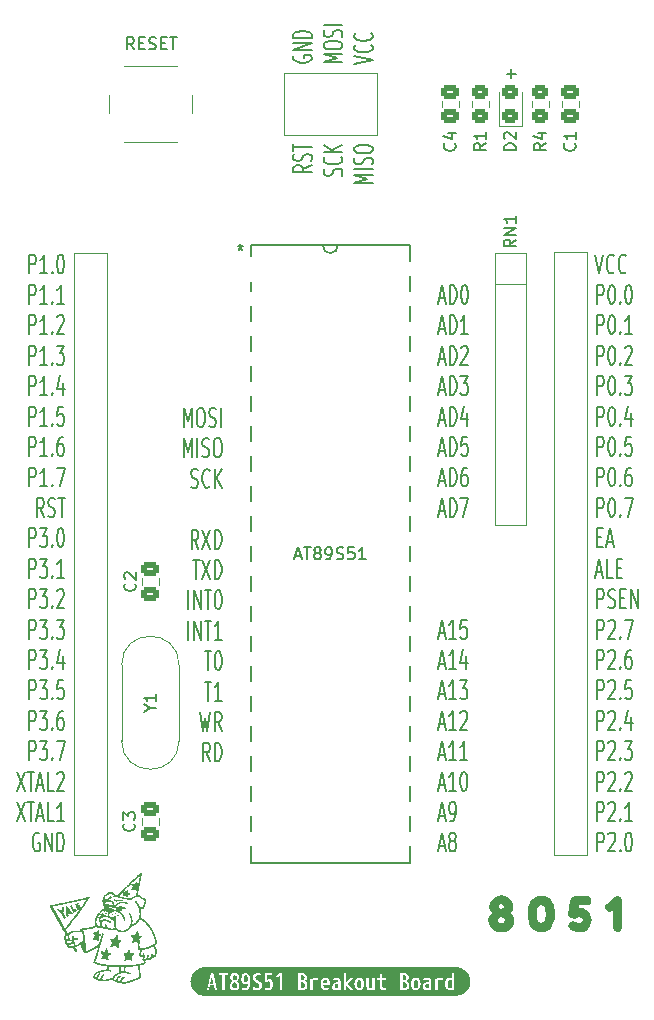
<source format=gbr>
%TF.GenerationSoftware,KiCad,Pcbnew,9.0.4*%
%TF.CreationDate,2025-09-26T16:37:24-04:00*%
%TF.ProjectId,8051_breakout,38303531-5f62-4726-9561-6b6f75742e6b,rev?*%
%TF.SameCoordinates,Original*%
%TF.FileFunction,Legend,Top*%
%TF.FilePolarity,Positive*%
%FSLAX46Y46*%
G04 Gerber Fmt 4.6, Leading zero omitted, Abs format (unit mm)*
G04 Created by KiCad (PCBNEW 9.0.4) date 2025-09-26 16:37:24*
%MOMM*%
%LPD*%
G01*
G04 APERTURE LIST*
G04 Aperture macros list*
%AMRoundRect*
0 Rectangle with rounded corners*
0 $1 Rounding radius*
0 $2 $3 $4 $5 $6 $7 $8 $9 X,Y pos of 4 corners*
0 Add a 4 corners polygon primitive as box body*
4,1,4,$2,$3,$4,$5,$6,$7,$8,$9,$2,$3,0*
0 Add four circle primitives for the rounded corners*
1,1,$1+$1,$2,$3*
1,1,$1+$1,$4,$5*
1,1,$1+$1,$6,$7*
1,1,$1+$1,$8,$9*
0 Add four rect primitives between the rounded corners*
20,1,$1+$1,$2,$3,$4,$5,0*
20,1,$1+$1,$4,$5,$6,$7,0*
20,1,$1+$1,$6,$7,$8,$9,0*
20,1,$1+$1,$8,$9,$2,$3,0*%
G04 Aperture macros list end*
%ADD10C,0.200000*%
%ADD11C,0.150000*%
%ADD12C,0.120000*%
%ADD13C,0.000000*%
%ADD14C,0.152400*%
%ADD15C,1.700000*%
%ADD16RoundRect,0.250000X0.450000X-0.350000X0.450000X0.350000X-0.450000X0.350000X-0.450000X-0.350000X0*%
%ADD17C,1.500000*%
%ADD18C,3.800000*%
%ADD19C,1.600000*%
%ADD20R,1.600000X1.600000*%
%ADD21RoundRect,0.250000X-0.475000X0.337500X-0.475000X-0.337500X0.475000X-0.337500X0.475000X0.337500X0*%
%ADD22RoundRect,0.250000X0.475000X-0.337500X0.475000X0.337500X-0.475000X0.337500X-0.475000X-0.337500X0*%
%ADD23RoundRect,0.250000X0.450000X-0.325000X0.450000X0.325000X-0.450000X0.325000X-0.450000X-0.325000X0*%
%ADD24C,2.000000*%
%ADD25C,1.524000*%
%ADD26R,1.524000X1.524000*%
G04 APERTURE END LIST*
D10*
X99357470Y-85758780D02*
X99357470Y-84158780D01*
X99357470Y-84158780D02*
X99690803Y-85301637D01*
X99690803Y-85301637D02*
X100024136Y-84158780D01*
X100024136Y-84158780D02*
X100024136Y-85758780D01*
X100690803Y-84158780D02*
X100881279Y-84158780D01*
X100881279Y-84158780D02*
X100976517Y-84234970D01*
X100976517Y-84234970D02*
X101071755Y-84387351D01*
X101071755Y-84387351D02*
X101119374Y-84692113D01*
X101119374Y-84692113D02*
X101119374Y-85225447D01*
X101119374Y-85225447D02*
X101071755Y-85530209D01*
X101071755Y-85530209D02*
X100976517Y-85682590D01*
X100976517Y-85682590D02*
X100881279Y-85758780D01*
X100881279Y-85758780D02*
X100690803Y-85758780D01*
X100690803Y-85758780D02*
X100595565Y-85682590D01*
X100595565Y-85682590D02*
X100500327Y-85530209D01*
X100500327Y-85530209D02*
X100452708Y-85225447D01*
X100452708Y-85225447D02*
X100452708Y-84692113D01*
X100452708Y-84692113D02*
X100500327Y-84387351D01*
X100500327Y-84387351D02*
X100595565Y-84234970D01*
X100595565Y-84234970D02*
X100690803Y-84158780D01*
X101500327Y-85682590D02*
X101643184Y-85758780D01*
X101643184Y-85758780D02*
X101881279Y-85758780D01*
X101881279Y-85758780D02*
X101976517Y-85682590D01*
X101976517Y-85682590D02*
X102024136Y-85606399D01*
X102024136Y-85606399D02*
X102071755Y-85454018D01*
X102071755Y-85454018D02*
X102071755Y-85301637D01*
X102071755Y-85301637D02*
X102024136Y-85149256D01*
X102024136Y-85149256D02*
X101976517Y-85073066D01*
X101976517Y-85073066D02*
X101881279Y-84996875D01*
X101881279Y-84996875D02*
X101690803Y-84920685D01*
X101690803Y-84920685D02*
X101595565Y-84844494D01*
X101595565Y-84844494D02*
X101547946Y-84768304D01*
X101547946Y-84768304D02*
X101500327Y-84615923D01*
X101500327Y-84615923D02*
X101500327Y-84463542D01*
X101500327Y-84463542D02*
X101547946Y-84311161D01*
X101547946Y-84311161D02*
X101595565Y-84234970D01*
X101595565Y-84234970D02*
X101690803Y-84158780D01*
X101690803Y-84158780D02*
X101928898Y-84158780D01*
X101928898Y-84158780D02*
X102071755Y-84234970D01*
X102500327Y-85758780D02*
X102500327Y-84158780D01*
X99357470Y-88334690D02*
X99357470Y-86734690D01*
X99357470Y-86734690D02*
X99690803Y-87877547D01*
X99690803Y-87877547D02*
X100024136Y-86734690D01*
X100024136Y-86734690D02*
X100024136Y-88334690D01*
X100500327Y-88334690D02*
X100500327Y-86734690D01*
X100928898Y-88258500D02*
X101071755Y-88334690D01*
X101071755Y-88334690D02*
X101309850Y-88334690D01*
X101309850Y-88334690D02*
X101405088Y-88258500D01*
X101405088Y-88258500D02*
X101452707Y-88182309D01*
X101452707Y-88182309D02*
X101500326Y-88029928D01*
X101500326Y-88029928D02*
X101500326Y-87877547D01*
X101500326Y-87877547D02*
X101452707Y-87725166D01*
X101452707Y-87725166D02*
X101405088Y-87648976D01*
X101405088Y-87648976D02*
X101309850Y-87572785D01*
X101309850Y-87572785D02*
X101119374Y-87496595D01*
X101119374Y-87496595D02*
X101024136Y-87420404D01*
X101024136Y-87420404D02*
X100976517Y-87344214D01*
X100976517Y-87344214D02*
X100928898Y-87191833D01*
X100928898Y-87191833D02*
X100928898Y-87039452D01*
X100928898Y-87039452D02*
X100976517Y-86887071D01*
X100976517Y-86887071D02*
X101024136Y-86810880D01*
X101024136Y-86810880D02*
X101119374Y-86734690D01*
X101119374Y-86734690D02*
X101357469Y-86734690D01*
X101357469Y-86734690D02*
X101500326Y-86810880D01*
X102119374Y-86734690D02*
X102309850Y-86734690D01*
X102309850Y-86734690D02*
X102405088Y-86810880D01*
X102405088Y-86810880D02*
X102500326Y-86963261D01*
X102500326Y-86963261D02*
X102547945Y-87268023D01*
X102547945Y-87268023D02*
X102547945Y-87801357D01*
X102547945Y-87801357D02*
X102500326Y-88106119D01*
X102500326Y-88106119D02*
X102405088Y-88258500D01*
X102405088Y-88258500D02*
X102309850Y-88334690D01*
X102309850Y-88334690D02*
X102119374Y-88334690D01*
X102119374Y-88334690D02*
X102024136Y-88258500D01*
X102024136Y-88258500D02*
X101928898Y-88106119D01*
X101928898Y-88106119D02*
X101881279Y-87801357D01*
X101881279Y-87801357D02*
X101881279Y-87268023D01*
X101881279Y-87268023D02*
X101928898Y-86963261D01*
X101928898Y-86963261D02*
X102024136Y-86810880D01*
X102024136Y-86810880D02*
X102119374Y-86734690D01*
X99976517Y-90834410D02*
X100119374Y-90910600D01*
X100119374Y-90910600D02*
X100357469Y-90910600D01*
X100357469Y-90910600D02*
X100452707Y-90834410D01*
X100452707Y-90834410D02*
X100500326Y-90758219D01*
X100500326Y-90758219D02*
X100547945Y-90605838D01*
X100547945Y-90605838D02*
X100547945Y-90453457D01*
X100547945Y-90453457D02*
X100500326Y-90301076D01*
X100500326Y-90301076D02*
X100452707Y-90224886D01*
X100452707Y-90224886D02*
X100357469Y-90148695D01*
X100357469Y-90148695D02*
X100166993Y-90072505D01*
X100166993Y-90072505D02*
X100071755Y-89996314D01*
X100071755Y-89996314D02*
X100024136Y-89920124D01*
X100024136Y-89920124D02*
X99976517Y-89767743D01*
X99976517Y-89767743D02*
X99976517Y-89615362D01*
X99976517Y-89615362D02*
X100024136Y-89462981D01*
X100024136Y-89462981D02*
X100071755Y-89386790D01*
X100071755Y-89386790D02*
X100166993Y-89310600D01*
X100166993Y-89310600D02*
X100405088Y-89310600D01*
X100405088Y-89310600D02*
X100547945Y-89386790D01*
X101547945Y-90758219D02*
X101500326Y-90834410D01*
X101500326Y-90834410D02*
X101357469Y-90910600D01*
X101357469Y-90910600D02*
X101262231Y-90910600D01*
X101262231Y-90910600D02*
X101119374Y-90834410D01*
X101119374Y-90834410D02*
X101024136Y-90682029D01*
X101024136Y-90682029D02*
X100976517Y-90529648D01*
X100976517Y-90529648D02*
X100928898Y-90224886D01*
X100928898Y-90224886D02*
X100928898Y-89996314D01*
X100928898Y-89996314D02*
X100976517Y-89691552D01*
X100976517Y-89691552D02*
X101024136Y-89539171D01*
X101024136Y-89539171D02*
X101119374Y-89386790D01*
X101119374Y-89386790D02*
X101262231Y-89310600D01*
X101262231Y-89310600D02*
X101357469Y-89310600D01*
X101357469Y-89310600D02*
X101500326Y-89386790D01*
X101500326Y-89386790D02*
X101547945Y-89462981D01*
X101976517Y-90910600D02*
X101976517Y-89310600D01*
X102547945Y-90910600D02*
X102119374Y-89996314D01*
X102547945Y-89310600D02*
X101976517Y-90224886D01*
X100595564Y-96062420D02*
X100262231Y-95300515D01*
X100024136Y-96062420D02*
X100024136Y-94462420D01*
X100024136Y-94462420D02*
X100405088Y-94462420D01*
X100405088Y-94462420D02*
X100500326Y-94538610D01*
X100500326Y-94538610D02*
X100547945Y-94614801D01*
X100547945Y-94614801D02*
X100595564Y-94767182D01*
X100595564Y-94767182D02*
X100595564Y-94995753D01*
X100595564Y-94995753D02*
X100547945Y-95148134D01*
X100547945Y-95148134D02*
X100500326Y-95224325D01*
X100500326Y-95224325D02*
X100405088Y-95300515D01*
X100405088Y-95300515D02*
X100024136Y-95300515D01*
X100928898Y-94462420D02*
X101595564Y-96062420D01*
X101595564Y-94462420D02*
X100928898Y-96062420D01*
X101976517Y-96062420D02*
X101976517Y-94462420D01*
X101976517Y-94462420D02*
X102214612Y-94462420D01*
X102214612Y-94462420D02*
X102357469Y-94538610D01*
X102357469Y-94538610D02*
X102452707Y-94690991D01*
X102452707Y-94690991D02*
X102500326Y-94843372D01*
X102500326Y-94843372D02*
X102547945Y-95148134D01*
X102547945Y-95148134D02*
X102547945Y-95376706D01*
X102547945Y-95376706D02*
X102500326Y-95681468D01*
X102500326Y-95681468D02*
X102452707Y-95833849D01*
X102452707Y-95833849D02*
X102357469Y-95986230D01*
X102357469Y-95986230D02*
X102214612Y-96062420D01*
X102214612Y-96062420D02*
X101976517Y-96062420D01*
X100119374Y-97038330D02*
X100690802Y-97038330D01*
X100405088Y-98638330D02*
X100405088Y-97038330D01*
X100928898Y-97038330D02*
X101595564Y-98638330D01*
X101595564Y-97038330D02*
X100928898Y-98638330D01*
X101976517Y-98638330D02*
X101976517Y-97038330D01*
X101976517Y-97038330D02*
X102214612Y-97038330D01*
X102214612Y-97038330D02*
X102357469Y-97114520D01*
X102357469Y-97114520D02*
X102452707Y-97266901D01*
X102452707Y-97266901D02*
X102500326Y-97419282D01*
X102500326Y-97419282D02*
X102547945Y-97724044D01*
X102547945Y-97724044D02*
X102547945Y-97952616D01*
X102547945Y-97952616D02*
X102500326Y-98257378D01*
X102500326Y-98257378D02*
X102452707Y-98409759D01*
X102452707Y-98409759D02*
X102357469Y-98562140D01*
X102357469Y-98562140D02*
X102214612Y-98638330D01*
X102214612Y-98638330D02*
X101976517Y-98638330D01*
X99738422Y-101214240D02*
X99738422Y-99614240D01*
X100214612Y-101214240D02*
X100214612Y-99614240D01*
X100214612Y-99614240D02*
X100786040Y-101214240D01*
X100786040Y-101214240D02*
X100786040Y-99614240D01*
X101119374Y-99614240D02*
X101690802Y-99614240D01*
X101405088Y-101214240D02*
X101405088Y-99614240D01*
X102214612Y-99614240D02*
X102309850Y-99614240D01*
X102309850Y-99614240D02*
X102405088Y-99690430D01*
X102405088Y-99690430D02*
X102452707Y-99766621D01*
X102452707Y-99766621D02*
X102500326Y-99919002D01*
X102500326Y-99919002D02*
X102547945Y-100223764D01*
X102547945Y-100223764D02*
X102547945Y-100604716D01*
X102547945Y-100604716D02*
X102500326Y-100909478D01*
X102500326Y-100909478D02*
X102452707Y-101061859D01*
X102452707Y-101061859D02*
X102405088Y-101138050D01*
X102405088Y-101138050D02*
X102309850Y-101214240D01*
X102309850Y-101214240D02*
X102214612Y-101214240D01*
X102214612Y-101214240D02*
X102119374Y-101138050D01*
X102119374Y-101138050D02*
X102071755Y-101061859D01*
X102071755Y-101061859D02*
X102024136Y-100909478D01*
X102024136Y-100909478D02*
X101976517Y-100604716D01*
X101976517Y-100604716D02*
X101976517Y-100223764D01*
X101976517Y-100223764D02*
X102024136Y-99919002D01*
X102024136Y-99919002D02*
X102071755Y-99766621D01*
X102071755Y-99766621D02*
X102119374Y-99690430D01*
X102119374Y-99690430D02*
X102214612Y-99614240D01*
X99738422Y-103790150D02*
X99738422Y-102190150D01*
X100214612Y-103790150D02*
X100214612Y-102190150D01*
X100214612Y-102190150D02*
X100786040Y-103790150D01*
X100786040Y-103790150D02*
X100786040Y-102190150D01*
X101119374Y-102190150D02*
X101690802Y-102190150D01*
X101405088Y-103790150D02*
X101405088Y-102190150D01*
X102547945Y-103790150D02*
X101976517Y-103790150D01*
X102262231Y-103790150D02*
X102262231Y-102190150D01*
X102262231Y-102190150D02*
X102166993Y-102418721D01*
X102166993Y-102418721D02*
X102071755Y-102571102D01*
X102071755Y-102571102D02*
X101976517Y-102647293D01*
X101119374Y-104766060D02*
X101690802Y-104766060D01*
X101405088Y-106366060D02*
X101405088Y-104766060D01*
X102214612Y-104766060D02*
X102309850Y-104766060D01*
X102309850Y-104766060D02*
X102405088Y-104842250D01*
X102405088Y-104842250D02*
X102452707Y-104918441D01*
X102452707Y-104918441D02*
X102500326Y-105070822D01*
X102500326Y-105070822D02*
X102547945Y-105375584D01*
X102547945Y-105375584D02*
X102547945Y-105756536D01*
X102547945Y-105756536D02*
X102500326Y-106061298D01*
X102500326Y-106061298D02*
X102452707Y-106213679D01*
X102452707Y-106213679D02*
X102405088Y-106289870D01*
X102405088Y-106289870D02*
X102309850Y-106366060D01*
X102309850Y-106366060D02*
X102214612Y-106366060D01*
X102214612Y-106366060D02*
X102119374Y-106289870D01*
X102119374Y-106289870D02*
X102071755Y-106213679D01*
X102071755Y-106213679D02*
X102024136Y-106061298D01*
X102024136Y-106061298D02*
X101976517Y-105756536D01*
X101976517Y-105756536D02*
X101976517Y-105375584D01*
X101976517Y-105375584D02*
X102024136Y-105070822D01*
X102024136Y-105070822D02*
X102071755Y-104918441D01*
X102071755Y-104918441D02*
X102119374Y-104842250D01*
X102119374Y-104842250D02*
X102214612Y-104766060D01*
X101119374Y-107341970D02*
X101690802Y-107341970D01*
X101405088Y-108941970D02*
X101405088Y-107341970D01*
X102547945Y-108941970D02*
X101976517Y-108941970D01*
X102262231Y-108941970D02*
X102262231Y-107341970D01*
X102262231Y-107341970D02*
X102166993Y-107570541D01*
X102166993Y-107570541D02*
X102071755Y-107722922D01*
X102071755Y-107722922D02*
X101976517Y-107799113D01*
X100738422Y-109917880D02*
X100976517Y-111517880D01*
X100976517Y-111517880D02*
X101166993Y-110375023D01*
X101166993Y-110375023D02*
X101357469Y-111517880D01*
X101357469Y-111517880D02*
X101595565Y-109917880D01*
X102547945Y-111517880D02*
X102214612Y-110755975D01*
X101976517Y-111517880D02*
X101976517Y-109917880D01*
X101976517Y-109917880D02*
X102357469Y-109917880D01*
X102357469Y-109917880D02*
X102452707Y-109994070D01*
X102452707Y-109994070D02*
X102500326Y-110070261D01*
X102500326Y-110070261D02*
X102547945Y-110222642D01*
X102547945Y-110222642D02*
X102547945Y-110451213D01*
X102547945Y-110451213D02*
X102500326Y-110603594D01*
X102500326Y-110603594D02*
X102452707Y-110679785D01*
X102452707Y-110679785D02*
X102357469Y-110755975D01*
X102357469Y-110755975D02*
X101976517Y-110755975D01*
X101547945Y-114093790D02*
X101214612Y-113331885D01*
X100976517Y-114093790D02*
X100976517Y-112493790D01*
X100976517Y-112493790D02*
X101357469Y-112493790D01*
X101357469Y-112493790D02*
X101452707Y-112569980D01*
X101452707Y-112569980D02*
X101500326Y-112646171D01*
X101500326Y-112646171D02*
X101547945Y-112798552D01*
X101547945Y-112798552D02*
X101547945Y-113027123D01*
X101547945Y-113027123D02*
X101500326Y-113179504D01*
X101500326Y-113179504D02*
X101452707Y-113255695D01*
X101452707Y-113255695D02*
X101357469Y-113331885D01*
X101357469Y-113331885D02*
X100976517Y-113331885D01*
X101976517Y-114093790D02*
X101976517Y-112493790D01*
X101976517Y-112493790D02*
X102214612Y-112493790D01*
X102214612Y-112493790D02*
X102357469Y-112569980D01*
X102357469Y-112569980D02*
X102452707Y-112722361D01*
X102452707Y-112722361D02*
X102500326Y-112874742D01*
X102500326Y-112874742D02*
X102547945Y-113179504D01*
X102547945Y-113179504D02*
X102547945Y-113408076D01*
X102547945Y-113408076D02*
X102500326Y-113712838D01*
X102500326Y-113712838D02*
X102452707Y-113865219D01*
X102452707Y-113865219D02*
X102357469Y-114017600D01*
X102357469Y-114017600D02*
X102214612Y-114093790D01*
X102214612Y-114093790D02*
X101976517Y-114093790D01*
X110211970Y-63631340D02*
X109450065Y-63964673D01*
X110211970Y-64202768D02*
X108611970Y-64202768D01*
X108611970Y-64202768D02*
X108611970Y-63821816D01*
X108611970Y-63821816D02*
X108688160Y-63726578D01*
X108688160Y-63726578D02*
X108764351Y-63678959D01*
X108764351Y-63678959D02*
X108916732Y-63631340D01*
X108916732Y-63631340D02*
X109145303Y-63631340D01*
X109145303Y-63631340D02*
X109297684Y-63678959D01*
X109297684Y-63678959D02*
X109373875Y-63726578D01*
X109373875Y-63726578D02*
X109450065Y-63821816D01*
X109450065Y-63821816D02*
X109450065Y-64202768D01*
X110135780Y-63250387D02*
X110211970Y-63107530D01*
X110211970Y-63107530D02*
X110211970Y-62869435D01*
X110211970Y-62869435D02*
X110135780Y-62774197D01*
X110135780Y-62774197D02*
X110059589Y-62726578D01*
X110059589Y-62726578D02*
X109907208Y-62678959D01*
X109907208Y-62678959D02*
X109754827Y-62678959D01*
X109754827Y-62678959D02*
X109602446Y-62726578D01*
X109602446Y-62726578D02*
X109526256Y-62774197D01*
X109526256Y-62774197D02*
X109450065Y-62869435D01*
X109450065Y-62869435D02*
X109373875Y-63059911D01*
X109373875Y-63059911D02*
X109297684Y-63155149D01*
X109297684Y-63155149D02*
X109221494Y-63202768D01*
X109221494Y-63202768D02*
X109069113Y-63250387D01*
X109069113Y-63250387D02*
X108916732Y-63250387D01*
X108916732Y-63250387D02*
X108764351Y-63202768D01*
X108764351Y-63202768D02*
X108688160Y-63155149D01*
X108688160Y-63155149D02*
X108611970Y-63059911D01*
X108611970Y-63059911D02*
X108611970Y-62821816D01*
X108611970Y-62821816D02*
X108688160Y-62678959D01*
X108611970Y-62393244D02*
X108611970Y-61821816D01*
X110211970Y-62107530D02*
X108611970Y-62107530D01*
X112711690Y-64488482D02*
X112787880Y-64345625D01*
X112787880Y-64345625D02*
X112787880Y-64107530D01*
X112787880Y-64107530D02*
X112711690Y-64012292D01*
X112711690Y-64012292D02*
X112635499Y-63964673D01*
X112635499Y-63964673D02*
X112483118Y-63917054D01*
X112483118Y-63917054D02*
X112330737Y-63917054D01*
X112330737Y-63917054D02*
X112178356Y-63964673D01*
X112178356Y-63964673D02*
X112102166Y-64012292D01*
X112102166Y-64012292D02*
X112025975Y-64107530D01*
X112025975Y-64107530D02*
X111949785Y-64298006D01*
X111949785Y-64298006D02*
X111873594Y-64393244D01*
X111873594Y-64393244D02*
X111797404Y-64440863D01*
X111797404Y-64440863D02*
X111645023Y-64488482D01*
X111645023Y-64488482D02*
X111492642Y-64488482D01*
X111492642Y-64488482D02*
X111340261Y-64440863D01*
X111340261Y-64440863D02*
X111264070Y-64393244D01*
X111264070Y-64393244D02*
X111187880Y-64298006D01*
X111187880Y-64298006D02*
X111187880Y-64059911D01*
X111187880Y-64059911D02*
X111264070Y-63917054D01*
X112635499Y-62917054D02*
X112711690Y-62964673D01*
X112711690Y-62964673D02*
X112787880Y-63107530D01*
X112787880Y-63107530D02*
X112787880Y-63202768D01*
X112787880Y-63202768D02*
X112711690Y-63345625D01*
X112711690Y-63345625D02*
X112559309Y-63440863D01*
X112559309Y-63440863D02*
X112406928Y-63488482D01*
X112406928Y-63488482D02*
X112102166Y-63536101D01*
X112102166Y-63536101D02*
X111873594Y-63536101D01*
X111873594Y-63536101D02*
X111568832Y-63488482D01*
X111568832Y-63488482D02*
X111416451Y-63440863D01*
X111416451Y-63440863D02*
X111264070Y-63345625D01*
X111264070Y-63345625D02*
X111187880Y-63202768D01*
X111187880Y-63202768D02*
X111187880Y-63107530D01*
X111187880Y-63107530D02*
X111264070Y-62964673D01*
X111264070Y-62964673D02*
X111340261Y-62917054D01*
X112787880Y-62488482D02*
X111187880Y-62488482D01*
X112787880Y-61917054D02*
X111873594Y-62345625D01*
X111187880Y-61917054D02*
X112102166Y-62488482D01*
X115363790Y-65107529D02*
X113763790Y-65107529D01*
X113763790Y-65107529D02*
X114906647Y-64774196D01*
X114906647Y-64774196D02*
X113763790Y-64440863D01*
X113763790Y-64440863D02*
X115363790Y-64440863D01*
X115363790Y-63964672D02*
X113763790Y-63964672D01*
X115287600Y-63536101D02*
X115363790Y-63393244D01*
X115363790Y-63393244D02*
X115363790Y-63155149D01*
X115363790Y-63155149D02*
X115287600Y-63059911D01*
X115287600Y-63059911D02*
X115211409Y-63012292D01*
X115211409Y-63012292D02*
X115059028Y-62964673D01*
X115059028Y-62964673D02*
X114906647Y-62964673D01*
X114906647Y-62964673D02*
X114754266Y-63012292D01*
X114754266Y-63012292D02*
X114678076Y-63059911D01*
X114678076Y-63059911D02*
X114601885Y-63155149D01*
X114601885Y-63155149D02*
X114525695Y-63345625D01*
X114525695Y-63345625D02*
X114449504Y-63440863D01*
X114449504Y-63440863D02*
X114373314Y-63488482D01*
X114373314Y-63488482D02*
X114220933Y-63536101D01*
X114220933Y-63536101D02*
X114068552Y-63536101D01*
X114068552Y-63536101D02*
X113916171Y-63488482D01*
X113916171Y-63488482D02*
X113839980Y-63440863D01*
X113839980Y-63440863D02*
X113763790Y-63345625D01*
X113763790Y-63345625D02*
X113763790Y-63107530D01*
X113763790Y-63107530D02*
X113839980Y-62964673D01*
X113763790Y-62345625D02*
X113763790Y-62155149D01*
X113763790Y-62155149D02*
X113839980Y-62059911D01*
X113839980Y-62059911D02*
X113992361Y-61964673D01*
X113992361Y-61964673D02*
X114297123Y-61917054D01*
X114297123Y-61917054D02*
X114830457Y-61917054D01*
X114830457Y-61917054D02*
X115135219Y-61964673D01*
X115135219Y-61964673D02*
X115287600Y-62059911D01*
X115287600Y-62059911D02*
X115363790Y-62155149D01*
X115363790Y-62155149D02*
X115363790Y-62345625D01*
X115363790Y-62345625D02*
X115287600Y-62440863D01*
X115287600Y-62440863D02*
X115135219Y-62536101D01*
X115135219Y-62536101D02*
X114830457Y-62583720D01*
X114830457Y-62583720D02*
X114297123Y-62583720D01*
X114297123Y-62583720D02*
X113992361Y-62536101D01*
X113992361Y-62536101D02*
X113839980Y-62440863D01*
X113839980Y-62440863D02*
X113763790Y-62345625D01*
D11*
X127073866Y-56260951D02*
X127073866Y-55499047D01*
X127454819Y-55879999D02*
X126692914Y-55879999D01*
X108760000Y-96689104D02*
X109236190Y-96689104D01*
X108664762Y-96974819D02*
X108998095Y-95974819D01*
X108998095Y-95974819D02*
X109331428Y-96974819D01*
X109521905Y-95974819D02*
X110093333Y-95974819D01*
X109807619Y-96974819D02*
X109807619Y-95974819D01*
X110569524Y-96403390D02*
X110474286Y-96355771D01*
X110474286Y-96355771D02*
X110426667Y-96308152D01*
X110426667Y-96308152D02*
X110379048Y-96212914D01*
X110379048Y-96212914D02*
X110379048Y-96165295D01*
X110379048Y-96165295D02*
X110426667Y-96070057D01*
X110426667Y-96070057D02*
X110474286Y-96022438D01*
X110474286Y-96022438D02*
X110569524Y-95974819D01*
X110569524Y-95974819D02*
X110760000Y-95974819D01*
X110760000Y-95974819D02*
X110855238Y-96022438D01*
X110855238Y-96022438D02*
X110902857Y-96070057D01*
X110902857Y-96070057D02*
X110950476Y-96165295D01*
X110950476Y-96165295D02*
X110950476Y-96212914D01*
X110950476Y-96212914D02*
X110902857Y-96308152D01*
X110902857Y-96308152D02*
X110855238Y-96355771D01*
X110855238Y-96355771D02*
X110760000Y-96403390D01*
X110760000Y-96403390D02*
X110569524Y-96403390D01*
X110569524Y-96403390D02*
X110474286Y-96451009D01*
X110474286Y-96451009D02*
X110426667Y-96498628D01*
X110426667Y-96498628D02*
X110379048Y-96593866D01*
X110379048Y-96593866D02*
X110379048Y-96784342D01*
X110379048Y-96784342D02*
X110426667Y-96879580D01*
X110426667Y-96879580D02*
X110474286Y-96927200D01*
X110474286Y-96927200D02*
X110569524Y-96974819D01*
X110569524Y-96974819D02*
X110760000Y-96974819D01*
X110760000Y-96974819D02*
X110855238Y-96927200D01*
X110855238Y-96927200D02*
X110902857Y-96879580D01*
X110902857Y-96879580D02*
X110950476Y-96784342D01*
X110950476Y-96784342D02*
X110950476Y-96593866D01*
X110950476Y-96593866D02*
X110902857Y-96498628D01*
X110902857Y-96498628D02*
X110855238Y-96451009D01*
X110855238Y-96451009D02*
X110760000Y-96403390D01*
X111426667Y-96974819D02*
X111617143Y-96974819D01*
X111617143Y-96974819D02*
X111712381Y-96927200D01*
X111712381Y-96927200D02*
X111760000Y-96879580D01*
X111760000Y-96879580D02*
X111855238Y-96736723D01*
X111855238Y-96736723D02*
X111902857Y-96546247D01*
X111902857Y-96546247D02*
X111902857Y-96165295D01*
X111902857Y-96165295D02*
X111855238Y-96070057D01*
X111855238Y-96070057D02*
X111807619Y-96022438D01*
X111807619Y-96022438D02*
X111712381Y-95974819D01*
X111712381Y-95974819D02*
X111521905Y-95974819D01*
X111521905Y-95974819D02*
X111426667Y-96022438D01*
X111426667Y-96022438D02*
X111379048Y-96070057D01*
X111379048Y-96070057D02*
X111331429Y-96165295D01*
X111331429Y-96165295D02*
X111331429Y-96403390D01*
X111331429Y-96403390D02*
X111379048Y-96498628D01*
X111379048Y-96498628D02*
X111426667Y-96546247D01*
X111426667Y-96546247D02*
X111521905Y-96593866D01*
X111521905Y-96593866D02*
X111712381Y-96593866D01*
X111712381Y-96593866D02*
X111807619Y-96546247D01*
X111807619Y-96546247D02*
X111855238Y-96498628D01*
X111855238Y-96498628D02*
X111902857Y-96403390D01*
X112283810Y-96927200D02*
X112426667Y-96974819D01*
X112426667Y-96974819D02*
X112664762Y-96974819D01*
X112664762Y-96974819D02*
X112760000Y-96927200D01*
X112760000Y-96927200D02*
X112807619Y-96879580D01*
X112807619Y-96879580D02*
X112855238Y-96784342D01*
X112855238Y-96784342D02*
X112855238Y-96689104D01*
X112855238Y-96689104D02*
X112807619Y-96593866D01*
X112807619Y-96593866D02*
X112760000Y-96546247D01*
X112760000Y-96546247D02*
X112664762Y-96498628D01*
X112664762Y-96498628D02*
X112474286Y-96451009D01*
X112474286Y-96451009D02*
X112379048Y-96403390D01*
X112379048Y-96403390D02*
X112331429Y-96355771D01*
X112331429Y-96355771D02*
X112283810Y-96260533D01*
X112283810Y-96260533D02*
X112283810Y-96165295D01*
X112283810Y-96165295D02*
X112331429Y-96070057D01*
X112331429Y-96070057D02*
X112379048Y-96022438D01*
X112379048Y-96022438D02*
X112474286Y-95974819D01*
X112474286Y-95974819D02*
X112712381Y-95974819D01*
X112712381Y-95974819D02*
X112855238Y-96022438D01*
X113760000Y-95974819D02*
X113283810Y-95974819D01*
X113283810Y-95974819D02*
X113236191Y-96451009D01*
X113236191Y-96451009D02*
X113283810Y-96403390D01*
X113283810Y-96403390D02*
X113379048Y-96355771D01*
X113379048Y-96355771D02*
X113617143Y-96355771D01*
X113617143Y-96355771D02*
X113712381Y-96403390D01*
X113712381Y-96403390D02*
X113760000Y-96451009D01*
X113760000Y-96451009D02*
X113807619Y-96546247D01*
X113807619Y-96546247D02*
X113807619Y-96784342D01*
X113807619Y-96784342D02*
X113760000Y-96879580D01*
X113760000Y-96879580D02*
X113712381Y-96927200D01*
X113712381Y-96927200D02*
X113617143Y-96974819D01*
X113617143Y-96974819D02*
X113379048Y-96974819D01*
X113379048Y-96974819D02*
X113283810Y-96927200D01*
X113283810Y-96927200D02*
X113236191Y-96879580D01*
X114760000Y-96974819D02*
X114188572Y-96974819D01*
X114474286Y-96974819D02*
X114474286Y-95974819D01*
X114474286Y-95974819D02*
X114379048Y-96117676D01*
X114379048Y-96117676D02*
X114283810Y-96212914D01*
X114283810Y-96212914D02*
X114188572Y-96260533D01*
D10*
X120972054Y-74890267D02*
X121448244Y-74890267D01*
X120876816Y-75347410D02*
X121210149Y-73747410D01*
X121210149Y-73747410D02*
X121543482Y-75347410D01*
X121876816Y-75347410D02*
X121876816Y-73747410D01*
X121876816Y-73747410D02*
X122114911Y-73747410D01*
X122114911Y-73747410D02*
X122257768Y-73823600D01*
X122257768Y-73823600D02*
X122353006Y-73975981D01*
X122353006Y-73975981D02*
X122400625Y-74128362D01*
X122400625Y-74128362D02*
X122448244Y-74433124D01*
X122448244Y-74433124D02*
X122448244Y-74661696D01*
X122448244Y-74661696D02*
X122400625Y-74966458D01*
X122400625Y-74966458D02*
X122353006Y-75118839D01*
X122353006Y-75118839D02*
X122257768Y-75271220D01*
X122257768Y-75271220D02*
X122114911Y-75347410D01*
X122114911Y-75347410D02*
X121876816Y-75347410D01*
X123067292Y-73747410D02*
X123162530Y-73747410D01*
X123162530Y-73747410D02*
X123257768Y-73823600D01*
X123257768Y-73823600D02*
X123305387Y-73899791D01*
X123305387Y-73899791D02*
X123353006Y-74052172D01*
X123353006Y-74052172D02*
X123400625Y-74356934D01*
X123400625Y-74356934D02*
X123400625Y-74737886D01*
X123400625Y-74737886D02*
X123353006Y-75042648D01*
X123353006Y-75042648D02*
X123305387Y-75195029D01*
X123305387Y-75195029D02*
X123257768Y-75271220D01*
X123257768Y-75271220D02*
X123162530Y-75347410D01*
X123162530Y-75347410D02*
X123067292Y-75347410D01*
X123067292Y-75347410D02*
X122972054Y-75271220D01*
X122972054Y-75271220D02*
X122924435Y-75195029D01*
X122924435Y-75195029D02*
X122876816Y-75042648D01*
X122876816Y-75042648D02*
X122829197Y-74737886D01*
X122829197Y-74737886D02*
X122829197Y-74356934D01*
X122829197Y-74356934D02*
X122876816Y-74052172D01*
X122876816Y-74052172D02*
X122924435Y-73899791D01*
X122924435Y-73899791D02*
X122972054Y-73823600D01*
X122972054Y-73823600D02*
X123067292Y-73747410D01*
X120972054Y-77466177D02*
X121448244Y-77466177D01*
X120876816Y-77923320D02*
X121210149Y-76323320D01*
X121210149Y-76323320D02*
X121543482Y-77923320D01*
X121876816Y-77923320D02*
X121876816Y-76323320D01*
X121876816Y-76323320D02*
X122114911Y-76323320D01*
X122114911Y-76323320D02*
X122257768Y-76399510D01*
X122257768Y-76399510D02*
X122353006Y-76551891D01*
X122353006Y-76551891D02*
X122400625Y-76704272D01*
X122400625Y-76704272D02*
X122448244Y-77009034D01*
X122448244Y-77009034D02*
X122448244Y-77237606D01*
X122448244Y-77237606D02*
X122400625Y-77542368D01*
X122400625Y-77542368D02*
X122353006Y-77694749D01*
X122353006Y-77694749D02*
X122257768Y-77847130D01*
X122257768Y-77847130D02*
X122114911Y-77923320D01*
X122114911Y-77923320D02*
X121876816Y-77923320D01*
X123400625Y-77923320D02*
X122829197Y-77923320D01*
X123114911Y-77923320D02*
X123114911Y-76323320D01*
X123114911Y-76323320D02*
X123019673Y-76551891D01*
X123019673Y-76551891D02*
X122924435Y-76704272D01*
X122924435Y-76704272D02*
X122829197Y-76780463D01*
X120972054Y-80042087D02*
X121448244Y-80042087D01*
X120876816Y-80499230D02*
X121210149Y-78899230D01*
X121210149Y-78899230D02*
X121543482Y-80499230D01*
X121876816Y-80499230D02*
X121876816Y-78899230D01*
X121876816Y-78899230D02*
X122114911Y-78899230D01*
X122114911Y-78899230D02*
X122257768Y-78975420D01*
X122257768Y-78975420D02*
X122353006Y-79127801D01*
X122353006Y-79127801D02*
X122400625Y-79280182D01*
X122400625Y-79280182D02*
X122448244Y-79584944D01*
X122448244Y-79584944D02*
X122448244Y-79813516D01*
X122448244Y-79813516D02*
X122400625Y-80118278D01*
X122400625Y-80118278D02*
X122353006Y-80270659D01*
X122353006Y-80270659D02*
X122257768Y-80423040D01*
X122257768Y-80423040D02*
X122114911Y-80499230D01*
X122114911Y-80499230D02*
X121876816Y-80499230D01*
X122829197Y-79051611D02*
X122876816Y-78975420D01*
X122876816Y-78975420D02*
X122972054Y-78899230D01*
X122972054Y-78899230D02*
X123210149Y-78899230D01*
X123210149Y-78899230D02*
X123305387Y-78975420D01*
X123305387Y-78975420D02*
X123353006Y-79051611D01*
X123353006Y-79051611D02*
X123400625Y-79203992D01*
X123400625Y-79203992D02*
X123400625Y-79356373D01*
X123400625Y-79356373D02*
X123353006Y-79584944D01*
X123353006Y-79584944D02*
X122781578Y-80499230D01*
X122781578Y-80499230D02*
X123400625Y-80499230D01*
X120972054Y-82617997D02*
X121448244Y-82617997D01*
X120876816Y-83075140D02*
X121210149Y-81475140D01*
X121210149Y-81475140D02*
X121543482Y-83075140D01*
X121876816Y-83075140D02*
X121876816Y-81475140D01*
X121876816Y-81475140D02*
X122114911Y-81475140D01*
X122114911Y-81475140D02*
X122257768Y-81551330D01*
X122257768Y-81551330D02*
X122353006Y-81703711D01*
X122353006Y-81703711D02*
X122400625Y-81856092D01*
X122400625Y-81856092D02*
X122448244Y-82160854D01*
X122448244Y-82160854D02*
X122448244Y-82389426D01*
X122448244Y-82389426D02*
X122400625Y-82694188D01*
X122400625Y-82694188D02*
X122353006Y-82846569D01*
X122353006Y-82846569D02*
X122257768Y-82998950D01*
X122257768Y-82998950D02*
X122114911Y-83075140D01*
X122114911Y-83075140D02*
X121876816Y-83075140D01*
X122781578Y-81475140D02*
X123400625Y-81475140D01*
X123400625Y-81475140D02*
X123067292Y-82084664D01*
X123067292Y-82084664D02*
X123210149Y-82084664D01*
X123210149Y-82084664D02*
X123305387Y-82160854D01*
X123305387Y-82160854D02*
X123353006Y-82237045D01*
X123353006Y-82237045D02*
X123400625Y-82389426D01*
X123400625Y-82389426D02*
X123400625Y-82770378D01*
X123400625Y-82770378D02*
X123353006Y-82922759D01*
X123353006Y-82922759D02*
X123305387Y-82998950D01*
X123305387Y-82998950D02*
X123210149Y-83075140D01*
X123210149Y-83075140D02*
X122924435Y-83075140D01*
X122924435Y-83075140D02*
X122829197Y-82998950D01*
X122829197Y-82998950D02*
X122781578Y-82922759D01*
X120972054Y-85193907D02*
X121448244Y-85193907D01*
X120876816Y-85651050D02*
X121210149Y-84051050D01*
X121210149Y-84051050D02*
X121543482Y-85651050D01*
X121876816Y-85651050D02*
X121876816Y-84051050D01*
X121876816Y-84051050D02*
X122114911Y-84051050D01*
X122114911Y-84051050D02*
X122257768Y-84127240D01*
X122257768Y-84127240D02*
X122353006Y-84279621D01*
X122353006Y-84279621D02*
X122400625Y-84432002D01*
X122400625Y-84432002D02*
X122448244Y-84736764D01*
X122448244Y-84736764D02*
X122448244Y-84965336D01*
X122448244Y-84965336D02*
X122400625Y-85270098D01*
X122400625Y-85270098D02*
X122353006Y-85422479D01*
X122353006Y-85422479D02*
X122257768Y-85574860D01*
X122257768Y-85574860D02*
X122114911Y-85651050D01*
X122114911Y-85651050D02*
X121876816Y-85651050D01*
X123305387Y-84584383D02*
X123305387Y-85651050D01*
X123067292Y-83974860D02*
X122829197Y-85117717D01*
X122829197Y-85117717D02*
X123448244Y-85117717D01*
X120972054Y-87769817D02*
X121448244Y-87769817D01*
X120876816Y-88226960D02*
X121210149Y-86626960D01*
X121210149Y-86626960D02*
X121543482Y-88226960D01*
X121876816Y-88226960D02*
X121876816Y-86626960D01*
X121876816Y-86626960D02*
X122114911Y-86626960D01*
X122114911Y-86626960D02*
X122257768Y-86703150D01*
X122257768Y-86703150D02*
X122353006Y-86855531D01*
X122353006Y-86855531D02*
X122400625Y-87007912D01*
X122400625Y-87007912D02*
X122448244Y-87312674D01*
X122448244Y-87312674D02*
X122448244Y-87541246D01*
X122448244Y-87541246D02*
X122400625Y-87846008D01*
X122400625Y-87846008D02*
X122353006Y-87998389D01*
X122353006Y-87998389D02*
X122257768Y-88150770D01*
X122257768Y-88150770D02*
X122114911Y-88226960D01*
X122114911Y-88226960D02*
X121876816Y-88226960D01*
X123353006Y-86626960D02*
X122876816Y-86626960D01*
X122876816Y-86626960D02*
X122829197Y-87388865D01*
X122829197Y-87388865D02*
X122876816Y-87312674D01*
X122876816Y-87312674D02*
X122972054Y-87236484D01*
X122972054Y-87236484D02*
X123210149Y-87236484D01*
X123210149Y-87236484D02*
X123305387Y-87312674D01*
X123305387Y-87312674D02*
X123353006Y-87388865D01*
X123353006Y-87388865D02*
X123400625Y-87541246D01*
X123400625Y-87541246D02*
X123400625Y-87922198D01*
X123400625Y-87922198D02*
X123353006Y-88074579D01*
X123353006Y-88074579D02*
X123305387Y-88150770D01*
X123305387Y-88150770D02*
X123210149Y-88226960D01*
X123210149Y-88226960D02*
X122972054Y-88226960D01*
X122972054Y-88226960D02*
X122876816Y-88150770D01*
X122876816Y-88150770D02*
X122829197Y-88074579D01*
X120972054Y-90345727D02*
X121448244Y-90345727D01*
X120876816Y-90802870D02*
X121210149Y-89202870D01*
X121210149Y-89202870D02*
X121543482Y-90802870D01*
X121876816Y-90802870D02*
X121876816Y-89202870D01*
X121876816Y-89202870D02*
X122114911Y-89202870D01*
X122114911Y-89202870D02*
X122257768Y-89279060D01*
X122257768Y-89279060D02*
X122353006Y-89431441D01*
X122353006Y-89431441D02*
X122400625Y-89583822D01*
X122400625Y-89583822D02*
X122448244Y-89888584D01*
X122448244Y-89888584D02*
X122448244Y-90117156D01*
X122448244Y-90117156D02*
X122400625Y-90421918D01*
X122400625Y-90421918D02*
X122353006Y-90574299D01*
X122353006Y-90574299D02*
X122257768Y-90726680D01*
X122257768Y-90726680D02*
X122114911Y-90802870D01*
X122114911Y-90802870D02*
X121876816Y-90802870D01*
X123305387Y-89202870D02*
X123114911Y-89202870D01*
X123114911Y-89202870D02*
X123019673Y-89279060D01*
X123019673Y-89279060D02*
X122972054Y-89355251D01*
X122972054Y-89355251D02*
X122876816Y-89583822D01*
X122876816Y-89583822D02*
X122829197Y-89888584D01*
X122829197Y-89888584D02*
X122829197Y-90498108D01*
X122829197Y-90498108D02*
X122876816Y-90650489D01*
X122876816Y-90650489D02*
X122924435Y-90726680D01*
X122924435Y-90726680D02*
X123019673Y-90802870D01*
X123019673Y-90802870D02*
X123210149Y-90802870D01*
X123210149Y-90802870D02*
X123305387Y-90726680D01*
X123305387Y-90726680D02*
X123353006Y-90650489D01*
X123353006Y-90650489D02*
X123400625Y-90498108D01*
X123400625Y-90498108D02*
X123400625Y-90117156D01*
X123400625Y-90117156D02*
X123353006Y-89964775D01*
X123353006Y-89964775D02*
X123305387Y-89888584D01*
X123305387Y-89888584D02*
X123210149Y-89812394D01*
X123210149Y-89812394D02*
X123019673Y-89812394D01*
X123019673Y-89812394D02*
X122924435Y-89888584D01*
X122924435Y-89888584D02*
X122876816Y-89964775D01*
X122876816Y-89964775D02*
X122829197Y-90117156D01*
X120972054Y-92921637D02*
X121448244Y-92921637D01*
X120876816Y-93378780D02*
X121210149Y-91778780D01*
X121210149Y-91778780D02*
X121543482Y-93378780D01*
X121876816Y-93378780D02*
X121876816Y-91778780D01*
X121876816Y-91778780D02*
X122114911Y-91778780D01*
X122114911Y-91778780D02*
X122257768Y-91854970D01*
X122257768Y-91854970D02*
X122353006Y-92007351D01*
X122353006Y-92007351D02*
X122400625Y-92159732D01*
X122400625Y-92159732D02*
X122448244Y-92464494D01*
X122448244Y-92464494D02*
X122448244Y-92693066D01*
X122448244Y-92693066D02*
X122400625Y-92997828D01*
X122400625Y-92997828D02*
X122353006Y-93150209D01*
X122353006Y-93150209D02*
X122257768Y-93302590D01*
X122257768Y-93302590D02*
X122114911Y-93378780D01*
X122114911Y-93378780D02*
X121876816Y-93378780D01*
X122781578Y-91778780D02*
X123448244Y-91778780D01*
X123448244Y-91778780D02*
X123019673Y-93378780D01*
X120972054Y-103225277D02*
X121448244Y-103225277D01*
X120876816Y-103682420D02*
X121210149Y-102082420D01*
X121210149Y-102082420D02*
X121543482Y-103682420D01*
X122400625Y-103682420D02*
X121829197Y-103682420D01*
X122114911Y-103682420D02*
X122114911Y-102082420D01*
X122114911Y-102082420D02*
X122019673Y-102310991D01*
X122019673Y-102310991D02*
X121924435Y-102463372D01*
X121924435Y-102463372D02*
X121829197Y-102539563D01*
X123305387Y-102082420D02*
X122829197Y-102082420D01*
X122829197Y-102082420D02*
X122781578Y-102844325D01*
X122781578Y-102844325D02*
X122829197Y-102768134D01*
X122829197Y-102768134D02*
X122924435Y-102691944D01*
X122924435Y-102691944D02*
X123162530Y-102691944D01*
X123162530Y-102691944D02*
X123257768Y-102768134D01*
X123257768Y-102768134D02*
X123305387Y-102844325D01*
X123305387Y-102844325D02*
X123353006Y-102996706D01*
X123353006Y-102996706D02*
X123353006Y-103377658D01*
X123353006Y-103377658D02*
X123305387Y-103530039D01*
X123305387Y-103530039D02*
X123257768Y-103606230D01*
X123257768Y-103606230D02*
X123162530Y-103682420D01*
X123162530Y-103682420D02*
X122924435Y-103682420D01*
X122924435Y-103682420D02*
X122829197Y-103606230D01*
X122829197Y-103606230D02*
X122781578Y-103530039D01*
X120972054Y-105801187D02*
X121448244Y-105801187D01*
X120876816Y-106258330D02*
X121210149Y-104658330D01*
X121210149Y-104658330D02*
X121543482Y-106258330D01*
X122400625Y-106258330D02*
X121829197Y-106258330D01*
X122114911Y-106258330D02*
X122114911Y-104658330D01*
X122114911Y-104658330D02*
X122019673Y-104886901D01*
X122019673Y-104886901D02*
X121924435Y-105039282D01*
X121924435Y-105039282D02*
X121829197Y-105115473D01*
X123257768Y-105191663D02*
X123257768Y-106258330D01*
X123019673Y-104582140D02*
X122781578Y-105724997D01*
X122781578Y-105724997D02*
X123400625Y-105724997D01*
X120972054Y-108377097D02*
X121448244Y-108377097D01*
X120876816Y-108834240D02*
X121210149Y-107234240D01*
X121210149Y-107234240D02*
X121543482Y-108834240D01*
X122400625Y-108834240D02*
X121829197Y-108834240D01*
X122114911Y-108834240D02*
X122114911Y-107234240D01*
X122114911Y-107234240D02*
X122019673Y-107462811D01*
X122019673Y-107462811D02*
X121924435Y-107615192D01*
X121924435Y-107615192D02*
X121829197Y-107691383D01*
X122733959Y-107234240D02*
X123353006Y-107234240D01*
X123353006Y-107234240D02*
X123019673Y-107843764D01*
X123019673Y-107843764D02*
X123162530Y-107843764D01*
X123162530Y-107843764D02*
X123257768Y-107919954D01*
X123257768Y-107919954D02*
X123305387Y-107996145D01*
X123305387Y-107996145D02*
X123353006Y-108148526D01*
X123353006Y-108148526D02*
X123353006Y-108529478D01*
X123353006Y-108529478D02*
X123305387Y-108681859D01*
X123305387Y-108681859D02*
X123257768Y-108758050D01*
X123257768Y-108758050D02*
X123162530Y-108834240D01*
X123162530Y-108834240D02*
X122876816Y-108834240D01*
X122876816Y-108834240D02*
X122781578Y-108758050D01*
X122781578Y-108758050D02*
X122733959Y-108681859D01*
X120972054Y-110953007D02*
X121448244Y-110953007D01*
X120876816Y-111410150D02*
X121210149Y-109810150D01*
X121210149Y-109810150D02*
X121543482Y-111410150D01*
X122400625Y-111410150D02*
X121829197Y-111410150D01*
X122114911Y-111410150D02*
X122114911Y-109810150D01*
X122114911Y-109810150D02*
X122019673Y-110038721D01*
X122019673Y-110038721D02*
X121924435Y-110191102D01*
X121924435Y-110191102D02*
X121829197Y-110267293D01*
X122781578Y-109962531D02*
X122829197Y-109886340D01*
X122829197Y-109886340D02*
X122924435Y-109810150D01*
X122924435Y-109810150D02*
X123162530Y-109810150D01*
X123162530Y-109810150D02*
X123257768Y-109886340D01*
X123257768Y-109886340D02*
X123305387Y-109962531D01*
X123305387Y-109962531D02*
X123353006Y-110114912D01*
X123353006Y-110114912D02*
X123353006Y-110267293D01*
X123353006Y-110267293D02*
X123305387Y-110495864D01*
X123305387Y-110495864D02*
X122733959Y-111410150D01*
X122733959Y-111410150D02*
X123353006Y-111410150D01*
X120972054Y-113528917D02*
X121448244Y-113528917D01*
X120876816Y-113986060D02*
X121210149Y-112386060D01*
X121210149Y-112386060D02*
X121543482Y-113986060D01*
X122400625Y-113986060D02*
X121829197Y-113986060D01*
X122114911Y-113986060D02*
X122114911Y-112386060D01*
X122114911Y-112386060D02*
X122019673Y-112614631D01*
X122019673Y-112614631D02*
X121924435Y-112767012D01*
X121924435Y-112767012D02*
X121829197Y-112843203D01*
X123353006Y-113986060D02*
X122781578Y-113986060D01*
X123067292Y-113986060D02*
X123067292Y-112386060D01*
X123067292Y-112386060D02*
X122972054Y-112614631D01*
X122972054Y-112614631D02*
X122876816Y-112767012D01*
X122876816Y-112767012D02*
X122781578Y-112843203D01*
X120972054Y-116104827D02*
X121448244Y-116104827D01*
X120876816Y-116561970D02*
X121210149Y-114961970D01*
X121210149Y-114961970D02*
X121543482Y-116561970D01*
X122400625Y-116561970D02*
X121829197Y-116561970D01*
X122114911Y-116561970D02*
X122114911Y-114961970D01*
X122114911Y-114961970D02*
X122019673Y-115190541D01*
X122019673Y-115190541D02*
X121924435Y-115342922D01*
X121924435Y-115342922D02*
X121829197Y-115419113D01*
X123019673Y-114961970D02*
X123114911Y-114961970D01*
X123114911Y-114961970D02*
X123210149Y-115038160D01*
X123210149Y-115038160D02*
X123257768Y-115114351D01*
X123257768Y-115114351D02*
X123305387Y-115266732D01*
X123305387Y-115266732D02*
X123353006Y-115571494D01*
X123353006Y-115571494D02*
X123353006Y-115952446D01*
X123353006Y-115952446D02*
X123305387Y-116257208D01*
X123305387Y-116257208D02*
X123257768Y-116409589D01*
X123257768Y-116409589D02*
X123210149Y-116485780D01*
X123210149Y-116485780D02*
X123114911Y-116561970D01*
X123114911Y-116561970D02*
X123019673Y-116561970D01*
X123019673Y-116561970D02*
X122924435Y-116485780D01*
X122924435Y-116485780D02*
X122876816Y-116409589D01*
X122876816Y-116409589D02*
X122829197Y-116257208D01*
X122829197Y-116257208D02*
X122781578Y-115952446D01*
X122781578Y-115952446D02*
X122781578Y-115571494D01*
X122781578Y-115571494D02*
X122829197Y-115266732D01*
X122829197Y-115266732D02*
X122876816Y-115114351D01*
X122876816Y-115114351D02*
X122924435Y-115038160D01*
X122924435Y-115038160D02*
X123019673Y-114961970D01*
X120972054Y-118680737D02*
X121448244Y-118680737D01*
X120876816Y-119137880D02*
X121210149Y-117537880D01*
X121210149Y-117537880D02*
X121543482Y-119137880D01*
X121924435Y-119137880D02*
X122114911Y-119137880D01*
X122114911Y-119137880D02*
X122210149Y-119061690D01*
X122210149Y-119061690D02*
X122257768Y-118985499D01*
X122257768Y-118985499D02*
X122353006Y-118756928D01*
X122353006Y-118756928D02*
X122400625Y-118452166D01*
X122400625Y-118452166D02*
X122400625Y-117842642D01*
X122400625Y-117842642D02*
X122353006Y-117690261D01*
X122353006Y-117690261D02*
X122305387Y-117614070D01*
X122305387Y-117614070D02*
X122210149Y-117537880D01*
X122210149Y-117537880D02*
X122019673Y-117537880D01*
X122019673Y-117537880D02*
X121924435Y-117614070D01*
X121924435Y-117614070D02*
X121876816Y-117690261D01*
X121876816Y-117690261D02*
X121829197Y-117842642D01*
X121829197Y-117842642D02*
X121829197Y-118223594D01*
X121829197Y-118223594D02*
X121876816Y-118375975D01*
X121876816Y-118375975D02*
X121924435Y-118452166D01*
X121924435Y-118452166D02*
X122019673Y-118528356D01*
X122019673Y-118528356D02*
X122210149Y-118528356D01*
X122210149Y-118528356D02*
X122305387Y-118452166D01*
X122305387Y-118452166D02*
X122353006Y-118375975D01*
X122353006Y-118375975D02*
X122400625Y-118223594D01*
X120972054Y-121256647D02*
X121448244Y-121256647D01*
X120876816Y-121713790D02*
X121210149Y-120113790D01*
X121210149Y-120113790D02*
X121543482Y-121713790D01*
X122019673Y-120799504D02*
X121924435Y-120723314D01*
X121924435Y-120723314D02*
X121876816Y-120647123D01*
X121876816Y-120647123D02*
X121829197Y-120494742D01*
X121829197Y-120494742D02*
X121829197Y-120418552D01*
X121829197Y-120418552D02*
X121876816Y-120266171D01*
X121876816Y-120266171D02*
X121924435Y-120189980D01*
X121924435Y-120189980D02*
X122019673Y-120113790D01*
X122019673Y-120113790D02*
X122210149Y-120113790D01*
X122210149Y-120113790D02*
X122305387Y-120189980D01*
X122305387Y-120189980D02*
X122353006Y-120266171D01*
X122353006Y-120266171D02*
X122400625Y-120418552D01*
X122400625Y-120418552D02*
X122400625Y-120494742D01*
X122400625Y-120494742D02*
X122353006Y-120647123D01*
X122353006Y-120647123D02*
X122305387Y-120723314D01*
X122305387Y-120723314D02*
X122210149Y-120799504D01*
X122210149Y-120799504D02*
X122019673Y-120799504D01*
X122019673Y-120799504D02*
X121924435Y-120875695D01*
X121924435Y-120875695D02*
X121876816Y-120951885D01*
X121876816Y-120951885D02*
X121829197Y-121104266D01*
X121829197Y-121104266D02*
X121829197Y-121409028D01*
X121829197Y-121409028D02*
X121876816Y-121561409D01*
X121876816Y-121561409D02*
X121924435Y-121637600D01*
X121924435Y-121637600D02*
X122019673Y-121713790D01*
X122019673Y-121713790D02*
X122210149Y-121713790D01*
X122210149Y-121713790D02*
X122305387Y-121637600D01*
X122305387Y-121637600D02*
X122353006Y-121561409D01*
X122353006Y-121561409D02*
X122400625Y-121409028D01*
X122400625Y-121409028D02*
X122400625Y-121104266D01*
X122400625Y-121104266D02*
X122353006Y-120951885D01*
X122353006Y-120951885D02*
X122305387Y-120875695D01*
X122305387Y-120875695D02*
X122210149Y-120799504D01*
X86260565Y-72771500D02*
X86260565Y-71171500D01*
X86260565Y-71171500D02*
X86641517Y-71171500D01*
X86641517Y-71171500D02*
X86736755Y-71247690D01*
X86736755Y-71247690D02*
X86784374Y-71323881D01*
X86784374Y-71323881D02*
X86831993Y-71476262D01*
X86831993Y-71476262D02*
X86831993Y-71704833D01*
X86831993Y-71704833D02*
X86784374Y-71857214D01*
X86784374Y-71857214D02*
X86736755Y-71933405D01*
X86736755Y-71933405D02*
X86641517Y-72009595D01*
X86641517Y-72009595D02*
X86260565Y-72009595D01*
X87784374Y-72771500D02*
X87212946Y-72771500D01*
X87498660Y-72771500D02*
X87498660Y-71171500D01*
X87498660Y-71171500D02*
X87403422Y-71400071D01*
X87403422Y-71400071D02*
X87308184Y-71552452D01*
X87308184Y-71552452D02*
X87212946Y-71628643D01*
X88212946Y-72619119D02*
X88260565Y-72695310D01*
X88260565Y-72695310D02*
X88212946Y-72771500D01*
X88212946Y-72771500D02*
X88165327Y-72695310D01*
X88165327Y-72695310D02*
X88212946Y-72619119D01*
X88212946Y-72619119D02*
X88212946Y-72771500D01*
X88879612Y-71171500D02*
X88974850Y-71171500D01*
X88974850Y-71171500D02*
X89070088Y-71247690D01*
X89070088Y-71247690D02*
X89117707Y-71323881D01*
X89117707Y-71323881D02*
X89165326Y-71476262D01*
X89165326Y-71476262D02*
X89212945Y-71781024D01*
X89212945Y-71781024D02*
X89212945Y-72161976D01*
X89212945Y-72161976D02*
X89165326Y-72466738D01*
X89165326Y-72466738D02*
X89117707Y-72619119D01*
X89117707Y-72619119D02*
X89070088Y-72695310D01*
X89070088Y-72695310D02*
X88974850Y-72771500D01*
X88974850Y-72771500D02*
X88879612Y-72771500D01*
X88879612Y-72771500D02*
X88784374Y-72695310D01*
X88784374Y-72695310D02*
X88736755Y-72619119D01*
X88736755Y-72619119D02*
X88689136Y-72466738D01*
X88689136Y-72466738D02*
X88641517Y-72161976D01*
X88641517Y-72161976D02*
X88641517Y-71781024D01*
X88641517Y-71781024D02*
X88689136Y-71476262D01*
X88689136Y-71476262D02*
X88736755Y-71323881D01*
X88736755Y-71323881D02*
X88784374Y-71247690D01*
X88784374Y-71247690D02*
X88879612Y-71171500D01*
X86260565Y-75347410D02*
X86260565Y-73747410D01*
X86260565Y-73747410D02*
X86641517Y-73747410D01*
X86641517Y-73747410D02*
X86736755Y-73823600D01*
X86736755Y-73823600D02*
X86784374Y-73899791D01*
X86784374Y-73899791D02*
X86831993Y-74052172D01*
X86831993Y-74052172D02*
X86831993Y-74280743D01*
X86831993Y-74280743D02*
X86784374Y-74433124D01*
X86784374Y-74433124D02*
X86736755Y-74509315D01*
X86736755Y-74509315D02*
X86641517Y-74585505D01*
X86641517Y-74585505D02*
X86260565Y-74585505D01*
X87784374Y-75347410D02*
X87212946Y-75347410D01*
X87498660Y-75347410D02*
X87498660Y-73747410D01*
X87498660Y-73747410D02*
X87403422Y-73975981D01*
X87403422Y-73975981D02*
X87308184Y-74128362D01*
X87308184Y-74128362D02*
X87212946Y-74204553D01*
X88212946Y-75195029D02*
X88260565Y-75271220D01*
X88260565Y-75271220D02*
X88212946Y-75347410D01*
X88212946Y-75347410D02*
X88165327Y-75271220D01*
X88165327Y-75271220D02*
X88212946Y-75195029D01*
X88212946Y-75195029D02*
X88212946Y-75347410D01*
X89212945Y-75347410D02*
X88641517Y-75347410D01*
X88927231Y-75347410D02*
X88927231Y-73747410D01*
X88927231Y-73747410D02*
X88831993Y-73975981D01*
X88831993Y-73975981D02*
X88736755Y-74128362D01*
X88736755Y-74128362D02*
X88641517Y-74204553D01*
X86260565Y-77923320D02*
X86260565Y-76323320D01*
X86260565Y-76323320D02*
X86641517Y-76323320D01*
X86641517Y-76323320D02*
X86736755Y-76399510D01*
X86736755Y-76399510D02*
X86784374Y-76475701D01*
X86784374Y-76475701D02*
X86831993Y-76628082D01*
X86831993Y-76628082D02*
X86831993Y-76856653D01*
X86831993Y-76856653D02*
X86784374Y-77009034D01*
X86784374Y-77009034D02*
X86736755Y-77085225D01*
X86736755Y-77085225D02*
X86641517Y-77161415D01*
X86641517Y-77161415D02*
X86260565Y-77161415D01*
X87784374Y-77923320D02*
X87212946Y-77923320D01*
X87498660Y-77923320D02*
X87498660Y-76323320D01*
X87498660Y-76323320D02*
X87403422Y-76551891D01*
X87403422Y-76551891D02*
X87308184Y-76704272D01*
X87308184Y-76704272D02*
X87212946Y-76780463D01*
X88212946Y-77770939D02*
X88260565Y-77847130D01*
X88260565Y-77847130D02*
X88212946Y-77923320D01*
X88212946Y-77923320D02*
X88165327Y-77847130D01*
X88165327Y-77847130D02*
X88212946Y-77770939D01*
X88212946Y-77770939D02*
X88212946Y-77923320D01*
X88641517Y-76475701D02*
X88689136Y-76399510D01*
X88689136Y-76399510D02*
X88784374Y-76323320D01*
X88784374Y-76323320D02*
X89022469Y-76323320D01*
X89022469Y-76323320D02*
X89117707Y-76399510D01*
X89117707Y-76399510D02*
X89165326Y-76475701D01*
X89165326Y-76475701D02*
X89212945Y-76628082D01*
X89212945Y-76628082D02*
X89212945Y-76780463D01*
X89212945Y-76780463D02*
X89165326Y-77009034D01*
X89165326Y-77009034D02*
X88593898Y-77923320D01*
X88593898Y-77923320D02*
X89212945Y-77923320D01*
X86260565Y-80499230D02*
X86260565Y-78899230D01*
X86260565Y-78899230D02*
X86641517Y-78899230D01*
X86641517Y-78899230D02*
X86736755Y-78975420D01*
X86736755Y-78975420D02*
X86784374Y-79051611D01*
X86784374Y-79051611D02*
X86831993Y-79203992D01*
X86831993Y-79203992D02*
X86831993Y-79432563D01*
X86831993Y-79432563D02*
X86784374Y-79584944D01*
X86784374Y-79584944D02*
X86736755Y-79661135D01*
X86736755Y-79661135D02*
X86641517Y-79737325D01*
X86641517Y-79737325D02*
X86260565Y-79737325D01*
X87784374Y-80499230D02*
X87212946Y-80499230D01*
X87498660Y-80499230D02*
X87498660Y-78899230D01*
X87498660Y-78899230D02*
X87403422Y-79127801D01*
X87403422Y-79127801D02*
X87308184Y-79280182D01*
X87308184Y-79280182D02*
X87212946Y-79356373D01*
X88212946Y-80346849D02*
X88260565Y-80423040D01*
X88260565Y-80423040D02*
X88212946Y-80499230D01*
X88212946Y-80499230D02*
X88165327Y-80423040D01*
X88165327Y-80423040D02*
X88212946Y-80346849D01*
X88212946Y-80346849D02*
X88212946Y-80499230D01*
X88593898Y-78899230D02*
X89212945Y-78899230D01*
X89212945Y-78899230D02*
X88879612Y-79508754D01*
X88879612Y-79508754D02*
X89022469Y-79508754D01*
X89022469Y-79508754D02*
X89117707Y-79584944D01*
X89117707Y-79584944D02*
X89165326Y-79661135D01*
X89165326Y-79661135D02*
X89212945Y-79813516D01*
X89212945Y-79813516D02*
X89212945Y-80194468D01*
X89212945Y-80194468D02*
X89165326Y-80346849D01*
X89165326Y-80346849D02*
X89117707Y-80423040D01*
X89117707Y-80423040D02*
X89022469Y-80499230D01*
X89022469Y-80499230D02*
X88736755Y-80499230D01*
X88736755Y-80499230D02*
X88641517Y-80423040D01*
X88641517Y-80423040D02*
X88593898Y-80346849D01*
X86260565Y-83075140D02*
X86260565Y-81475140D01*
X86260565Y-81475140D02*
X86641517Y-81475140D01*
X86641517Y-81475140D02*
X86736755Y-81551330D01*
X86736755Y-81551330D02*
X86784374Y-81627521D01*
X86784374Y-81627521D02*
X86831993Y-81779902D01*
X86831993Y-81779902D02*
X86831993Y-82008473D01*
X86831993Y-82008473D02*
X86784374Y-82160854D01*
X86784374Y-82160854D02*
X86736755Y-82237045D01*
X86736755Y-82237045D02*
X86641517Y-82313235D01*
X86641517Y-82313235D02*
X86260565Y-82313235D01*
X87784374Y-83075140D02*
X87212946Y-83075140D01*
X87498660Y-83075140D02*
X87498660Y-81475140D01*
X87498660Y-81475140D02*
X87403422Y-81703711D01*
X87403422Y-81703711D02*
X87308184Y-81856092D01*
X87308184Y-81856092D02*
X87212946Y-81932283D01*
X88212946Y-82922759D02*
X88260565Y-82998950D01*
X88260565Y-82998950D02*
X88212946Y-83075140D01*
X88212946Y-83075140D02*
X88165327Y-82998950D01*
X88165327Y-82998950D02*
X88212946Y-82922759D01*
X88212946Y-82922759D02*
X88212946Y-83075140D01*
X89117707Y-82008473D02*
X89117707Y-83075140D01*
X88879612Y-81398950D02*
X88641517Y-82541807D01*
X88641517Y-82541807D02*
X89260564Y-82541807D01*
X86260565Y-85651050D02*
X86260565Y-84051050D01*
X86260565Y-84051050D02*
X86641517Y-84051050D01*
X86641517Y-84051050D02*
X86736755Y-84127240D01*
X86736755Y-84127240D02*
X86784374Y-84203431D01*
X86784374Y-84203431D02*
X86831993Y-84355812D01*
X86831993Y-84355812D02*
X86831993Y-84584383D01*
X86831993Y-84584383D02*
X86784374Y-84736764D01*
X86784374Y-84736764D02*
X86736755Y-84812955D01*
X86736755Y-84812955D02*
X86641517Y-84889145D01*
X86641517Y-84889145D02*
X86260565Y-84889145D01*
X87784374Y-85651050D02*
X87212946Y-85651050D01*
X87498660Y-85651050D02*
X87498660Y-84051050D01*
X87498660Y-84051050D02*
X87403422Y-84279621D01*
X87403422Y-84279621D02*
X87308184Y-84432002D01*
X87308184Y-84432002D02*
X87212946Y-84508193D01*
X88212946Y-85498669D02*
X88260565Y-85574860D01*
X88260565Y-85574860D02*
X88212946Y-85651050D01*
X88212946Y-85651050D02*
X88165327Y-85574860D01*
X88165327Y-85574860D02*
X88212946Y-85498669D01*
X88212946Y-85498669D02*
X88212946Y-85651050D01*
X89165326Y-84051050D02*
X88689136Y-84051050D01*
X88689136Y-84051050D02*
X88641517Y-84812955D01*
X88641517Y-84812955D02*
X88689136Y-84736764D01*
X88689136Y-84736764D02*
X88784374Y-84660574D01*
X88784374Y-84660574D02*
X89022469Y-84660574D01*
X89022469Y-84660574D02*
X89117707Y-84736764D01*
X89117707Y-84736764D02*
X89165326Y-84812955D01*
X89165326Y-84812955D02*
X89212945Y-84965336D01*
X89212945Y-84965336D02*
X89212945Y-85346288D01*
X89212945Y-85346288D02*
X89165326Y-85498669D01*
X89165326Y-85498669D02*
X89117707Y-85574860D01*
X89117707Y-85574860D02*
X89022469Y-85651050D01*
X89022469Y-85651050D02*
X88784374Y-85651050D01*
X88784374Y-85651050D02*
X88689136Y-85574860D01*
X88689136Y-85574860D02*
X88641517Y-85498669D01*
X86260565Y-88226960D02*
X86260565Y-86626960D01*
X86260565Y-86626960D02*
X86641517Y-86626960D01*
X86641517Y-86626960D02*
X86736755Y-86703150D01*
X86736755Y-86703150D02*
X86784374Y-86779341D01*
X86784374Y-86779341D02*
X86831993Y-86931722D01*
X86831993Y-86931722D02*
X86831993Y-87160293D01*
X86831993Y-87160293D02*
X86784374Y-87312674D01*
X86784374Y-87312674D02*
X86736755Y-87388865D01*
X86736755Y-87388865D02*
X86641517Y-87465055D01*
X86641517Y-87465055D02*
X86260565Y-87465055D01*
X87784374Y-88226960D02*
X87212946Y-88226960D01*
X87498660Y-88226960D02*
X87498660Y-86626960D01*
X87498660Y-86626960D02*
X87403422Y-86855531D01*
X87403422Y-86855531D02*
X87308184Y-87007912D01*
X87308184Y-87007912D02*
X87212946Y-87084103D01*
X88212946Y-88074579D02*
X88260565Y-88150770D01*
X88260565Y-88150770D02*
X88212946Y-88226960D01*
X88212946Y-88226960D02*
X88165327Y-88150770D01*
X88165327Y-88150770D02*
X88212946Y-88074579D01*
X88212946Y-88074579D02*
X88212946Y-88226960D01*
X89117707Y-86626960D02*
X88927231Y-86626960D01*
X88927231Y-86626960D02*
X88831993Y-86703150D01*
X88831993Y-86703150D02*
X88784374Y-86779341D01*
X88784374Y-86779341D02*
X88689136Y-87007912D01*
X88689136Y-87007912D02*
X88641517Y-87312674D01*
X88641517Y-87312674D02*
X88641517Y-87922198D01*
X88641517Y-87922198D02*
X88689136Y-88074579D01*
X88689136Y-88074579D02*
X88736755Y-88150770D01*
X88736755Y-88150770D02*
X88831993Y-88226960D01*
X88831993Y-88226960D02*
X89022469Y-88226960D01*
X89022469Y-88226960D02*
X89117707Y-88150770D01*
X89117707Y-88150770D02*
X89165326Y-88074579D01*
X89165326Y-88074579D02*
X89212945Y-87922198D01*
X89212945Y-87922198D02*
X89212945Y-87541246D01*
X89212945Y-87541246D02*
X89165326Y-87388865D01*
X89165326Y-87388865D02*
X89117707Y-87312674D01*
X89117707Y-87312674D02*
X89022469Y-87236484D01*
X89022469Y-87236484D02*
X88831993Y-87236484D01*
X88831993Y-87236484D02*
X88736755Y-87312674D01*
X88736755Y-87312674D02*
X88689136Y-87388865D01*
X88689136Y-87388865D02*
X88641517Y-87541246D01*
X86260565Y-90802870D02*
X86260565Y-89202870D01*
X86260565Y-89202870D02*
X86641517Y-89202870D01*
X86641517Y-89202870D02*
X86736755Y-89279060D01*
X86736755Y-89279060D02*
X86784374Y-89355251D01*
X86784374Y-89355251D02*
X86831993Y-89507632D01*
X86831993Y-89507632D02*
X86831993Y-89736203D01*
X86831993Y-89736203D02*
X86784374Y-89888584D01*
X86784374Y-89888584D02*
X86736755Y-89964775D01*
X86736755Y-89964775D02*
X86641517Y-90040965D01*
X86641517Y-90040965D02*
X86260565Y-90040965D01*
X87784374Y-90802870D02*
X87212946Y-90802870D01*
X87498660Y-90802870D02*
X87498660Y-89202870D01*
X87498660Y-89202870D02*
X87403422Y-89431441D01*
X87403422Y-89431441D02*
X87308184Y-89583822D01*
X87308184Y-89583822D02*
X87212946Y-89660013D01*
X88212946Y-90650489D02*
X88260565Y-90726680D01*
X88260565Y-90726680D02*
X88212946Y-90802870D01*
X88212946Y-90802870D02*
X88165327Y-90726680D01*
X88165327Y-90726680D02*
X88212946Y-90650489D01*
X88212946Y-90650489D02*
X88212946Y-90802870D01*
X88593898Y-89202870D02*
X89260564Y-89202870D01*
X89260564Y-89202870D02*
X88831993Y-90802870D01*
X87498659Y-93378780D02*
X87165326Y-92616875D01*
X86927231Y-93378780D02*
X86927231Y-91778780D01*
X86927231Y-91778780D02*
X87308183Y-91778780D01*
X87308183Y-91778780D02*
X87403421Y-91854970D01*
X87403421Y-91854970D02*
X87451040Y-91931161D01*
X87451040Y-91931161D02*
X87498659Y-92083542D01*
X87498659Y-92083542D02*
X87498659Y-92312113D01*
X87498659Y-92312113D02*
X87451040Y-92464494D01*
X87451040Y-92464494D02*
X87403421Y-92540685D01*
X87403421Y-92540685D02*
X87308183Y-92616875D01*
X87308183Y-92616875D02*
X86927231Y-92616875D01*
X87879612Y-93302590D02*
X88022469Y-93378780D01*
X88022469Y-93378780D02*
X88260564Y-93378780D01*
X88260564Y-93378780D02*
X88355802Y-93302590D01*
X88355802Y-93302590D02*
X88403421Y-93226399D01*
X88403421Y-93226399D02*
X88451040Y-93074018D01*
X88451040Y-93074018D02*
X88451040Y-92921637D01*
X88451040Y-92921637D02*
X88403421Y-92769256D01*
X88403421Y-92769256D02*
X88355802Y-92693066D01*
X88355802Y-92693066D02*
X88260564Y-92616875D01*
X88260564Y-92616875D02*
X88070088Y-92540685D01*
X88070088Y-92540685D02*
X87974850Y-92464494D01*
X87974850Y-92464494D02*
X87927231Y-92388304D01*
X87927231Y-92388304D02*
X87879612Y-92235923D01*
X87879612Y-92235923D02*
X87879612Y-92083542D01*
X87879612Y-92083542D02*
X87927231Y-91931161D01*
X87927231Y-91931161D02*
X87974850Y-91854970D01*
X87974850Y-91854970D02*
X88070088Y-91778780D01*
X88070088Y-91778780D02*
X88308183Y-91778780D01*
X88308183Y-91778780D02*
X88451040Y-91854970D01*
X88736755Y-91778780D02*
X89308183Y-91778780D01*
X89022469Y-93378780D02*
X89022469Y-91778780D01*
X86260565Y-95954690D02*
X86260565Y-94354690D01*
X86260565Y-94354690D02*
X86641517Y-94354690D01*
X86641517Y-94354690D02*
X86736755Y-94430880D01*
X86736755Y-94430880D02*
X86784374Y-94507071D01*
X86784374Y-94507071D02*
X86831993Y-94659452D01*
X86831993Y-94659452D02*
X86831993Y-94888023D01*
X86831993Y-94888023D02*
X86784374Y-95040404D01*
X86784374Y-95040404D02*
X86736755Y-95116595D01*
X86736755Y-95116595D02*
X86641517Y-95192785D01*
X86641517Y-95192785D02*
X86260565Y-95192785D01*
X87165327Y-94354690D02*
X87784374Y-94354690D01*
X87784374Y-94354690D02*
X87451041Y-94964214D01*
X87451041Y-94964214D02*
X87593898Y-94964214D01*
X87593898Y-94964214D02*
X87689136Y-95040404D01*
X87689136Y-95040404D02*
X87736755Y-95116595D01*
X87736755Y-95116595D02*
X87784374Y-95268976D01*
X87784374Y-95268976D02*
X87784374Y-95649928D01*
X87784374Y-95649928D02*
X87736755Y-95802309D01*
X87736755Y-95802309D02*
X87689136Y-95878500D01*
X87689136Y-95878500D02*
X87593898Y-95954690D01*
X87593898Y-95954690D02*
X87308184Y-95954690D01*
X87308184Y-95954690D02*
X87212946Y-95878500D01*
X87212946Y-95878500D02*
X87165327Y-95802309D01*
X88212946Y-95802309D02*
X88260565Y-95878500D01*
X88260565Y-95878500D02*
X88212946Y-95954690D01*
X88212946Y-95954690D02*
X88165327Y-95878500D01*
X88165327Y-95878500D02*
X88212946Y-95802309D01*
X88212946Y-95802309D02*
X88212946Y-95954690D01*
X88879612Y-94354690D02*
X88974850Y-94354690D01*
X88974850Y-94354690D02*
X89070088Y-94430880D01*
X89070088Y-94430880D02*
X89117707Y-94507071D01*
X89117707Y-94507071D02*
X89165326Y-94659452D01*
X89165326Y-94659452D02*
X89212945Y-94964214D01*
X89212945Y-94964214D02*
X89212945Y-95345166D01*
X89212945Y-95345166D02*
X89165326Y-95649928D01*
X89165326Y-95649928D02*
X89117707Y-95802309D01*
X89117707Y-95802309D02*
X89070088Y-95878500D01*
X89070088Y-95878500D02*
X88974850Y-95954690D01*
X88974850Y-95954690D02*
X88879612Y-95954690D01*
X88879612Y-95954690D02*
X88784374Y-95878500D01*
X88784374Y-95878500D02*
X88736755Y-95802309D01*
X88736755Y-95802309D02*
X88689136Y-95649928D01*
X88689136Y-95649928D02*
X88641517Y-95345166D01*
X88641517Y-95345166D02*
X88641517Y-94964214D01*
X88641517Y-94964214D02*
X88689136Y-94659452D01*
X88689136Y-94659452D02*
X88736755Y-94507071D01*
X88736755Y-94507071D02*
X88784374Y-94430880D01*
X88784374Y-94430880D02*
X88879612Y-94354690D01*
X86260565Y-98530600D02*
X86260565Y-96930600D01*
X86260565Y-96930600D02*
X86641517Y-96930600D01*
X86641517Y-96930600D02*
X86736755Y-97006790D01*
X86736755Y-97006790D02*
X86784374Y-97082981D01*
X86784374Y-97082981D02*
X86831993Y-97235362D01*
X86831993Y-97235362D02*
X86831993Y-97463933D01*
X86831993Y-97463933D02*
X86784374Y-97616314D01*
X86784374Y-97616314D02*
X86736755Y-97692505D01*
X86736755Y-97692505D02*
X86641517Y-97768695D01*
X86641517Y-97768695D02*
X86260565Y-97768695D01*
X87165327Y-96930600D02*
X87784374Y-96930600D01*
X87784374Y-96930600D02*
X87451041Y-97540124D01*
X87451041Y-97540124D02*
X87593898Y-97540124D01*
X87593898Y-97540124D02*
X87689136Y-97616314D01*
X87689136Y-97616314D02*
X87736755Y-97692505D01*
X87736755Y-97692505D02*
X87784374Y-97844886D01*
X87784374Y-97844886D02*
X87784374Y-98225838D01*
X87784374Y-98225838D02*
X87736755Y-98378219D01*
X87736755Y-98378219D02*
X87689136Y-98454410D01*
X87689136Y-98454410D02*
X87593898Y-98530600D01*
X87593898Y-98530600D02*
X87308184Y-98530600D01*
X87308184Y-98530600D02*
X87212946Y-98454410D01*
X87212946Y-98454410D02*
X87165327Y-98378219D01*
X88212946Y-98378219D02*
X88260565Y-98454410D01*
X88260565Y-98454410D02*
X88212946Y-98530600D01*
X88212946Y-98530600D02*
X88165327Y-98454410D01*
X88165327Y-98454410D02*
X88212946Y-98378219D01*
X88212946Y-98378219D02*
X88212946Y-98530600D01*
X89212945Y-98530600D02*
X88641517Y-98530600D01*
X88927231Y-98530600D02*
X88927231Y-96930600D01*
X88927231Y-96930600D02*
X88831993Y-97159171D01*
X88831993Y-97159171D02*
X88736755Y-97311552D01*
X88736755Y-97311552D02*
X88641517Y-97387743D01*
X86260565Y-101106510D02*
X86260565Y-99506510D01*
X86260565Y-99506510D02*
X86641517Y-99506510D01*
X86641517Y-99506510D02*
X86736755Y-99582700D01*
X86736755Y-99582700D02*
X86784374Y-99658891D01*
X86784374Y-99658891D02*
X86831993Y-99811272D01*
X86831993Y-99811272D02*
X86831993Y-100039843D01*
X86831993Y-100039843D02*
X86784374Y-100192224D01*
X86784374Y-100192224D02*
X86736755Y-100268415D01*
X86736755Y-100268415D02*
X86641517Y-100344605D01*
X86641517Y-100344605D02*
X86260565Y-100344605D01*
X87165327Y-99506510D02*
X87784374Y-99506510D01*
X87784374Y-99506510D02*
X87451041Y-100116034D01*
X87451041Y-100116034D02*
X87593898Y-100116034D01*
X87593898Y-100116034D02*
X87689136Y-100192224D01*
X87689136Y-100192224D02*
X87736755Y-100268415D01*
X87736755Y-100268415D02*
X87784374Y-100420796D01*
X87784374Y-100420796D02*
X87784374Y-100801748D01*
X87784374Y-100801748D02*
X87736755Y-100954129D01*
X87736755Y-100954129D02*
X87689136Y-101030320D01*
X87689136Y-101030320D02*
X87593898Y-101106510D01*
X87593898Y-101106510D02*
X87308184Y-101106510D01*
X87308184Y-101106510D02*
X87212946Y-101030320D01*
X87212946Y-101030320D02*
X87165327Y-100954129D01*
X88212946Y-100954129D02*
X88260565Y-101030320D01*
X88260565Y-101030320D02*
X88212946Y-101106510D01*
X88212946Y-101106510D02*
X88165327Y-101030320D01*
X88165327Y-101030320D02*
X88212946Y-100954129D01*
X88212946Y-100954129D02*
X88212946Y-101106510D01*
X88641517Y-99658891D02*
X88689136Y-99582700D01*
X88689136Y-99582700D02*
X88784374Y-99506510D01*
X88784374Y-99506510D02*
X89022469Y-99506510D01*
X89022469Y-99506510D02*
X89117707Y-99582700D01*
X89117707Y-99582700D02*
X89165326Y-99658891D01*
X89165326Y-99658891D02*
X89212945Y-99811272D01*
X89212945Y-99811272D02*
X89212945Y-99963653D01*
X89212945Y-99963653D02*
X89165326Y-100192224D01*
X89165326Y-100192224D02*
X88593898Y-101106510D01*
X88593898Y-101106510D02*
X89212945Y-101106510D01*
X86260565Y-103682420D02*
X86260565Y-102082420D01*
X86260565Y-102082420D02*
X86641517Y-102082420D01*
X86641517Y-102082420D02*
X86736755Y-102158610D01*
X86736755Y-102158610D02*
X86784374Y-102234801D01*
X86784374Y-102234801D02*
X86831993Y-102387182D01*
X86831993Y-102387182D02*
X86831993Y-102615753D01*
X86831993Y-102615753D02*
X86784374Y-102768134D01*
X86784374Y-102768134D02*
X86736755Y-102844325D01*
X86736755Y-102844325D02*
X86641517Y-102920515D01*
X86641517Y-102920515D02*
X86260565Y-102920515D01*
X87165327Y-102082420D02*
X87784374Y-102082420D01*
X87784374Y-102082420D02*
X87451041Y-102691944D01*
X87451041Y-102691944D02*
X87593898Y-102691944D01*
X87593898Y-102691944D02*
X87689136Y-102768134D01*
X87689136Y-102768134D02*
X87736755Y-102844325D01*
X87736755Y-102844325D02*
X87784374Y-102996706D01*
X87784374Y-102996706D02*
X87784374Y-103377658D01*
X87784374Y-103377658D02*
X87736755Y-103530039D01*
X87736755Y-103530039D02*
X87689136Y-103606230D01*
X87689136Y-103606230D02*
X87593898Y-103682420D01*
X87593898Y-103682420D02*
X87308184Y-103682420D01*
X87308184Y-103682420D02*
X87212946Y-103606230D01*
X87212946Y-103606230D02*
X87165327Y-103530039D01*
X88212946Y-103530039D02*
X88260565Y-103606230D01*
X88260565Y-103606230D02*
X88212946Y-103682420D01*
X88212946Y-103682420D02*
X88165327Y-103606230D01*
X88165327Y-103606230D02*
X88212946Y-103530039D01*
X88212946Y-103530039D02*
X88212946Y-103682420D01*
X88593898Y-102082420D02*
X89212945Y-102082420D01*
X89212945Y-102082420D02*
X88879612Y-102691944D01*
X88879612Y-102691944D02*
X89022469Y-102691944D01*
X89022469Y-102691944D02*
X89117707Y-102768134D01*
X89117707Y-102768134D02*
X89165326Y-102844325D01*
X89165326Y-102844325D02*
X89212945Y-102996706D01*
X89212945Y-102996706D02*
X89212945Y-103377658D01*
X89212945Y-103377658D02*
X89165326Y-103530039D01*
X89165326Y-103530039D02*
X89117707Y-103606230D01*
X89117707Y-103606230D02*
X89022469Y-103682420D01*
X89022469Y-103682420D02*
X88736755Y-103682420D01*
X88736755Y-103682420D02*
X88641517Y-103606230D01*
X88641517Y-103606230D02*
X88593898Y-103530039D01*
X86260565Y-106258330D02*
X86260565Y-104658330D01*
X86260565Y-104658330D02*
X86641517Y-104658330D01*
X86641517Y-104658330D02*
X86736755Y-104734520D01*
X86736755Y-104734520D02*
X86784374Y-104810711D01*
X86784374Y-104810711D02*
X86831993Y-104963092D01*
X86831993Y-104963092D02*
X86831993Y-105191663D01*
X86831993Y-105191663D02*
X86784374Y-105344044D01*
X86784374Y-105344044D02*
X86736755Y-105420235D01*
X86736755Y-105420235D02*
X86641517Y-105496425D01*
X86641517Y-105496425D02*
X86260565Y-105496425D01*
X87165327Y-104658330D02*
X87784374Y-104658330D01*
X87784374Y-104658330D02*
X87451041Y-105267854D01*
X87451041Y-105267854D02*
X87593898Y-105267854D01*
X87593898Y-105267854D02*
X87689136Y-105344044D01*
X87689136Y-105344044D02*
X87736755Y-105420235D01*
X87736755Y-105420235D02*
X87784374Y-105572616D01*
X87784374Y-105572616D02*
X87784374Y-105953568D01*
X87784374Y-105953568D02*
X87736755Y-106105949D01*
X87736755Y-106105949D02*
X87689136Y-106182140D01*
X87689136Y-106182140D02*
X87593898Y-106258330D01*
X87593898Y-106258330D02*
X87308184Y-106258330D01*
X87308184Y-106258330D02*
X87212946Y-106182140D01*
X87212946Y-106182140D02*
X87165327Y-106105949D01*
X88212946Y-106105949D02*
X88260565Y-106182140D01*
X88260565Y-106182140D02*
X88212946Y-106258330D01*
X88212946Y-106258330D02*
X88165327Y-106182140D01*
X88165327Y-106182140D02*
X88212946Y-106105949D01*
X88212946Y-106105949D02*
X88212946Y-106258330D01*
X89117707Y-105191663D02*
X89117707Y-106258330D01*
X88879612Y-104582140D02*
X88641517Y-105724997D01*
X88641517Y-105724997D02*
X89260564Y-105724997D01*
X86260565Y-108834240D02*
X86260565Y-107234240D01*
X86260565Y-107234240D02*
X86641517Y-107234240D01*
X86641517Y-107234240D02*
X86736755Y-107310430D01*
X86736755Y-107310430D02*
X86784374Y-107386621D01*
X86784374Y-107386621D02*
X86831993Y-107539002D01*
X86831993Y-107539002D02*
X86831993Y-107767573D01*
X86831993Y-107767573D02*
X86784374Y-107919954D01*
X86784374Y-107919954D02*
X86736755Y-107996145D01*
X86736755Y-107996145D02*
X86641517Y-108072335D01*
X86641517Y-108072335D02*
X86260565Y-108072335D01*
X87165327Y-107234240D02*
X87784374Y-107234240D01*
X87784374Y-107234240D02*
X87451041Y-107843764D01*
X87451041Y-107843764D02*
X87593898Y-107843764D01*
X87593898Y-107843764D02*
X87689136Y-107919954D01*
X87689136Y-107919954D02*
X87736755Y-107996145D01*
X87736755Y-107996145D02*
X87784374Y-108148526D01*
X87784374Y-108148526D02*
X87784374Y-108529478D01*
X87784374Y-108529478D02*
X87736755Y-108681859D01*
X87736755Y-108681859D02*
X87689136Y-108758050D01*
X87689136Y-108758050D02*
X87593898Y-108834240D01*
X87593898Y-108834240D02*
X87308184Y-108834240D01*
X87308184Y-108834240D02*
X87212946Y-108758050D01*
X87212946Y-108758050D02*
X87165327Y-108681859D01*
X88212946Y-108681859D02*
X88260565Y-108758050D01*
X88260565Y-108758050D02*
X88212946Y-108834240D01*
X88212946Y-108834240D02*
X88165327Y-108758050D01*
X88165327Y-108758050D02*
X88212946Y-108681859D01*
X88212946Y-108681859D02*
X88212946Y-108834240D01*
X89165326Y-107234240D02*
X88689136Y-107234240D01*
X88689136Y-107234240D02*
X88641517Y-107996145D01*
X88641517Y-107996145D02*
X88689136Y-107919954D01*
X88689136Y-107919954D02*
X88784374Y-107843764D01*
X88784374Y-107843764D02*
X89022469Y-107843764D01*
X89022469Y-107843764D02*
X89117707Y-107919954D01*
X89117707Y-107919954D02*
X89165326Y-107996145D01*
X89165326Y-107996145D02*
X89212945Y-108148526D01*
X89212945Y-108148526D02*
X89212945Y-108529478D01*
X89212945Y-108529478D02*
X89165326Y-108681859D01*
X89165326Y-108681859D02*
X89117707Y-108758050D01*
X89117707Y-108758050D02*
X89022469Y-108834240D01*
X89022469Y-108834240D02*
X88784374Y-108834240D01*
X88784374Y-108834240D02*
X88689136Y-108758050D01*
X88689136Y-108758050D02*
X88641517Y-108681859D01*
X86260565Y-111410150D02*
X86260565Y-109810150D01*
X86260565Y-109810150D02*
X86641517Y-109810150D01*
X86641517Y-109810150D02*
X86736755Y-109886340D01*
X86736755Y-109886340D02*
X86784374Y-109962531D01*
X86784374Y-109962531D02*
X86831993Y-110114912D01*
X86831993Y-110114912D02*
X86831993Y-110343483D01*
X86831993Y-110343483D02*
X86784374Y-110495864D01*
X86784374Y-110495864D02*
X86736755Y-110572055D01*
X86736755Y-110572055D02*
X86641517Y-110648245D01*
X86641517Y-110648245D02*
X86260565Y-110648245D01*
X87165327Y-109810150D02*
X87784374Y-109810150D01*
X87784374Y-109810150D02*
X87451041Y-110419674D01*
X87451041Y-110419674D02*
X87593898Y-110419674D01*
X87593898Y-110419674D02*
X87689136Y-110495864D01*
X87689136Y-110495864D02*
X87736755Y-110572055D01*
X87736755Y-110572055D02*
X87784374Y-110724436D01*
X87784374Y-110724436D02*
X87784374Y-111105388D01*
X87784374Y-111105388D02*
X87736755Y-111257769D01*
X87736755Y-111257769D02*
X87689136Y-111333960D01*
X87689136Y-111333960D02*
X87593898Y-111410150D01*
X87593898Y-111410150D02*
X87308184Y-111410150D01*
X87308184Y-111410150D02*
X87212946Y-111333960D01*
X87212946Y-111333960D02*
X87165327Y-111257769D01*
X88212946Y-111257769D02*
X88260565Y-111333960D01*
X88260565Y-111333960D02*
X88212946Y-111410150D01*
X88212946Y-111410150D02*
X88165327Y-111333960D01*
X88165327Y-111333960D02*
X88212946Y-111257769D01*
X88212946Y-111257769D02*
X88212946Y-111410150D01*
X89117707Y-109810150D02*
X88927231Y-109810150D01*
X88927231Y-109810150D02*
X88831993Y-109886340D01*
X88831993Y-109886340D02*
X88784374Y-109962531D01*
X88784374Y-109962531D02*
X88689136Y-110191102D01*
X88689136Y-110191102D02*
X88641517Y-110495864D01*
X88641517Y-110495864D02*
X88641517Y-111105388D01*
X88641517Y-111105388D02*
X88689136Y-111257769D01*
X88689136Y-111257769D02*
X88736755Y-111333960D01*
X88736755Y-111333960D02*
X88831993Y-111410150D01*
X88831993Y-111410150D02*
X89022469Y-111410150D01*
X89022469Y-111410150D02*
X89117707Y-111333960D01*
X89117707Y-111333960D02*
X89165326Y-111257769D01*
X89165326Y-111257769D02*
X89212945Y-111105388D01*
X89212945Y-111105388D02*
X89212945Y-110724436D01*
X89212945Y-110724436D02*
X89165326Y-110572055D01*
X89165326Y-110572055D02*
X89117707Y-110495864D01*
X89117707Y-110495864D02*
X89022469Y-110419674D01*
X89022469Y-110419674D02*
X88831993Y-110419674D01*
X88831993Y-110419674D02*
X88736755Y-110495864D01*
X88736755Y-110495864D02*
X88689136Y-110572055D01*
X88689136Y-110572055D02*
X88641517Y-110724436D01*
X86260565Y-113986060D02*
X86260565Y-112386060D01*
X86260565Y-112386060D02*
X86641517Y-112386060D01*
X86641517Y-112386060D02*
X86736755Y-112462250D01*
X86736755Y-112462250D02*
X86784374Y-112538441D01*
X86784374Y-112538441D02*
X86831993Y-112690822D01*
X86831993Y-112690822D02*
X86831993Y-112919393D01*
X86831993Y-112919393D02*
X86784374Y-113071774D01*
X86784374Y-113071774D02*
X86736755Y-113147965D01*
X86736755Y-113147965D02*
X86641517Y-113224155D01*
X86641517Y-113224155D02*
X86260565Y-113224155D01*
X87165327Y-112386060D02*
X87784374Y-112386060D01*
X87784374Y-112386060D02*
X87451041Y-112995584D01*
X87451041Y-112995584D02*
X87593898Y-112995584D01*
X87593898Y-112995584D02*
X87689136Y-113071774D01*
X87689136Y-113071774D02*
X87736755Y-113147965D01*
X87736755Y-113147965D02*
X87784374Y-113300346D01*
X87784374Y-113300346D02*
X87784374Y-113681298D01*
X87784374Y-113681298D02*
X87736755Y-113833679D01*
X87736755Y-113833679D02*
X87689136Y-113909870D01*
X87689136Y-113909870D02*
X87593898Y-113986060D01*
X87593898Y-113986060D02*
X87308184Y-113986060D01*
X87308184Y-113986060D02*
X87212946Y-113909870D01*
X87212946Y-113909870D02*
X87165327Y-113833679D01*
X88212946Y-113833679D02*
X88260565Y-113909870D01*
X88260565Y-113909870D02*
X88212946Y-113986060D01*
X88212946Y-113986060D02*
X88165327Y-113909870D01*
X88165327Y-113909870D02*
X88212946Y-113833679D01*
X88212946Y-113833679D02*
X88212946Y-113986060D01*
X88593898Y-112386060D02*
X89260564Y-112386060D01*
X89260564Y-112386060D02*
X88831993Y-113986060D01*
X85212945Y-114961970D02*
X85879611Y-116561970D01*
X85879611Y-114961970D02*
X85212945Y-116561970D01*
X86117707Y-114961970D02*
X86689135Y-114961970D01*
X86403421Y-116561970D02*
X86403421Y-114961970D01*
X86974850Y-116104827D02*
X87451040Y-116104827D01*
X86879612Y-116561970D02*
X87212945Y-114961970D01*
X87212945Y-114961970D02*
X87546278Y-116561970D01*
X88355802Y-116561970D02*
X87879612Y-116561970D01*
X87879612Y-116561970D02*
X87879612Y-114961970D01*
X88641517Y-115114351D02*
X88689136Y-115038160D01*
X88689136Y-115038160D02*
X88784374Y-114961970D01*
X88784374Y-114961970D02*
X89022469Y-114961970D01*
X89022469Y-114961970D02*
X89117707Y-115038160D01*
X89117707Y-115038160D02*
X89165326Y-115114351D01*
X89165326Y-115114351D02*
X89212945Y-115266732D01*
X89212945Y-115266732D02*
X89212945Y-115419113D01*
X89212945Y-115419113D02*
X89165326Y-115647684D01*
X89165326Y-115647684D02*
X88593898Y-116561970D01*
X88593898Y-116561970D02*
X89212945Y-116561970D01*
X85212945Y-117537880D02*
X85879611Y-119137880D01*
X85879611Y-117537880D02*
X85212945Y-119137880D01*
X86117707Y-117537880D02*
X86689135Y-117537880D01*
X86403421Y-119137880D02*
X86403421Y-117537880D01*
X86974850Y-118680737D02*
X87451040Y-118680737D01*
X86879612Y-119137880D02*
X87212945Y-117537880D01*
X87212945Y-117537880D02*
X87546278Y-119137880D01*
X88355802Y-119137880D02*
X87879612Y-119137880D01*
X87879612Y-119137880D02*
X87879612Y-117537880D01*
X89212945Y-119137880D02*
X88641517Y-119137880D01*
X88927231Y-119137880D02*
X88927231Y-117537880D01*
X88927231Y-117537880D02*
X88831993Y-117766451D01*
X88831993Y-117766451D02*
X88736755Y-117918832D01*
X88736755Y-117918832D02*
X88641517Y-117995023D01*
X87117707Y-120189980D02*
X87022469Y-120113790D01*
X87022469Y-120113790D02*
X86879612Y-120113790D01*
X86879612Y-120113790D02*
X86736755Y-120189980D01*
X86736755Y-120189980D02*
X86641517Y-120342361D01*
X86641517Y-120342361D02*
X86593898Y-120494742D01*
X86593898Y-120494742D02*
X86546279Y-120799504D01*
X86546279Y-120799504D02*
X86546279Y-121028076D01*
X86546279Y-121028076D02*
X86593898Y-121332838D01*
X86593898Y-121332838D02*
X86641517Y-121485219D01*
X86641517Y-121485219D02*
X86736755Y-121637600D01*
X86736755Y-121637600D02*
X86879612Y-121713790D01*
X86879612Y-121713790D02*
X86974850Y-121713790D01*
X86974850Y-121713790D02*
X87117707Y-121637600D01*
X87117707Y-121637600D02*
X87165326Y-121561409D01*
X87165326Y-121561409D02*
X87165326Y-121028076D01*
X87165326Y-121028076D02*
X86974850Y-121028076D01*
X87593898Y-121713790D02*
X87593898Y-120113790D01*
X87593898Y-120113790D02*
X88165326Y-121713790D01*
X88165326Y-121713790D02*
X88165326Y-120113790D01*
X88641517Y-121713790D02*
X88641517Y-120113790D01*
X88641517Y-120113790D02*
X88879612Y-120113790D01*
X88879612Y-120113790D02*
X89022469Y-120189980D01*
X89022469Y-120189980D02*
X89117707Y-120342361D01*
X89117707Y-120342361D02*
X89165326Y-120494742D01*
X89165326Y-120494742D02*
X89212945Y-120799504D01*
X89212945Y-120799504D02*
X89212945Y-121028076D01*
X89212945Y-121028076D02*
X89165326Y-121332838D01*
X89165326Y-121332838D02*
X89117707Y-121485219D01*
X89117707Y-121485219D02*
X89022469Y-121637600D01*
X89022469Y-121637600D02*
X88879612Y-121713790D01*
X88879612Y-121713790D02*
X88641517Y-121713790D01*
X134211816Y-71171500D02*
X134545149Y-72771500D01*
X134545149Y-72771500D02*
X134878482Y-71171500D01*
X135783244Y-72619119D02*
X135735625Y-72695310D01*
X135735625Y-72695310D02*
X135592768Y-72771500D01*
X135592768Y-72771500D02*
X135497530Y-72771500D01*
X135497530Y-72771500D02*
X135354673Y-72695310D01*
X135354673Y-72695310D02*
X135259435Y-72542929D01*
X135259435Y-72542929D02*
X135211816Y-72390548D01*
X135211816Y-72390548D02*
X135164197Y-72085786D01*
X135164197Y-72085786D02*
X135164197Y-71857214D01*
X135164197Y-71857214D02*
X135211816Y-71552452D01*
X135211816Y-71552452D02*
X135259435Y-71400071D01*
X135259435Y-71400071D02*
X135354673Y-71247690D01*
X135354673Y-71247690D02*
X135497530Y-71171500D01*
X135497530Y-71171500D02*
X135592768Y-71171500D01*
X135592768Y-71171500D02*
X135735625Y-71247690D01*
X135735625Y-71247690D02*
X135783244Y-71323881D01*
X136783244Y-72619119D02*
X136735625Y-72695310D01*
X136735625Y-72695310D02*
X136592768Y-72771500D01*
X136592768Y-72771500D02*
X136497530Y-72771500D01*
X136497530Y-72771500D02*
X136354673Y-72695310D01*
X136354673Y-72695310D02*
X136259435Y-72542929D01*
X136259435Y-72542929D02*
X136211816Y-72390548D01*
X136211816Y-72390548D02*
X136164197Y-72085786D01*
X136164197Y-72085786D02*
X136164197Y-71857214D01*
X136164197Y-71857214D02*
X136211816Y-71552452D01*
X136211816Y-71552452D02*
X136259435Y-71400071D01*
X136259435Y-71400071D02*
X136354673Y-71247690D01*
X136354673Y-71247690D02*
X136497530Y-71171500D01*
X136497530Y-71171500D02*
X136592768Y-71171500D01*
X136592768Y-71171500D02*
X136735625Y-71247690D01*
X136735625Y-71247690D02*
X136783244Y-71323881D01*
X134354673Y-75347410D02*
X134354673Y-73747410D01*
X134354673Y-73747410D02*
X134735625Y-73747410D01*
X134735625Y-73747410D02*
X134830863Y-73823600D01*
X134830863Y-73823600D02*
X134878482Y-73899791D01*
X134878482Y-73899791D02*
X134926101Y-74052172D01*
X134926101Y-74052172D02*
X134926101Y-74280743D01*
X134926101Y-74280743D02*
X134878482Y-74433124D01*
X134878482Y-74433124D02*
X134830863Y-74509315D01*
X134830863Y-74509315D02*
X134735625Y-74585505D01*
X134735625Y-74585505D02*
X134354673Y-74585505D01*
X135545149Y-73747410D02*
X135640387Y-73747410D01*
X135640387Y-73747410D02*
X135735625Y-73823600D01*
X135735625Y-73823600D02*
X135783244Y-73899791D01*
X135783244Y-73899791D02*
X135830863Y-74052172D01*
X135830863Y-74052172D02*
X135878482Y-74356934D01*
X135878482Y-74356934D02*
X135878482Y-74737886D01*
X135878482Y-74737886D02*
X135830863Y-75042648D01*
X135830863Y-75042648D02*
X135783244Y-75195029D01*
X135783244Y-75195029D02*
X135735625Y-75271220D01*
X135735625Y-75271220D02*
X135640387Y-75347410D01*
X135640387Y-75347410D02*
X135545149Y-75347410D01*
X135545149Y-75347410D02*
X135449911Y-75271220D01*
X135449911Y-75271220D02*
X135402292Y-75195029D01*
X135402292Y-75195029D02*
X135354673Y-75042648D01*
X135354673Y-75042648D02*
X135307054Y-74737886D01*
X135307054Y-74737886D02*
X135307054Y-74356934D01*
X135307054Y-74356934D02*
X135354673Y-74052172D01*
X135354673Y-74052172D02*
X135402292Y-73899791D01*
X135402292Y-73899791D02*
X135449911Y-73823600D01*
X135449911Y-73823600D02*
X135545149Y-73747410D01*
X136307054Y-75195029D02*
X136354673Y-75271220D01*
X136354673Y-75271220D02*
X136307054Y-75347410D01*
X136307054Y-75347410D02*
X136259435Y-75271220D01*
X136259435Y-75271220D02*
X136307054Y-75195029D01*
X136307054Y-75195029D02*
X136307054Y-75347410D01*
X136973720Y-73747410D02*
X137068958Y-73747410D01*
X137068958Y-73747410D02*
X137164196Y-73823600D01*
X137164196Y-73823600D02*
X137211815Y-73899791D01*
X137211815Y-73899791D02*
X137259434Y-74052172D01*
X137259434Y-74052172D02*
X137307053Y-74356934D01*
X137307053Y-74356934D02*
X137307053Y-74737886D01*
X137307053Y-74737886D02*
X137259434Y-75042648D01*
X137259434Y-75042648D02*
X137211815Y-75195029D01*
X137211815Y-75195029D02*
X137164196Y-75271220D01*
X137164196Y-75271220D02*
X137068958Y-75347410D01*
X137068958Y-75347410D02*
X136973720Y-75347410D01*
X136973720Y-75347410D02*
X136878482Y-75271220D01*
X136878482Y-75271220D02*
X136830863Y-75195029D01*
X136830863Y-75195029D02*
X136783244Y-75042648D01*
X136783244Y-75042648D02*
X136735625Y-74737886D01*
X136735625Y-74737886D02*
X136735625Y-74356934D01*
X136735625Y-74356934D02*
X136783244Y-74052172D01*
X136783244Y-74052172D02*
X136830863Y-73899791D01*
X136830863Y-73899791D02*
X136878482Y-73823600D01*
X136878482Y-73823600D02*
X136973720Y-73747410D01*
X134354673Y-77923320D02*
X134354673Y-76323320D01*
X134354673Y-76323320D02*
X134735625Y-76323320D01*
X134735625Y-76323320D02*
X134830863Y-76399510D01*
X134830863Y-76399510D02*
X134878482Y-76475701D01*
X134878482Y-76475701D02*
X134926101Y-76628082D01*
X134926101Y-76628082D02*
X134926101Y-76856653D01*
X134926101Y-76856653D02*
X134878482Y-77009034D01*
X134878482Y-77009034D02*
X134830863Y-77085225D01*
X134830863Y-77085225D02*
X134735625Y-77161415D01*
X134735625Y-77161415D02*
X134354673Y-77161415D01*
X135545149Y-76323320D02*
X135640387Y-76323320D01*
X135640387Y-76323320D02*
X135735625Y-76399510D01*
X135735625Y-76399510D02*
X135783244Y-76475701D01*
X135783244Y-76475701D02*
X135830863Y-76628082D01*
X135830863Y-76628082D02*
X135878482Y-76932844D01*
X135878482Y-76932844D02*
X135878482Y-77313796D01*
X135878482Y-77313796D02*
X135830863Y-77618558D01*
X135830863Y-77618558D02*
X135783244Y-77770939D01*
X135783244Y-77770939D02*
X135735625Y-77847130D01*
X135735625Y-77847130D02*
X135640387Y-77923320D01*
X135640387Y-77923320D02*
X135545149Y-77923320D01*
X135545149Y-77923320D02*
X135449911Y-77847130D01*
X135449911Y-77847130D02*
X135402292Y-77770939D01*
X135402292Y-77770939D02*
X135354673Y-77618558D01*
X135354673Y-77618558D02*
X135307054Y-77313796D01*
X135307054Y-77313796D02*
X135307054Y-76932844D01*
X135307054Y-76932844D02*
X135354673Y-76628082D01*
X135354673Y-76628082D02*
X135402292Y-76475701D01*
X135402292Y-76475701D02*
X135449911Y-76399510D01*
X135449911Y-76399510D02*
X135545149Y-76323320D01*
X136307054Y-77770939D02*
X136354673Y-77847130D01*
X136354673Y-77847130D02*
X136307054Y-77923320D01*
X136307054Y-77923320D02*
X136259435Y-77847130D01*
X136259435Y-77847130D02*
X136307054Y-77770939D01*
X136307054Y-77770939D02*
X136307054Y-77923320D01*
X137307053Y-77923320D02*
X136735625Y-77923320D01*
X137021339Y-77923320D02*
X137021339Y-76323320D01*
X137021339Y-76323320D02*
X136926101Y-76551891D01*
X136926101Y-76551891D02*
X136830863Y-76704272D01*
X136830863Y-76704272D02*
X136735625Y-76780463D01*
X134354673Y-80499230D02*
X134354673Y-78899230D01*
X134354673Y-78899230D02*
X134735625Y-78899230D01*
X134735625Y-78899230D02*
X134830863Y-78975420D01*
X134830863Y-78975420D02*
X134878482Y-79051611D01*
X134878482Y-79051611D02*
X134926101Y-79203992D01*
X134926101Y-79203992D02*
X134926101Y-79432563D01*
X134926101Y-79432563D02*
X134878482Y-79584944D01*
X134878482Y-79584944D02*
X134830863Y-79661135D01*
X134830863Y-79661135D02*
X134735625Y-79737325D01*
X134735625Y-79737325D02*
X134354673Y-79737325D01*
X135545149Y-78899230D02*
X135640387Y-78899230D01*
X135640387Y-78899230D02*
X135735625Y-78975420D01*
X135735625Y-78975420D02*
X135783244Y-79051611D01*
X135783244Y-79051611D02*
X135830863Y-79203992D01*
X135830863Y-79203992D02*
X135878482Y-79508754D01*
X135878482Y-79508754D02*
X135878482Y-79889706D01*
X135878482Y-79889706D02*
X135830863Y-80194468D01*
X135830863Y-80194468D02*
X135783244Y-80346849D01*
X135783244Y-80346849D02*
X135735625Y-80423040D01*
X135735625Y-80423040D02*
X135640387Y-80499230D01*
X135640387Y-80499230D02*
X135545149Y-80499230D01*
X135545149Y-80499230D02*
X135449911Y-80423040D01*
X135449911Y-80423040D02*
X135402292Y-80346849D01*
X135402292Y-80346849D02*
X135354673Y-80194468D01*
X135354673Y-80194468D02*
X135307054Y-79889706D01*
X135307054Y-79889706D02*
X135307054Y-79508754D01*
X135307054Y-79508754D02*
X135354673Y-79203992D01*
X135354673Y-79203992D02*
X135402292Y-79051611D01*
X135402292Y-79051611D02*
X135449911Y-78975420D01*
X135449911Y-78975420D02*
X135545149Y-78899230D01*
X136307054Y-80346849D02*
X136354673Y-80423040D01*
X136354673Y-80423040D02*
X136307054Y-80499230D01*
X136307054Y-80499230D02*
X136259435Y-80423040D01*
X136259435Y-80423040D02*
X136307054Y-80346849D01*
X136307054Y-80346849D02*
X136307054Y-80499230D01*
X136735625Y-79051611D02*
X136783244Y-78975420D01*
X136783244Y-78975420D02*
X136878482Y-78899230D01*
X136878482Y-78899230D02*
X137116577Y-78899230D01*
X137116577Y-78899230D02*
X137211815Y-78975420D01*
X137211815Y-78975420D02*
X137259434Y-79051611D01*
X137259434Y-79051611D02*
X137307053Y-79203992D01*
X137307053Y-79203992D02*
X137307053Y-79356373D01*
X137307053Y-79356373D02*
X137259434Y-79584944D01*
X137259434Y-79584944D02*
X136688006Y-80499230D01*
X136688006Y-80499230D02*
X137307053Y-80499230D01*
X134354673Y-83075140D02*
X134354673Y-81475140D01*
X134354673Y-81475140D02*
X134735625Y-81475140D01*
X134735625Y-81475140D02*
X134830863Y-81551330D01*
X134830863Y-81551330D02*
X134878482Y-81627521D01*
X134878482Y-81627521D02*
X134926101Y-81779902D01*
X134926101Y-81779902D02*
X134926101Y-82008473D01*
X134926101Y-82008473D02*
X134878482Y-82160854D01*
X134878482Y-82160854D02*
X134830863Y-82237045D01*
X134830863Y-82237045D02*
X134735625Y-82313235D01*
X134735625Y-82313235D02*
X134354673Y-82313235D01*
X135545149Y-81475140D02*
X135640387Y-81475140D01*
X135640387Y-81475140D02*
X135735625Y-81551330D01*
X135735625Y-81551330D02*
X135783244Y-81627521D01*
X135783244Y-81627521D02*
X135830863Y-81779902D01*
X135830863Y-81779902D02*
X135878482Y-82084664D01*
X135878482Y-82084664D02*
X135878482Y-82465616D01*
X135878482Y-82465616D02*
X135830863Y-82770378D01*
X135830863Y-82770378D02*
X135783244Y-82922759D01*
X135783244Y-82922759D02*
X135735625Y-82998950D01*
X135735625Y-82998950D02*
X135640387Y-83075140D01*
X135640387Y-83075140D02*
X135545149Y-83075140D01*
X135545149Y-83075140D02*
X135449911Y-82998950D01*
X135449911Y-82998950D02*
X135402292Y-82922759D01*
X135402292Y-82922759D02*
X135354673Y-82770378D01*
X135354673Y-82770378D02*
X135307054Y-82465616D01*
X135307054Y-82465616D02*
X135307054Y-82084664D01*
X135307054Y-82084664D02*
X135354673Y-81779902D01*
X135354673Y-81779902D02*
X135402292Y-81627521D01*
X135402292Y-81627521D02*
X135449911Y-81551330D01*
X135449911Y-81551330D02*
X135545149Y-81475140D01*
X136307054Y-82922759D02*
X136354673Y-82998950D01*
X136354673Y-82998950D02*
X136307054Y-83075140D01*
X136307054Y-83075140D02*
X136259435Y-82998950D01*
X136259435Y-82998950D02*
X136307054Y-82922759D01*
X136307054Y-82922759D02*
X136307054Y-83075140D01*
X136688006Y-81475140D02*
X137307053Y-81475140D01*
X137307053Y-81475140D02*
X136973720Y-82084664D01*
X136973720Y-82084664D02*
X137116577Y-82084664D01*
X137116577Y-82084664D02*
X137211815Y-82160854D01*
X137211815Y-82160854D02*
X137259434Y-82237045D01*
X137259434Y-82237045D02*
X137307053Y-82389426D01*
X137307053Y-82389426D02*
X137307053Y-82770378D01*
X137307053Y-82770378D02*
X137259434Y-82922759D01*
X137259434Y-82922759D02*
X137211815Y-82998950D01*
X137211815Y-82998950D02*
X137116577Y-83075140D01*
X137116577Y-83075140D02*
X136830863Y-83075140D01*
X136830863Y-83075140D02*
X136735625Y-82998950D01*
X136735625Y-82998950D02*
X136688006Y-82922759D01*
X134354673Y-85651050D02*
X134354673Y-84051050D01*
X134354673Y-84051050D02*
X134735625Y-84051050D01*
X134735625Y-84051050D02*
X134830863Y-84127240D01*
X134830863Y-84127240D02*
X134878482Y-84203431D01*
X134878482Y-84203431D02*
X134926101Y-84355812D01*
X134926101Y-84355812D02*
X134926101Y-84584383D01*
X134926101Y-84584383D02*
X134878482Y-84736764D01*
X134878482Y-84736764D02*
X134830863Y-84812955D01*
X134830863Y-84812955D02*
X134735625Y-84889145D01*
X134735625Y-84889145D02*
X134354673Y-84889145D01*
X135545149Y-84051050D02*
X135640387Y-84051050D01*
X135640387Y-84051050D02*
X135735625Y-84127240D01*
X135735625Y-84127240D02*
X135783244Y-84203431D01*
X135783244Y-84203431D02*
X135830863Y-84355812D01*
X135830863Y-84355812D02*
X135878482Y-84660574D01*
X135878482Y-84660574D02*
X135878482Y-85041526D01*
X135878482Y-85041526D02*
X135830863Y-85346288D01*
X135830863Y-85346288D02*
X135783244Y-85498669D01*
X135783244Y-85498669D02*
X135735625Y-85574860D01*
X135735625Y-85574860D02*
X135640387Y-85651050D01*
X135640387Y-85651050D02*
X135545149Y-85651050D01*
X135545149Y-85651050D02*
X135449911Y-85574860D01*
X135449911Y-85574860D02*
X135402292Y-85498669D01*
X135402292Y-85498669D02*
X135354673Y-85346288D01*
X135354673Y-85346288D02*
X135307054Y-85041526D01*
X135307054Y-85041526D02*
X135307054Y-84660574D01*
X135307054Y-84660574D02*
X135354673Y-84355812D01*
X135354673Y-84355812D02*
X135402292Y-84203431D01*
X135402292Y-84203431D02*
X135449911Y-84127240D01*
X135449911Y-84127240D02*
X135545149Y-84051050D01*
X136307054Y-85498669D02*
X136354673Y-85574860D01*
X136354673Y-85574860D02*
X136307054Y-85651050D01*
X136307054Y-85651050D02*
X136259435Y-85574860D01*
X136259435Y-85574860D02*
X136307054Y-85498669D01*
X136307054Y-85498669D02*
X136307054Y-85651050D01*
X137211815Y-84584383D02*
X137211815Y-85651050D01*
X136973720Y-83974860D02*
X136735625Y-85117717D01*
X136735625Y-85117717D02*
X137354672Y-85117717D01*
X134354673Y-88226960D02*
X134354673Y-86626960D01*
X134354673Y-86626960D02*
X134735625Y-86626960D01*
X134735625Y-86626960D02*
X134830863Y-86703150D01*
X134830863Y-86703150D02*
X134878482Y-86779341D01*
X134878482Y-86779341D02*
X134926101Y-86931722D01*
X134926101Y-86931722D02*
X134926101Y-87160293D01*
X134926101Y-87160293D02*
X134878482Y-87312674D01*
X134878482Y-87312674D02*
X134830863Y-87388865D01*
X134830863Y-87388865D02*
X134735625Y-87465055D01*
X134735625Y-87465055D02*
X134354673Y-87465055D01*
X135545149Y-86626960D02*
X135640387Y-86626960D01*
X135640387Y-86626960D02*
X135735625Y-86703150D01*
X135735625Y-86703150D02*
X135783244Y-86779341D01*
X135783244Y-86779341D02*
X135830863Y-86931722D01*
X135830863Y-86931722D02*
X135878482Y-87236484D01*
X135878482Y-87236484D02*
X135878482Y-87617436D01*
X135878482Y-87617436D02*
X135830863Y-87922198D01*
X135830863Y-87922198D02*
X135783244Y-88074579D01*
X135783244Y-88074579D02*
X135735625Y-88150770D01*
X135735625Y-88150770D02*
X135640387Y-88226960D01*
X135640387Y-88226960D02*
X135545149Y-88226960D01*
X135545149Y-88226960D02*
X135449911Y-88150770D01*
X135449911Y-88150770D02*
X135402292Y-88074579D01*
X135402292Y-88074579D02*
X135354673Y-87922198D01*
X135354673Y-87922198D02*
X135307054Y-87617436D01*
X135307054Y-87617436D02*
X135307054Y-87236484D01*
X135307054Y-87236484D02*
X135354673Y-86931722D01*
X135354673Y-86931722D02*
X135402292Y-86779341D01*
X135402292Y-86779341D02*
X135449911Y-86703150D01*
X135449911Y-86703150D02*
X135545149Y-86626960D01*
X136307054Y-88074579D02*
X136354673Y-88150770D01*
X136354673Y-88150770D02*
X136307054Y-88226960D01*
X136307054Y-88226960D02*
X136259435Y-88150770D01*
X136259435Y-88150770D02*
X136307054Y-88074579D01*
X136307054Y-88074579D02*
X136307054Y-88226960D01*
X137259434Y-86626960D02*
X136783244Y-86626960D01*
X136783244Y-86626960D02*
X136735625Y-87388865D01*
X136735625Y-87388865D02*
X136783244Y-87312674D01*
X136783244Y-87312674D02*
X136878482Y-87236484D01*
X136878482Y-87236484D02*
X137116577Y-87236484D01*
X137116577Y-87236484D02*
X137211815Y-87312674D01*
X137211815Y-87312674D02*
X137259434Y-87388865D01*
X137259434Y-87388865D02*
X137307053Y-87541246D01*
X137307053Y-87541246D02*
X137307053Y-87922198D01*
X137307053Y-87922198D02*
X137259434Y-88074579D01*
X137259434Y-88074579D02*
X137211815Y-88150770D01*
X137211815Y-88150770D02*
X137116577Y-88226960D01*
X137116577Y-88226960D02*
X136878482Y-88226960D01*
X136878482Y-88226960D02*
X136783244Y-88150770D01*
X136783244Y-88150770D02*
X136735625Y-88074579D01*
X134354673Y-90802870D02*
X134354673Y-89202870D01*
X134354673Y-89202870D02*
X134735625Y-89202870D01*
X134735625Y-89202870D02*
X134830863Y-89279060D01*
X134830863Y-89279060D02*
X134878482Y-89355251D01*
X134878482Y-89355251D02*
X134926101Y-89507632D01*
X134926101Y-89507632D02*
X134926101Y-89736203D01*
X134926101Y-89736203D02*
X134878482Y-89888584D01*
X134878482Y-89888584D02*
X134830863Y-89964775D01*
X134830863Y-89964775D02*
X134735625Y-90040965D01*
X134735625Y-90040965D02*
X134354673Y-90040965D01*
X135545149Y-89202870D02*
X135640387Y-89202870D01*
X135640387Y-89202870D02*
X135735625Y-89279060D01*
X135735625Y-89279060D02*
X135783244Y-89355251D01*
X135783244Y-89355251D02*
X135830863Y-89507632D01*
X135830863Y-89507632D02*
X135878482Y-89812394D01*
X135878482Y-89812394D02*
X135878482Y-90193346D01*
X135878482Y-90193346D02*
X135830863Y-90498108D01*
X135830863Y-90498108D02*
X135783244Y-90650489D01*
X135783244Y-90650489D02*
X135735625Y-90726680D01*
X135735625Y-90726680D02*
X135640387Y-90802870D01*
X135640387Y-90802870D02*
X135545149Y-90802870D01*
X135545149Y-90802870D02*
X135449911Y-90726680D01*
X135449911Y-90726680D02*
X135402292Y-90650489D01*
X135402292Y-90650489D02*
X135354673Y-90498108D01*
X135354673Y-90498108D02*
X135307054Y-90193346D01*
X135307054Y-90193346D02*
X135307054Y-89812394D01*
X135307054Y-89812394D02*
X135354673Y-89507632D01*
X135354673Y-89507632D02*
X135402292Y-89355251D01*
X135402292Y-89355251D02*
X135449911Y-89279060D01*
X135449911Y-89279060D02*
X135545149Y-89202870D01*
X136307054Y-90650489D02*
X136354673Y-90726680D01*
X136354673Y-90726680D02*
X136307054Y-90802870D01*
X136307054Y-90802870D02*
X136259435Y-90726680D01*
X136259435Y-90726680D02*
X136307054Y-90650489D01*
X136307054Y-90650489D02*
X136307054Y-90802870D01*
X137211815Y-89202870D02*
X137021339Y-89202870D01*
X137021339Y-89202870D02*
X136926101Y-89279060D01*
X136926101Y-89279060D02*
X136878482Y-89355251D01*
X136878482Y-89355251D02*
X136783244Y-89583822D01*
X136783244Y-89583822D02*
X136735625Y-89888584D01*
X136735625Y-89888584D02*
X136735625Y-90498108D01*
X136735625Y-90498108D02*
X136783244Y-90650489D01*
X136783244Y-90650489D02*
X136830863Y-90726680D01*
X136830863Y-90726680D02*
X136926101Y-90802870D01*
X136926101Y-90802870D02*
X137116577Y-90802870D01*
X137116577Y-90802870D02*
X137211815Y-90726680D01*
X137211815Y-90726680D02*
X137259434Y-90650489D01*
X137259434Y-90650489D02*
X137307053Y-90498108D01*
X137307053Y-90498108D02*
X137307053Y-90117156D01*
X137307053Y-90117156D02*
X137259434Y-89964775D01*
X137259434Y-89964775D02*
X137211815Y-89888584D01*
X137211815Y-89888584D02*
X137116577Y-89812394D01*
X137116577Y-89812394D02*
X136926101Y-89812394D01*
X136926101Y-89812394D02*
X136830863Y-89888584D01*
X136830863Y-89888584D02*
X136783244Y-89964775D01*
X136783244Y-89964775D02*
X136735625Y-90117156D01*
X134354673Y-93378780D02*
X134354673Y-91778780D01*
X134354673Y-91778780D02*
X134735625Y-91778780D01*
X134735625Y-91778780D02*
X134830863Y-91854970D01*
X134830863Y-91854970D02*
X134878482Y-91931161D01*
X134878482Y-91931161D02*
X134926101Y-92083542D01*
X134926101Y-92083542D02*
X134926101Y-92312113D01*
X134926101Y-92312113D02*
X134878482Y-92464494D01*
X134878482Y-92464494D02*
X134830863Y-92540685D01*
X134830863Y-92540685D02*
X134735625Y-92616875D01*
X134735625Y-92616875D02*
X134354673Y-92616875D01*
X135545149Y-91778780D02*
X135640387Y-91778780D01*
X135640387Y-91778780D02*
X135735625Y-91854970D01*
X135735625Y-91854970D02*
X135783244Y-91931161D01*
X135783244Y-91931161D02*
X135830863Y-92083542D01*
X135830863Y-92083542D02*
X135878482Y-92388304D01*
X135878482Y-92388304D02*
X135878482Y-92769256D01*
X135878482Y-92769256D02*
X135830863Y-93074018D01*
X135830863Y-93074018D02*
X135783244Y-93226399D01*
X135783244Y-93226399D02*
X135735625Y-93302590D01*
X135735625Y-93302590D02*
X135640387Y-93378780D01*
X135640387Y-93378780D02*
X135545149Y-93378780D01*
X135545149Y-93378780D02*
X135449911Y-93302590D01*
X135449911Y-93302590D02*
X135402292Y-93226399D01*
X135402292Y-93226399D02*
X135354673Y-93074018D01*
X135354673Y-93074018D02*
X135307054Y-92769256D01*
X135307054Y-92769256D02*
X135307054Y-92388304D01*
X135307054Y-92388304D02*
X135354673Y-92083542D01*
X135354673Y-92083542D02*
X135402292Y-91931161D01*
X135402292Y-91931161D02*
X135449911Y-91854970D01*
X135449911Y-91854970D02*
X135545149Y-91778780D01*
X136307054Y-93226399D02*
X136354673Y-93302590D01*
X136354673Y-93302590D02*
X136307054Y-93378780D01*
X136307054Y-93378780D02*
X136259435Y-93302590D01*
X136259435Y-93302590D02*
X136307054Y-93226399D01*
X136307054Y-93226399D02*
X136307054Y-93378780D01*
X136688006Y-91778780D02*
X137354672Y-91778780D01*
X137354672Y-91778780D02*
X136926101Y-93378780D01*
X134354673Y-95116595D02*
X134688006Y-95116595D01*
X134830863Y-95954690D02*
X134354673Y-95954690D01*
X134354673Y-95954690D02*
X134354673Y-94354690D01*
X134354673Y-94354690D02*
X134830863Y-94354690D01*
X135211816Y-95497547D02*
X135688006Y-95497547D01*
X135116578Y-95954690D02*
X135449911Y-94354690D01*
X135449911Y-94354690D02*
X135783244Y-95954690D01*
X134307054Y-98073457D02*
X134783244Y-98073457D01*
X134211816Y-98530600D02*
X134545149Y-96930600D01*
X134545149Y-96930600D02*
X134878482Y-98530600D01*
X135688006Y-98530600D02*
X135211816Y-98530600D01*
X135211816Y-98530600D02*
X135211816Y-96930600D01*
X136021340Y-97692505D02*
X136354673Y-97692505D01*
X136497530Y-98530600D02*
X136021340Y-98530600D01*
X136021340Y-98530600D02*
X136021340Y-96930600D01*
X136021340Y-96930600D02*
X136497530Y-96930600D01*
X134354673Y-101106510D02*
X134354673Y-99506510D01*
X134354673Y-99506510D02*
X134735625Y-99506510D01*
X134735625Y-99506510D02*
X134830863Y-99582700D01*
X134830863Y-99582700D02*
X134878482Y-99658891D01*
X134878482Y-99658891D02*
X134926101Y-99811272D01*
X134926101Y-99811272D02*
X134926101Y-100039843D01*
X134926101Y-100039843D02*
X134878482Y-100192224D01*
X134878482Y-100192224D02*
X134830863Y-100268415D01*
X134830863Y-100268415D02*
X134735625Y-100344605D01*
X134735625Y-100344605D02*
X134354673Y-100344605D01*
X135307054Y-101030320D02*
X135449911Y-101106510D01*
X135449911Y-101106510D02*
X135688006Y-101106510D01*
X135688006Y-101106510D02*
X135783244Y-101030320D01*
X135783244Y-101030320D02*
X135830863Y-100954129D01*
X135830863Y-100954129D02*
X135878482Y-100801748D01*
X135878482Y-100801748D02*
X135878482Y-100649367D01*
X135878482Y-100649367D02*
X135830863Y-100496986D01*
X135830863Y-100496986D02*
X135783244Y-100420796D01*
X135783244Y-100420796D02*
X135688006Y-100344605D01*
X135688006Y-100344605D02*
X135497530Y-100268415D01*
X135497530Y-100268415D02*
X135402292Y-100192224D01*
X135402292Y-100192224D02*
X135354673Y-100116034D01*
X135354673Y-100116034D02*
X135307054Y-99963653D01*
X135307054Y-99963653D02*
X135307054Y-99811272D01*
X135307054Y-99811272D02*
X135354673Y-99658891D01*
X135354673Y-99658891D02*
X135402292Y-99582700D01*
X135402292Y-99582700D02*
X135497530Y-99506510D01*
X135497530Y-99506510D02*
X135735625Y-99506510D01*
X135735625Y-99506510D02*
X135878482Y-99582700D01*
X136307054Y-100268415D02*
X136640387Y-100268415D01*
X136783244Y-101106510D02*
X136307054Y-101106510D01*
X136307054Y-101106510D02*
X136307054Y-99506510D01*
X136307054Y-99506510D02*
X136783244Y-99506510D01*
X137211816Y-101106510D02*
X137211816Y-99506510D01*
X137211816Y-99506510D02*
X137783244Y-101106510D01*
X137783244Y-101106510D02*
X137783244Y-99506510D01*
X134354673Y-103682420D02*
X134354673Y-102082420D01*
X134354673Y-102082420D02*
X134735625Y-102082420D01*
X134735625Y-102082420D02*
X134830863Y-102158610D01*
X134830863Y-102158610D02*
X134878482Y-102234801D01*
X134878482Y-102234801D02*
X134926101Y-102387182D01*
X134926101Y-102387182D02*
X134926101Y-102615753D01*
X134926101Y-102615753D02*
X134878482Y-102768134D01*
X134878482Y-102768134D02*
X134830863Y-102844325D01*
X134830863Y-102844325D02*
X134735625Y-102920515D01*
X134735625Y-102920515D02*
X134354673Y-102920515D01*
X135307054Y-102234801D02*
X135354673Y-102158610D01*
X135354673Y-102158610D02*
X135449911Y-102082420D01*
X135449911Y-102082420D02*
X135688006Y-102082420D01*
X135688006Y-102082420D02*
X135783244Y-102158610D01*
X135783244Y-102158610D02*
X135830863Y-102234801D01*
X135830863Y-102234801D02*
X135878482Y-102387182D01*
X135878482Y-102387182D02*
X135878482Y-102539563D01*
X135878482Y-102539563D02*
X135830863Y-102768134D01*
X135830863Y-102768134D02*
X135259435Y-103682420D01*
X135259435Y-103682420D02*
X135878482Y-103682420D01*
X136307054Y-103530039D02*
X136354673Y-103606230D01*
X136354673Y-103606230D02*
X136307054Y-103682420D01*
X136307054Y-103682420D02*
X136259435Y-103606230D01*
X136259435Y-103606230D02*
X136307054Y-103530039D01*
X136307054Y-103530039D02*
X136307054Y-103682420D01*
X136688006Y-102082420D02*
X137354672Y-102082420D01*
X137354672Y-102082420D02*
X136926101Y-103682420D01*
X134354673Y-106258330D02*
X134354673Y-104658330D01*
X134354673Y-104658330D02*
X134735625Y-104658330D01*
X134735625Y-104658330D02*
X134830863Y-104734520D01*
X134830863Y-104734520D02*
X134878482Y-104810711D01*
X134878482Y-104810711D02*
X134926101Y-104963092D01*
X134926101Y-104963092D02*
X134926101Y-105191663D01*
X134926101Y-105191663D02*
X134878482Y-105344044D01*
X134878482Y-105344044D02*
X134830863Y-105420235D01*
X134830863Y-105420235D02*
X134735625Y-105496425D01*
X134735625Y-105496425D02*
X134354673Y-105496425D01*
X135307054Y-104810711D02*
X135354673Y-104734520D01*
X135354673Y-104734520D02*
X135449911Y-104658330D01*
X135449911Y-104658330D02*
X135688006Y-104658330D01*
X135688006Y-104658330D02*
X135783244Y-104734520D01*
X135783244Y-104734520D02*
X135830863Y-104810711D01*
X135830863Y-104810711D02*
X135878482Y-104963092D01*
X135878482Y-104963092D02*
X135878482Y-105115473D01*
X135878482Y-105115473D02*
X135830863Y-105344044D01*
X135830863Y-105344044D02*
X135259435Y-106258330D01*
X135259435Y-106258330D02*
X135878482Y-106258330D01*
X136307054Y-106105949D02*
X136354673Y-106182140D01*
X136354673Y-106182140D02*
X136307054Y-106258330D01*
X136307054Y-106258330D02*
X136259435Y-106182140D01*
X136259435Y-106182140D02*
X136307054Y-106105949D01*
X136307054Y-106105949D02*
X136307054Y-106258330D01*
X137211815Y-104658330D02*
X137021339Y-104658330D01*
X137021339Y-104658330D02*
X136926101Y-104734520D01*
X136926101Y-104734520D02*
X136878482Y-104810711D01*
X136878482Y-104810711D02*
X136783244Y-105039282D01*
X136783244Y-105039282D02*
X136735625Y-105344044D01*
X136735625Y-105344044D02*
X136735625Y-105953568D01*
X136735625Y-105953568D02*
X136783244Y-106105949D01*
X136783244Y-106105949D02*
X136830863Y-106182140D01*
X136830863Y-106182140D02*
X136926101Y-106258330D01*
X136926101Y-106258330D02*
X137116577Y-106258330D01*
X137116577Y-106258330D02*
X137211815Y-106182140D01*
X137211815Y-106182140D02*
X137259434Y-106105949D01*
X137259434Y-106105949D02*
X137307053Y-105953568D01*
X137307053Y-105953568D02*
X137307053Y-105572616D01*
X137307053Y-105572616D02*
X137259434Y-105420235D01*
X137259434Y-105420235D02*
X137211815Y-105344044D01*
X137211815Y-105344044D02*
X137116577Y-105267854D01*
X137116577Y-105267854D02*
X136926101Y-105267854D01*
X136926101Y-105267854D02*
X136830863Y-105344044D01*
X136830863Y-105344044D02*
X136783244Y-105420235D01*
X136783244Y-105420235D02*
X136735625Y-105572616D01*
X134354673Y-108834240D02*
X134354673Y-107234240D01*
X134354673Y-107234240D02*
X134735625Y-107234240D01*
X134735625Y-107234240D02*
X134830863Y-107310430D01*
X134830863Y-107310430D02*
X134878482Y-107386621D01*
X134878482Y-107386621D02*
X134926101Y-107539002D01*
X134926101Y-107539002D02*
X134926101Y-107767573D01*
X134926101Y-107767573D02*
X134878482Y-107919954D01*
X134878482Y-107919954D02*
X134830863Y-107996145D01*
X134830863Y-107996145D02*
X134735625Y-108072335D01*
X134735625Y-108072335D02*
X134354673Y-108072335D01*
X135307054Y-107386621D02*
X135354673Y-107310430D01*
X135354673Y-107310430D02*
X135449911Y-107234240D01*
X135449911Y-107234240D02*
X135688006Y-107234240D01*
X135688006Y-107234240D02*
X135783244Y-107310430D01*
X135783244Y-107310430D02*
X135830863Y-107386621D01*
X135830863Y-107386621D02*
X135878482Y-107539002D01*
X135878482Y-107539002D02*
X135878482Y-107691383D01*
X135878482Y-107691383D02*
X135830863Y-107919954D01*
X135830863Y-107919954D02*
X135259435Y-108834240D01*
X135259435Y-108834240D02*
X135878482Y-108834240D01*
X136307054Y-108681859D02*
X136354673Y-108758050D01*
X136354673Y-108758050D02*
X136307054Y-108834240D01*
X136307054Y-108834240D02*
X136259435Y-108758050D01*
X136259435Y-108758050D02*
X136307054Y-108681859D01*
X136307054Y-108681859D02*
X136307054Y-108834240D01*
X137259434Y-107234240D02*
X136783244Y-107234240D01*
X136783244Y-107234240D02*
X136735625Y-107996145D01*
X136735625Y-107996145D02*
X136783244Y-107919954D01*
X136783244Y-107919954D02*
X136878482Y-107843764D01*
X136878482Y-107843764D02*
X137116577Y-107843764D01*
X137116577Y-107843764D02*
X137211815Y-107919954D01*
X137211815Y-107919954D02*
X137259434Y-107996145D01*
X137259434Y-107996145D02*
X137307053Y-108148526D01*
X137307053Y-108148526D02*
X137307053Y-108529478D01*
X137307053Y-108529478D02*
X137259434Y-108681859D01*
X137259434Y-108681859D02*
X137211815Y-108758050D01*
X137211815Y-108758050D02*
X137116577Y-108834240D01*
X137116577Y-108834240D02*
X136878482Y-108834240D01*
X136878482Y-108834240D02*
X136783244Y-108758050D01*
X136783244Y-108758050D02*
X136735625Y-108681859D01*
X134354673Y-111410150D02*
X134354673Y-109810150D01*
X134354673Y-109810150D02*
X134735625Y-109810150D01*
X134735625Y-109810150D02*
X134830863Y-109886340D01*
X134830863Y-109886340D02*
X134878482Y-109962531D01*
X134878482Y-109962531D02*
X134926101Y-110114912D01*
X134926101Y-110114912D02*
X134926101Y-110343483D01*
X134926101Y-110343483D02*
X134878482Y-110495864D01*
X134878482Y-110495864D02*
X134830863Y-110572055D01*
X134830863Y-110572055D02*
X134735625Y-110648245D01*
X134735625Y-110648245D02*
X134354673Y-110648245D01*
X135307054Y-109962531D02*
X135354673Y-109886340D01*
X135354673Y-109886340D02*
X135449911Y-109810150D01*
X135449911Y-109810150D02*
X135688006Y-109810150D01*
X135688006Y-109810150D02*
X135783244Y-109886340D01*
X135783244Y-109886340D02*
X135830863Y-109962531D01*
X135830863Y-109962531D02*
X135878482Y-110114912D01*
X135878482Y-110114912D02*
X135878482Y-110267293D01*
X135878482Y-110267293D02*
X135830863Y-110495864D01*
X135830863Y-110495864D02*
X135259435Y-111410150D01*
X135259435Y-111410150D02*
X135878482Y-111410150D01*
X136307054Y-111257769D02*
X136354673Y-111333960D01*
X136354673Y-111333960D02*
X136307054Y-111410150D01*
X136307054Y-111410150D02*
X136259435Y-111333960D01*
X136259435Y-111333960D02*
X136307054Y-111257769D01*
X136307054Y-111257769D02*
X136307054Y-111410150D01*
X137211815Y-110343483D02*
X137211815Y-111410150D01*
X136973720Y-109733960D02*
X136735625Y-110876817D01*
X136735625Y-110876817D02*
X137354672Y-110876817D01*
X134354673Y-113986060D02*
X134354673Y-112386060D01*
X134354673Y-112386060D02*
X134735625Y-112386060D01*
X134735625Y-112386060D02*
X134830863Y-112462250D01*
X134830863Y-112462250D02*
X134878482Y-112538441D01*
X134878482Y-112538441D02*
X134926101Y-112690822D01*
X134926101Y-112690822D02*
X134926101Y-112919393D01*
X134926101Y-112919393D02*
X134878482Y-113071774D01*
X134878482Y-113071774D02*
X134830863Y-113147965D01*
X134830863Y-113147965D02*
X134735625Y-113224155D01*
X134735625Y-113224155D02*
X134354673Y-113224155D01*
X135307054Y-112538441D02*
X135354673Y-112462250D01*
X135354673Y-112462250D02*
X135449911Y-112386060D01*
X135449911Y-112386060D02*
X135688006Y-112386060D01*
X135688006Y-112386060D02*
X135783244Y-112462250D01*
X135783244Y-112462250D02*
X135830863Y-112538441D01*
X135830863Y-112538441D02*
X135878482Y-112690822D01*
X135878482Y-112690822D02*
X135878482Y-112843203D01*
X135878482Y-112843203D02*
X135830863Y-113071774D01*
X135830863Y-113071774D02*
X135259435Y-113986060D01*
X135259435Y-113986060D02*
X135878482Y-113986060D01*
X136307054Y-113833679D02*
X136354673Y-113909870D01*
X136354673Y-113909870D02*
X136307054Y-113986060D01*
X136307054Y-113986060D02*
X136259435Y-113909870D01*
X136259435Y-113909870D02*
X136307054Y-113833679D01*
X136307054Y-113833679D02*
X136307054Y-113986060D01*
X136688006Y-112386060D02*
X137307053Y-112386060D01*
X137307053Y-112386060D02*
X136973720Y-112995584D01*
X136973720Y-112995584D02*
X137116577Y-112995584D01*
X137116577Y-112995584D02*
X137211815Y-113071774D01*
X137211815Y-113071774D02*
X137259434Y-113147965D01*
X137259434Y-113147965D02*
X137307053Y-113300346D01*
X137307053Y-113300346D02*
X137307053Y-113681298D01*
X137307053Y-113681298D02*
X137259434Y-113833679D01*
X137259434Y-113833679D02*
X137211815Y-113909870D01*
X137211815Y-113909870D02*
X137116577Y-113986060D01*
X137116577Y-113986060D02*
X136830863Y-113986060D01*
X136830863Y-113986060D02*
X136735625Y-113909870D01*
X136735625Y-113909870D02*
X136688006Y-113833679D01*
X134354673Y-116561970D02*
X134354673Y-114961970D01*
X134354673Y-114961970D02*
X134735625Y-114961970D01*
X134735625Y-114961970D02*
X134830863Y-115038160D01*
X134830863Y-115038160D02*
X134878482Y-115114351D01*
X134878482Y-115114351D02*
X134926101Y-115266732D01*
X134926101Y-115266732D02*
X134926101Y-115495303D01*
X134926101Y-115495303D02*
X134878482Y-115647684D01*
X134878482Y-115647684D02*
X134830863Y-115723875D01*
X134830863Y-115723875D02*
X134735625Y-115800065D01*
X134735625Y-115800065D02*
X134354673Y-115800065D01*
X135307054Y-115114351D02*
X135354673Y-115038160D01*
X135354673Y-115038160D02*
X135449911Y-114961970D01*
X135449911Y-114961970D02*
X135688006Y-114961970D01*
X135688006Y-114961970D02*
X135783244Y-115038160D01*
X135783244Y-115038160D02*
X135830863Y-115114351D01*
X135830863Y-115114351D02*
X135878482Y-115266732D01*
X135878482Y-115266732D02*
X135878482Y-115419113D01*
X135878482Y-115419113D02*
X135830863Y-115647684D01*
X135830863Y-115647684D02*
X135259435Y-116561970D01*
X135259435Y-116561970D02*
X135878482Y-116561970D01*
X136307054Y-116409589D02*
X136354673Y-116485780D01*
X136354673Y-116485780D02*
X136307054Y-116561970D01*
X136307054Y-116561970D02*
X136259435Y-116485780D01*
X136259435Y-116485780D02*
X136307054Y-116409589D01*
X136307054Y-116409589D02*
X136307054Y-116561970D01*
X136735625Y-115114351D02*
X136783244Y-115038160D01*
X136783244Y-115038160D02*
X136878482Y-114961970D01*
X136878482Y-114961970D02*
X137116577Y-114961970D01*
X137116577Y-114961970D02*
X137211815Y-115038160D01*
X137211815Y-115038160D02*
X137259434Y-115114351D01*
X137259434Y-115114351D02*
X137307053Y-115266732D01*
X137307053Y-115266732D02*
X137307053Y-115419113D01*
X137307053Y-115419113D02*
X137259434Y-115647684D01*
X137259434Y-115647684D02*
X136688006Y-116561970D01*
X136688006Y-116561970D02*
X137307053Y-116561970D01*
X134354673Y-119137880D02*
X134354673Y-117537880D01*
X134354673Y-117537880D02*
X134735625Y-117537880D01*
X134735625Y-117537880D02*
X134830863Y-117614070D01*
X134830863Y-117614070D02*
X134878482Y-117690261D01*
X134878482Y-117690261D02*
X134926101Y-117842642D01*
X134926101Y-117842642D02*
X134926101Y-118071213D01*
X134926101Y-118071213D02*
X134878482Y-118223594D01*
X134878482Y-118223594D02*
X134830863Y-118299785D01*
X134830863Y-118299785D02*
X134735625Y-118375975D01*
X134735625Y-118375975D02*
X134354673Y-118375975D01*
X135307054Y-117690261D02*
X135354673Y-117614070D01*
X135354673Y-117614070D02*
X135449911Y-117537880D01*
X135449911Y-117537880D02*
X135688006Y-117537880D01*
X135688006Y-117537880D02*
X135783244Y-117614070D01*
X135783244Y-117614070D02*
X135830863Y-117690261D01*
X135830863Y-117690261D02*
X135878482Y-117842642D01*
X135878482Y-117842642D02*
X135878482Y-117995023D01*
X135878482Y-117995023D02*
X135830863Y-118223594D01*
X135830863Y-118223594D02*
X135259435Y-119137880D01*
X135259435Y-119137880D02*
X135878482Y-119137880D01*
X136307054Y-118985499D02*
X136354673Y-119061690D01*
X136354673Y-119061690D02*
X136307054Y-119137880D01*
X136307054Y-119137880D02*
X136259435Y-119061690D01*
X136259435Y-119061690D02*
X136307054Y-118985499D01*
X136307054Y-118985499D02*
X136307054Y-119137880D01*
X137307053Y-119137880D02*
X136735625Y-119137880D01*
X137021339Y-119137880D02*
X137021339Y-117537880D01*
X137021339Y-117537880D02*
X136926101Y-117766451D01*
X136926101Y-117766451D02*
X136830863Y-117918832D01*
X136830863Y-117918832D02*
X136735625Y-117995023D01*
X134354673Y-121713790D02*
X134354673Y-120113790D01*
X134354673Y-120113790D02*
X134735625Y-120113790D01*
X134735625Y-120113790D02*
X134830863Y-120189980D01*
X134830863Y-120189980D02*
X134878482Y-120266171D01*
X134878482Y-120266171D02*
X134926101Y-120418552D01*
X134926101Y-120418552D02*
X134926101Y-120647123D01*
X134926101Y-120647123D02*
X134878482Y-120799504D01*
X134878482Y-120799504D02*
X134830863Y-120875695D01*
X134830863Y-120875695D02*
X134735625Y-120951885D01*
X134735625Y-120951885D02*
X134354673Y-120951885D01*
X135307054Y-120266171D02*
X135354673Y-120189980D01*
X135354673Y-120189980D02*
X135449911Y-120113790D01*
X135449911Y-120113790D02*
X135688006Y-120113790D01*
X135688006Y-120113790D02*
X135783244Y-120189980D01*
X135783244Y-120189980D02*
X135830863Y-120266171D01*
X135830863Y-120266171D02*
X135878482Y-120418552D01*
X135878482Y-120418552D02*
X135878482Y-120570933D01*
X135878482Y-120570933D02*
X135830863Y-120799504D01*
X135830863Y-120799504D02*
X135259435Y-121713790D01*
X135259435Y-121713790D02*
X135878482Y-121713790D01*
X136307054Y-121561409D02*
X136354673Y-121637600D01*
X136354673Y-121637600D02*
X136307054Y-121713790D01*
X136307054Y-121713790D02*
X136259435Y-121637600D01*
X136259435Y-121637600D02*
X136307054Y-121561409D01*
X136307054Y-121561409D02*
X136307054Y-121713790D01*
X136973720Y-120113790D02*
X137068958Y-120113790D01*
X137068958Y-120113790D02*
X137164196Y-120189980D01*
X137164196Y-120189980D02*
X137211815Y-120266171D01*
X137211815Y-120266171D02*
X137259434Y-120418552D01*
X137259434Y-120418552D02*
X137307053Y-120723314D01*
X137307053Y-120723314D02*
X137307053Y-121104266D01*
X137307053Y-121104266D02*
X137259434Y-121409028D01*
X137259434Y-121409028D02*
X137211815Y-121561409D01*
X137211815Y-121561409D02*
X137164196Y-121637600D01*
X137164196Y-121637600D02*
X137068958Y-121713790D01*
X137068958Y-121713790D02*
X136973720Y-121713790D01*
X136973720Y-121713790D02*
X136878482Y-121637600D01*
X136878482Y-121637600D02*
X136830863Y-121561409D01*
X136830863Y-121561409D02*
X136783244Y-121409028D01*
X136783244Y-121409028D02*
X136735625Y-121104266D01*
X136735625Y-121104266D02*
X136735625Y-120723314D01*
X136735625Y-120723314D02*
X136783244Y-120418552D01*
X136783244Y-120418552D02*
X136830863Y-120266171D01*
X136830863Y-120266171D02*
X136878482Y-120189980D01*
X136878482Y-120189980D02*
X136973720Y-120113790D01*
D11*
X95142618Y-53794819D02*
X94809285Y-53318628D01*
X94571190Y-53794819D02*
X94571190Y-52794819D01*
X94571190Y-52794819D02*
X94952142Y-52794819D01*
X94952142Y-52794819D02*
X95047380Y-52842438D01*
X95047380Y-52842438D02*
X95094999Y-52890057D01*
X95094999Y-52890057D02*
X95142618Y-52985295D01*
X95142618Y-52985295D02*
X95142618Y-53128152D01*
X95142618Y-53128152D02*
X95094999Y-53223390D01*
X95094999Y-53223390D02*
X95047380Y-53271009D01*
X95047380Y-53271009D02*
X94952142Y-53318628D01*
X94952142Y-53318628D02*
X94571190Y-53318628D01*
X95571190Y-53271009D02*
X95904523Y-53271009D01*
X96047380Y-53794819D02*
X95571190Y-53794819D01*
X95571190Y-53794819D02*
X95571190Y-52794819D01*
X95571190Y-52794819D02*
X96047380Y-52794819D01*
X96428333Y-53747200D02*
X96571190Y-53794819D01*
X96571190Y-53794819D02*
X96809285Y-53794819D01*
X96809285Y-53794819D02*
X96904523Y-53747200D01*
X96904523Y-53747200D02*
X96952142Y-53699580D01*
X96952142Y-53699580D02*
X96999761Y-53604342D01*
X96999761Y-53604342D02*
X96999761Y-53509104D01*
X96999761Y-53509104D02*
X96952142Y-53413866D01*
X96952142Y-53413866D02*
X96904523Y-53366247D01*
X96904523Y-53366247D02*
X96809285Y-53318628D01*
X96809285Y-53318628D02*
X96618809Y-53271009D01*
X96618809Y-53271009D02*
X96523571Y-53223390D01*
X96523571Y-53223390D02*
X96475952Y-53175771D01*
X96475952Y-53175771D02*
X96428333Y-53080533D01*
X96428333Y-53080533D02*
X96428333Y-52985295D01*
X96428333Y-52985295D02*
X96475952Y-52890057D01*
X96475952Y-52890057D02*
X96523571Y-52842438D01*
X96523571Y-52842438D02*
X96618809Y-52794819D01*
X96618809Y-52794819D02*
X96856904Y-52794819D01*
X96856904Y-52794819D02*
X96999761Y-52842438D01*
X97428333Y-53271009D02*
X97761666Y-53271009D01*
X97904523Y-53794819D02*
X97428333Y-53794819D01*
X97428333Y-53794819D02*
X97428333Y-52794819D01*
X97428333Y-52794819D02*
X97904523Y-52794819D01*
X98190238Y-52794819D02*
X98761666Y-52794819D01*
X98475952Y-53794819D02*
X98475952Y-52794819D01*
D10*
X108688160Y-54351517D02*
X108611970Y-54446755D01*
X108611970Y-54446755D02*
X108611970Y-54589612D01*
X108611970Y-54589612D02*
X108688160Y-54732469D01*
X108688160Y-54732469D02*
X108840541Y-54827707D01*
X108840541Y-54827707D02*
X108992922Y-54875326D01*
X108992922Y-54875326D02*
X109297684Y-54922945D01*
X109297684Y-54922945D02*
X109526256Y-54922945D01*
X109526256Y-54922945D02*
X109831018Y-54875326D01*
X109831018Y-54875326D02*
X109983399Y-54827707D01*
X109983399Y-54827707D02*
X110135780Y-54732469D01*
X110135780Y-54732469D02*
X110211970Y-54589612D01*
X110211970Y-54589612D02*
X110211970Y-54494374D01*
X110211970Y-54494374D02*
X110135780Y-54351517D01*
X110135780Y-54351517D02*
X110059589Y-54303898D01*
X110059589Y-54303898D02*
X109526256Y-54303898D01*
X109526256Y-54303898D02*
X109526256Y-54494374D01*
X110211970Y-53875326D02*
X108611970Y-53875326D01*
X108611970Y-53875326D02*
X110211970Y-53303898D01*
X110211970Y-53303898D02*
X108611970Y-53303898D01*
X110211970Y-52827707D02*
X108611970Y-52827707D01*
X108611970Y-52827707D02*
X108611970Y-52589612D01*
X108611970Y-52589612D02*
X108688160Y-52446755D01*
X108688160Y-52446755D02*
X108840541Y-52351517D01*
X108840541Y-52351517D02*
X108992922Y-52303898D01*
X108992922Y-52303898D02*
X109297684Y-52256279D01*
X109297684Y-52256279D02*
X109526256Y-52256279D01*
X109526256Y-52256279D02*
X109831018Y-52303898D01*
X109831018Y-52303898D02*
X109983399Y-52351517D01*
X109983399Y-52351517D02*
X110135780Y-52446755D01*
X110135780Y-52446755D02*
X110211970Y-52589612D01*
X110211970Y-52589612D02*
X110211970Y-52827707D01*
X112787880Y-54875326D02*
X111187880Y-54875326D01*
X111187880Y-54875326D02*
X112330737Y-54541993D01*
X112330737Y-54541993D02*
X111187880Y-54208660D01*
X111187880Y-54208660D02*
X112787880Y-54208660D01*
X111187880Y-53541993D02*
X111187880Y-53351517D01*
X111187880Y-53351517D02*
X111264070Y-53256279D01*
X111264070Y-53256279D02*
X111416451Y-53161041D01*
X111416451Y-53161041D02*
X111721213Y-53113422D01*
X111721213Y-53113422D02*
X112254547Y-53113422D01*
X112254547Y-53113422D02*
X112559309Y-53161041D01*
X112559309Y-53161041D02*
X112711690Y-53256279D01*
X112711690Y-53256279D02*
X112787880Y-53351517D01*
X112787880Y-53351517D02*
X112787880Y-53541993D01*
X112787880Y-53541993D02*
X112711690Y-53637231D01*
X112711690Y-53637231D02*
X112559309Y-53732469D01*
X112559309Y-53732469D02*
X112254547Y-53780088D01*
X112254547Y-53780088D02*
X111721213Y-53780088D01*
X111721213Y-53780088D02*
X111416451Y-53732469D01*
X111416451Y-53732469D02*
X111264070Y-53637231D01*
X111264070Y-53637231D02*
X111187880Y-53541993D01*
X112711690Y-52732469D02*
X112787880Y-52589612D01*
X112787880Y-52589612D02*
X112787880Y-52351517D01*
X112787880Y-52351517D02*
X112711690Y-52256279D01*
X112711690Y-52256279D02*
X112635499Y-52208660D01*
X112635499Y-52208660D02*
X112483118Y-52161041D01*
X112483118Y-52161041D02*
X112330737Y-52161041D01*
X112330737Y-52161041D02*
X112178356Y-52208660D01*
X112178356Y-52208660D02*
X112102166Y-52256279D01*
X112102166Y-52256279D02*
X112025975Y-52351517D01*
X112025975Y-52351517D02*
X111949785Y-52541993D01*
X111949785Y-52541993D02*
X111873594Y-52637231D01*
X111873594Y-52637231D02*
X111797404Y-52684850D01*
X111797404Y-52684850D02*
X111645023Y-52732469D01*
X111645023Y-52732469D02*
X111492642Y-52732469D01*
X111492642Y-52732469D02*
X111340261Y-52684850D01*
X111340261Y-52684850D02*
X111264070Y-52637231D01*
X111264070Y-52637231D02*
X111187880Y-52541993D01*
X111187880Y-52541993D02*
X111187880Y-52303898D01*
X111187880Y-52303898D02*
X111264070Y-52161041D01*
X112787880Y-51732469D02*
X111187880Y-51732469D01*
X113763790Y-55018183D02*
X115363790Y-54684850D01*
X115363790Y-54684850D02*
X113763790Y-54351517D01*
X115211409Y-53446755D02*
X115287600Y-53494374D01*
X115287600Y-53494374D02*
X115363790Y-53637231D01*
X115363790Y-53637231D02*
X115363790Y-53732469D01*
X115363790Y-53732469D02*
X115287600Y-53875326D01*
X115287600Y-53875326D02*
X115135219Y-53970564D01*
X115135219Y-53970564D02*
X114982838Y-54018183D01*
X114982838Y-54018183D02*
X114678076Y-54065802D01*
X114678076Y-54065802D02*
X114449504Y-54065802D01*
X114449504Y-54065802D02*
X114144742Y-54018183D01*
X114144742Y-54018183D02*
X113992361Y-53970564D01*
X113992361Y-53970564D02*
X113839980Y-53875326D01*
X113839980Y-53875326D02*
X113763790Y-53732469D01*
X113763790Y-53732469D02*
X113763790Y-53637231D01*
X113763790Y-53637231D02*
X113839980Y-53494374D01*
X113839980Y-53494374D02*
X113916171Y-53446755D01*
X115211409Y-52446755D02*
X115287600Y-52494374D01*
X115287600Y-52494374D02*
X115363790Y-52637231D01*
X115363790Y-52637231D02*
X115363790Y-52732469D01*
X115363790Y-52732469D02*
X115287600Y-52875326D01*
X115287600Y-52875326D02*
X115135219Y-52970564D01*
X115135219Y-52970564D02*
X114982838Y-53018183D01*
X114982838Y-53018183D02*
X114678076Y-53065802D01*
X114678076Y-53065802D02*
X114449504Y-53065802D01*
X114449504Y-53065802D02*
X114144742Y-53018183D01*
X114144742Y-53018183D02*
X113992361Y-52970564D01*
X113992361Y-52970564D02*
X113839980Y-52875326D01*
X113839980Y-52875326D02*
X113763790Y-52732469D01*
X113763790Y-52732469D02*
X113763790Y-52637231D01*
X113763790Y-52637231D02*
X113839980Y-52494374D01*
X113839980Y-52494374D02*
X113916171Y-52446755D01*
D11*
X124914819Y-61761666D02*
X124438628Y-62094999D01*
X124914819Y-62333094D02*
X123914819Y-62333094D01*
X123914819Y-62333094D02*
X123914819Y-61952142D01*
X123914819Y-61952142D02*
X123962438Y-61856904D01*
X123962438Y-61856904D02*
X124010057Y-61809285D01*
X124010057Y-61809285D02*
X124105295Y-61761666D01*
X124105295Y-61761666D02*
X124248152Y-61761666D01*
X124248152Y-61761666D02*
X124343390Y-61809285D01*
X124343390Y-61809285D02*
X124391009Y-61856904D01*
X124391009Y-61856904D02*
X124438628Y-61952142D01*
X124438628Y-61952142D02*
X124438628Y-62333094D01*
X124914819Y-60809285D02*
X124914819Y-61380713D01*
X124914819Y-61094999D02*
X123914819Y-61094999D01*
X123914819Y-61094999D02*
X124057676Y-61190237D01*
X124057676Y-61190237D02*
X124152914Y-61285475D01*
X124152914Y-61285475D02*
X124200533Y-61380713D01*
X96498628Y-109596190D02*
X96974819Y-109596190D01*
X95974819Y-109929523D02*
X96498628Y-109596190D01*
X96498628Y-109596190D02*
X95974819Y-109262857D01*
X96974819Y-108405714D02*
X96974819Y-108977142D01*
X96974819Y-108691428D02*
X95974819Y-108691428D01*
X95974819Y-108691428D02*
X96117676Y-108786666D01*
X96117676Y-108786666D02*
X96212914Y-108881904D01*
X96212914Y-108881904D02*
X96260533Y-108977142D01*
X127454819Y-69905476D02*
X126978628Y-70238809D01*
X127454819Y-70476904D02*
X126454819Y-70476904D01*
X126454819Y-70476904D02*
X126454819Y-70095952D01*
X126454819Y-70095952D02*
X126502438Y-70000714D01*
X126502438Y-70000714D02*
X126550057Y-69953095D01*
X126550057Y-69953095D02*
X126645295Y-69905476D01*
X126645295Y-69905476D02*
X126788152Y-69905476D01*
X126788152Y-69905476D02*
X126883390Y-69953095D01*
X126883390Y-69953095D02*
X126931009Y-70000714D01*
X126931009Y-70000714D02*
X126978628Y-70095952D01*
X126978628Y-70095952D02*
X126978628Y-70476904D01*
X127454819Y-69476904D02*
X126454819Y-69476904D01*
X126454819Y-69476904D02*
X127454819Y-68905476D01*
X127454819Y-68905476D02*
X126454819Y-68905476D01*
X127454819Y-67905476D02*
X127454819Y-68476904D01*
X127454819Y-68191190D02*
X126454819Y-68191190D01*
X126454819Y-68191190D02*
X126597676Y-68286428D01*
X126597676Y-68286428D02*
X126692914Y-68381666D01*
X126692914Y-68381666D02*
X126740533Y-68476904D01*
X122279580Y-61761666D02*
X122327200Y-61809285D01*
X122327200Y-61809285D02*
X122374819Y-61952142D01*
X122374819Y-61952142D02*
X122374819Y-62047380D01*
X122374819Y-62047380D02*
X122327200Y-62190237D01*
X122327200Y-62190237D02*
X122231961Y-62285475D01*
X122231961Y-62285475D02*
X122136723Y-62333094D01*
X122136723Y-62333094D02*
X121946247Y-62380713D01*
X121946247Y-62380713D02*
X121803390Y-62380713D01*
X121803390Y-62380713D02*
X121612914Y-62333094D01*
X121612914Y-62333094D02*
X121517676Y-62285475D01*
X121517676Y-62285475D02*
X121422438Y-62190237D01*
X121422438Y-62190237D02*
X121374819Y-62047380D01*
X121374819Y-62047380D02*
X121374819Y-61952142D01*
X121374819Y-61952142D02*
X121422438Y-61809285D01*
X121422438Y-61809285D02*
X121470057Y-61761666D01*
X121708152Y-60904523D02*
X122374819Y-60904523D01*
X121327200Y-61142618D02*
X122041485Y-61380713D01*
X122041485Y-61380713D02*
X122041485Y-60761666D01*
X132439580Y-61761666D02*
X132487200Y-61809285D01*
X132487200Y-61809285D02*
X132534819Y-61952142D01*
X132534819Y-61952142D02*
X132534819Y-62047380D01*
X132534819Y-62047380D02*
X132487200Y-62190237D01*
X132487200Y-62190237D02*
X132391961Y-62285475D01*
X132391961Y-62285475D02*
X132296723Y-62333094D01*
X132296723Y-62333094D02*
X132106247Y-62380713D01*
X132106247Y-62380713D02*
X131963390Y-62380713D01*
X131963390Y-62380713D02*
X131772914Y-62333094D01*
X131772914Y-62333094D02*
X131677676Y-62285475D01*
X131677676Y-62285475D02*
X131582438Y-62190237D01*
X131582438Y-62190237D02*
X131534819Y-62047380D01*
X131534819Y-62047380D02*
X131534819Y-61952142D01*
X131534819Y-61952142D02*
X131582438Y-61809285D01*
X131582438Y-61809285D02*
X131630057Y-61761666D01*
X132534819Y-60809285D02*
X132534819Y-61380713D01*
X132534819Y-61094999D02*
X131534819Y-61094999D01*
X131534819Y-61094999D02*
X131677676Y-61190237D01*
X131677676Y-61190237D02*
X131772914Y-61285475D01*
X131772914Y-61285475D02*
X131820533Y-61380713D01*
X127454819Y-62333094D02*
X126454819Y-62333094D01*
X126454819Y-62333094D02*
X126454819Y-62094999D01*
X126454819Y-62094999D02*
X126502438Y-61952142D01*
X126502438Y-61952142D02*
X126597676Y-61856904D01*
X126597676Y-61856904D02*
X126692914Y-61809285D01*
X126692914Y-61809285D02*
X126883390Y-61761666D01*
X126883390Y-61761666D02*
X127026247Y-61761666D01*
X127026247Y-61761666D02*
X127216723Y-61809285D01*
X127216723Y-61809285D02*
X127311961Y-61856904D01*
X127311961Y-61856904D02*
X127407200Y-61952142D01*
X127407200Y-61952142D02*
X127454819Y-62094999D01*
X127454819Y-62094999D02*
X127454819Y-62333094D01*
X126550057Y-61380713D02*
X126502438Y-61333094D01*
X126502438Y-61333094D02*
X126454819Y-61237856D01*
X126454819Y-61237856D02*
X126454819Y-60999761D01*
X126454819Y-60999761D02*
X126502438Y-60904523D01*
X126502438Y-60904523D02*
X126550057Y-60856904D01*
X126550057Y-60856904D02*
X126645295Y-60809285D01*
X126645295Y-60809285D02*
X126740533Y-60809285D01*
X126740533Y-60809285D02*
X126883390Y-60856904D01*
X126883390Y-60856904D02*
X127454819Y-61428332D01*
X127454819Y-61428332D02*
X127454819Y-60809285D01*
X95126980Y-119346666D02*
X95174600Y-119394285D01*
X95174600Y-119394285D02*
X95222219Y-119537142D01*
X95222219Y-119537142D02*
X95222219Y-119632380D01*
X95222219Y-119632380D02*
X95174600Y-119775237D01*
X95174600Y-119775237D02*
X95079361Y-119870475D01*
X95079361Y-119870475D02*
X94984123Y-119918094D01*
X94984123Y-119918094D02*
X94793647Y-119965713D01*
X94793647Y-119965713D02*
X94650790Y-119965713D01*
X94650790Y-119965713D02*
X94460314Y-119918094D01*
X94460314Y-119918094D02*
X94365076Y-119870475D01*
X94365076Y-119870475D02*
X94269838Y-119775237D01*
X94269838Y-119775237D02*
X94222219Y-119632380D01*
X94222219Y-119632380D02*
X94222219Y-119537142D01*
X94222219Y-119537142D02*
X94269838Y-119394285D01*
X94269838Y-119394285D02*
X94317457Y-119346666D01*
X94222219Y-119013332D02*
X94222219Y-118394285D01*
X94222219Y-118394285D02*
X94603171Y-118727618D01*
X94603171Y-118727618D02*
X94603171Y-118584761D01*
X94603171Y-118584761D02*
X94650790Y-118489523D01*
X94650790Y-118489523D02*
X94698409Y-118441904D01*
X94698409Y-118441904D02*
X94793647Y-118394285D01*
X94793647Y-118394285D02*
X95031742Y-118394285D01*
X95031742Y-118394285D02*
X95126980Y-118441904D01*
X95126980Y-118441904D02*
X95174600Y-118489523D01*
X95174600Y-118489523D02*
X95222219Y-118584761D01*
X95222219Y-118584761D02*
X95222219Y-118870475D01*
X95222219Y-118870475D02*
X95174600Y-118965713D01*
X95174600Y-118965713D02*
X95126980Y-119013332D01*
X129994819Y-61761666D02*
X129518628Y-62094999D01*
X129994819Y-62333094D02*
X128994819Y-62333094D01*
X128994819Y-62333094D02*
X128994819Y-61952142D01*
X128994819Y-61952142D02*
X129042438Y-61856904D01*
X129042438Y-61856904D02*
X129090057Y-61809285D01*
X129090057Y-61809285D02*
X129185295Y-61761666D01*
X129185295Y-61761666D02*
X129328152Y-61761666D01*
X129328152Y-61761666D02*
X129423390Y-61809285D01*
X129423390Y-61809285D02*
X129471009Y-61856904D01*
X129471009Y-61856904D02*
X129518628Y-61952142D01*
X129518628Y-61952142D02*
X129518628Y-62333094D01*
X129328152Y-60904523D02*
X129994819Y-60904523D01*
X128947200Y-61142618D02*
X129661485Y-61380713D01*
X129661485Y-61380713D02*
X129661485Y-60761666D01*
X104140000Y-70320819D02*
X104140000Y-70558914D01*
X103901905Y-70463676D02*
X104140000Y-70558914D01*
X104140000Y-70558914D02*
X104378095Y-70463676D01*
X103997143Y-70749390D02*
X104140000Y-70558914D01*
X104140000Y-70558914D02*
X104282857Y-70749390D01*
X104140000Y-70320819D02*
X104140000Y-70558914D01*
X103901905Y-70463676D02*
X104140000Y-70558914D01*
X104140000Y-70558914D02*
X104378095Y-70463676D01*
X103997143Y-70749390D02*
X104140000Y-70558914D01*
X104140000Y-70558914D02*
X104282857Y-70749390D01*
X95199580Y-99026666D02*
X95247200Y-99074285D01*
X95247200Y-99074285D02*
X95294819Y-99217142D01*
X95294819Y-99217142D02*
X95294819Y-99312380D01*
X95294819Y-99312380D02*
X95247200Y-99455237D01*
X95247200Y-99455237D02*
X95151961Y-99550475D01*
X95151961Y-99550475D02*
X95056723Y-99598094D01*
X95056723Y-99598094D02*
X94866247Y-99645713D01*
X94866247Y-99645713D02*
X94723390Y-99645713D01*
X94723390Y-99645713D02*
X94532914Y-99598094D01*
X94532914Y-99598094D02*
X94437676Y-99550475D01*
X94437676Y-99550475D02*
X94342438Y-99455237D01*
X94342438Y-99455237D02*
X94294819Y-99312380D01*
X94294819Y-99312380D02*
X94294819Y-99217142D01*
X94294819Y-99217142D02*
X94342438Y-99074285D01*
X94342438Y-99074285D02*
X94390057Y-99026666D01*
X94390057Y-98645713D02*
X94342438Y-98598094D01*
X94342438Y-98598094D02*
X94294819Y-98502856D01*
X94294819Y-98502856D02*
X94294819Y-98264761D01*
X94294819Y-98264761D02*
X94342438Y-98169523D01*
X94342438Y-98169523D02*
X94390057Y-98121904D01*
X94390057Y-98121904D02*
X94485295Y-98074285D01*
X94485295Y-98074285D02*
X94580533Y-98074285D01*
X94580533Y-98074285D02*
X94723390Y-98121904D01*
X94723390Y-98121904D02*
X95294819Y-98693332D01*
X95294819Y-98693332D02*
X95294819Y-98074285D01*
D12*
%TO.C,J3*%
X115680000Y-61070000D02*
X107840000Y-61070000D01*
X115680000Y-55770000D02*
X115680000Y-61070000D01*
X115680000Y-55770000D02*
X107840000Y-55770000D01*
X107840000Y-55770000D02*
X107840000Y-61070000D01*
%TO.C,R1*%
X125195000Y-58647064D02*
X125195000Y-58192936D01*
X123725000Y-58647064D02*
X123725000Y-58192936D01*
%TO.C,Y1*%
X98955000Y-112320000D02*
G75*
G02*
X94085000Y-112320000I-2435000J0D01*
G01*
X94085000Y-105920000D02*
G75*
G02*
X98955000Y-105920000I2435000J0D01*
G01*
X98955000Y-105920000D02*
X98955000Y-112320000D01*
X94085000Y-112320000D02*
X94085000Y-105920000D01*
%TO.C,RN1*%
X128310000Y-94060000D02*
X128310000Y-71040000D01*
X128310000Y-73660000D02*
X125690000Y-73660000D01*
X128310000Y-71040000D02*
X125690000Y-71040000D01*
X125690000Y-94060000D02*
X128310000Y-94060000D01*
X125690000Y-71040000D02*
X125690000Y-94060000D01*
%TO.C,J2*%
X133460000Y-70990000D02*
X133460000Y-122030000D01*
X130700000Y-122030000D02*
X133460000Y-122030000D01*
X130700000Y-70990000D02*
X133460000Y-70990000D01*
X130700000Y-70990000D02*
X130700000Y-122030000D01*
D13*
%TO.C,kibuzzard-68D5FACE*%
G36*
X126522446Y-125470911D02*
G01*
X126759928Y-125563901D01*
X126968798Y-125718884D01*
X127130935Y-125918693D01*
X127228216Y-126146161D01*
X127260644Y-126401288D01*
X127206996Y-126645923D01*
X127046052Y-126890558D01*
X127050343Y-126894850D01*
X127046052Y-126899142D01*
X127212957Y-127096567D01*
X127313100Y-127305436D01*
X127346481Y-127525751D01*
X127308808Y-127814974D01*
X127195789Y-128064616D01*
X127007425Y-128274678D01*
X126773281Y-128433238D01*
X126522923Y-128528374D01*
X126256352Y-128560086D01*
X126252060Y-128559612D01*
X125958546Y-128527182D01*
X125694597Y-128428469D01*
X125470944Y-128268552D01*
X125464506Y-128263948D01*
X125286872Y-128050310D01*
X125180291Y-127804244D01*
X125146954Y-127542918D01*
X125930172Y-127542918D01*
X126016009Y-127738197D01*
X126252060Y-127809013D01*
X126479528Y-127738197D01*
X126561073Y-127542918D01*
X126477382Y-127351931D01*
X126252060Y-127287849D01*
X126243476Y-127285408D01*
X126011717Y-127354077D01*
X125930172Y-127542918D01*
X125146954Y-127542918D01*
X125144764Y-127525751D01*
X125178622Y-127299714D01*
X125280196Y-127090844D01*
X125449485Y-126899142D01*
X125445193Y-126894850D01*
X125449485Y-126890558D01*
X125453777Y-126894850D01*
X125449485Y-126899142D01*
X125470944Y-126916309D01*
X125470944Y-126912017D01*
X125453777Y-126894850D01*
X125473398Y-126877682D01*
X127020300Y-126877682D01*
X127041760Y-126894850D01*
X127046052Y-126890558D01*
X127028884Y-126877682D01*
X127020300Y-126877682D01*
X125473398Y-126877682D01*
X125488112Y-126864807D01*
X125483820Y-126864807D01*
X125449485Y-126890558D01*
X125285322Y-126660944D01*
X125230601Y-126384120D01*
X125231174Y-126379828D01*
X126024592Y-126379828D01*
X126084678Y-126512876D01*
X126252060Y-126560086D01*
X126419442Y-126515021D01*
X126475236Y-126379828D01*
X126415150Y-126246781D01*
X126247768Y-126199571D01*
X126080386Y-126244635D01*
X126024592Y-126379828D01*
X125231174Y-126379828D01*
X125263982Y-126134239D01*
X125364125Y-125911063D01*
X125531030Y-125714592D01*
X125745145Y-125561993D01*
X125986919Y-125470434D01*
X126256352Y-125439914D01*
X126522446Y-125470911D01*
G37*
G36*
X129896910Y-125484979D02*
G01*
X130127597Y-125568670D01*
X130318584Y-125693670D01*
X130462361Y-125845494D01*
X130571266Y-126024678D01*
X130657639Y-126231760D01*
X130719871Y-126443670D01*
X130756352Y-126637339D01*
X130774056Y-126822961D01*
X130779957Y-127010730D01*
X130773519Y-127203326D01*
X130754206Y-127394850D01*
X130716116Y-127592275D01*
X130653348Y-127802575D01*
X130566974Y-128005901D01*
X130458069Y-128182403D01*
X130315365Y-128331545D01*
X130127597Y-128452790D01*
X129901202Y-128533262D01*
X129642618Y-128560086D01*
X129625451Y-128558716D01*
X129414077Y-128541845D01*
X129209142Y-128487124D01*
X129033712Y-128399678D01*
X128893691Y-128283262D01*
X128683391Y-128000000D01*
X128606674Y-127839056D01*
X128552489Y-127660944D01*
X128492403Y-127319742D01*
X128475471Y-127010730D01*
X129260644Y-127010730D01*
X129283444Y-127343079D01*
X129351845Y-127580472D01*
X129465848Y-127722908D01*
X129625451Y-127770386D01*
X129803562Y-127712446D01*
X129913004Y-127581545D01*
X129968798Y-127388412D01*
X129992403Y-127199571D01*
X129994549Y-127027897D01*
X129994549Y-127006438D01*
X129971749Y-126672210D01*
X129903348Y-126433476D01*
X129789345Y-126290236D01*
X129629742Y-126242489D01*
X129468262Y-126290504D01*
X129352918Y-126434549D01*
X129283712Y-126674624D01*
X129260644Y-127010730D01*
X128475471Y-127010730D01*
X128475236Y-127006438D01*
X128480601Y-126826180D01*
X128496695Y-126645923D01*
X128531567Y-126454936D01*
X128593262Y-126242489D01*
X128679635Y-126033262D01*
X128788541Y-125851931D01*
X128933391Y-125697961D01*
X129127597Y-125570815D01*
X129363648Y-125485515D01*
X129634034Y-125457082D01*
X129896910Y-125484979D01*
G37*
G36*
X133453777Y-125495708D02*
G01*
X133601845Y-125504292D01*
X133717725Y-125545064D01*
X133814292Y-125665236D01*
X133844335Y-125899142D01*
X133816438Y-126113734D01*
X133724163Y-126227468D01*
X133612575Y-126266094D01*
X133475236Y-126272532D01*
X132814292Y-126272532D01*
X132784249Y-126500000D01*
X132857210Y-126491416D01*
X132878670Y-126491416D01*
X133139518Y-126525036D01*
X133378431Y-126625894D01*
X133595408Y-126793991D01*
X133767082Y-127006438D01*
X133870086Y-127240343D01*
X133904421Y-127495708D01*
X133871040Y-127780162D01*
X133770897Y-128032666D01*
X133603991Y-128253219D01*
X133387969Y-128423701D01*
X133140472Y-128525990D01*
X132861502Y-128560086D01*
X132629742Y-128541309D01*
X132415150Y-128484979D01*
X132123305Y-128336910D01*
X132033176Y-128259657D01*
X131870086Y-127997854D01*
X132028884Y-127706009D01*
X132294979Y-127560086D01*
X132586824Y-127701717D01*
X132835751Y-127770386D01*
X133041760Y-127706009D01*
X133114721Y-127525751D01*
X133037468Y-127347639D01*
X132848627Y-127276824D01*
X132681245Y-127336910D01*
X132440901Y-127439914D01*
X132161931Y-127354077D01*
X131970944Y-127225322D01*
X131917296Y-127100858D01*
X132076094Y-125881974D01*
X132097554Y-125761803D01*
X132146910Y-125643777D01*
X132267082Y-125530043D01*
X132470944Y-125491416D01*
X133453777Y-125495708D01*
G37*
G36*
X136389399Y-125587983D02*
G01*
X136475236Y-125894850D01*
X136475236Y-128126609D01*
X136389399Y-128427039D01*
X136084678Y-128512876D01*
X135784249Y-128427039D01*
X135698412Y-128122318D01*
X135698412Y-126671674D01*
X135655494Y-126710300D01*
X135391545Y-126834764D01*
X135136180Y-126684549D01*
X135003133Y-126401288D01*
X135052489Y-126263948D01*
X135183391Y-126118026D01*
X135728455Y-125628755D01*
X135797124Y-125572961D01*
X136088970Y-125500000D01*
X136389399Y-125587983D01*
G37*
D12*
%TO.C,C4*%
X122655000Y-58158748D02*
X122655000Y-58681252D01*
X121185000Y-58158748D02*
X121185000Y-58681252D01*
%TO.C,C1*%
X132815000Y-58681252D02*
X132815000Y-58158748D01*
X131345000Y-58681252D02*
X131345000Y-58158748D01*
%TO.C,D2*%
X127960000Y-60280000D02*
X127960000Y-57420000D01*
X126040000Y-60280000D02*
X127960000Y-60280000D01*
X126040000Y-57420000D02*
X126040000Y-60280000D01*
D13*
%TO.C,kibuzzard-68D5B3C4*%
G36*
X122512353Y-131512599D02*
G01*
X122629639Y-131529996D01*
X122744654Y-131558806D01*
X122856292Y-131598751D01*
X122963478Y-131649446D01*
X123065178Y-131710402D01*
X123160413Y-131781034D01*
X123248267Y-131860660D01*
X123327893Y-131948514D01*
X123398524Y-132043749D01*
X123459481Y-132145449D01*
X123510176Y-132252635D01*
X123550121Y-132364272D01*
X123578931Y-132479288D01*
X123596328Y-132596574D01*
X123602146Y-132715000D01*
X123596328Y-132833426D01*
X123578931Y-132950712D01*
X123550121Y-133065728D01*
X123510176Y-133177365D01*
X123459481Y-133284551D01*
X123398524Y-133386251D01*
X123327893Y-133481486D01*
X123248267Y-133569340D01*
X123160413Y-133648966D01*
X123065178Y-133719598D01*
X122963478Y-133780554D01*
X122856292Y-133831249D01*
X122744654Y-133871194D01*
X122629639Y-133900004D01*
X122512353Y-133917401D01*
X122393927Y-133923219D01*
X122234110Y-133923219D01*
X121908082Y-133923219D01*
X120837945Y-133923219D01*
X119980685Y-133923219D01*
X119002603Y-133923219D01*
X118005342Y-133923219D01*
X116260137Y-133923219D01*
X115186164Y-133923219D01*
X114208082Y-133923219D01*
X113671096Y-133923219D01*
X112309452Y-133923219D01*
X111383151Y-133923219D01*
X110290000Y-133923219D01*
X109375205Y-133923219D01*
X107490000Y-133923219D01*
X106479315Y-133923219D01*
X105549178Y-133923219D01*
X104555753Y-133923219D01*
X103656301Y-133923219D01*
X102808630Y-133923219D01*
X101285890Y-133923219D01*
X101126073Y-133923219D01*
X101007647Y-133917401D01*
X100890361Y-133900004D01*
X100775346Y-133871194D01*
X100663708Y-133831249D01*
X100556522Y-133780554D01*
X100454822Y-133719598D01*
X100359587Y-133648966D01*
X100271733Y-133569340D01*
X100192107Y-133481486D01*
X100149909Y-133424589D01*
X101285890Y-133424589D01*
X101500685Y-133424589D01*
X101573562Y-133056370D01*
X101901507Y-133056370D01*
X101974384Y-133424589D01*
X102196849Y-133424589D01*
X101904609Y-132191438D01*
X102308082Y-132191438D01*
X102593836Y-132191438D01*
X102593836Y-133424589D01*
X102808630Y-133424589D01*
X102808630Y-133060205D01*
X103257397Y-133060205D01*
X103268904Y-133174528D01*
X103303425Y-133269460D01*
X103360959Y-133345000D01*
X103439802Y-133399871D01*
X103538250Y-133432793D01*
X103656301Y-133443767D01*
X103774779Y-133432793D01*
X103874505Y-133399871D01*
X103955479Y-133345000D01*
X104015145Y-133269460D01*
X104050944Y-133174528D01*
X104062877Y-133060205D01*
X104047774Y-132936027D01*
X104002466Y-132828151D01*
X103929829Y-132740890D01*
X103832740Y-132678562D01*
X103832740Y-132674726D01*
X103916644Y-132613116D01*
X103980411Y-132535685D01*
X104005162Y-132481027D01*
X104229726Y-132481027D01*
X104238995Y-132635198D01*
X104266804Y-132757618D01*
X104313151Y-132848288D01*
X104416952Y-132932432D01*
X104561507Y-132960479D01*
X104668425Y-132939863D01*
X104766712Y-132878014D01*
X104772466Y-132878014D01*
X104761065Y-133017161D01*
X104739650Y-133122641D01*
X104708219Y-133194452D01*
X104636541Y-133256301D01*
X104530822Y-133276918D01*
X104421507Y-133263493D01*
X104316027Y-133223219D01*
X104316027Y-133405411D01*
X104433493Y-133434178D01*
X104555753Y-133443767D01*
X104693596Y-133426267D01*
X104800274Y-133373767D01*
X104880582Y-133276918D01*
X104939315Y-133126370D01*
X104960291Y-133029341D01*
X104975274Y-132915651D01*
X104984264Y-132785300D01*
X104987260Y-132638288D01*
X104981986Y-132468921D01*
X104970774Y-132369795D01*
X105213562Y-132369795D01*
X105233459Y-132505959D01*
X105293151Y-132619110D01*
X105359102Y-132685594D01*
X105450837Y-132749521D01*
X105568356Y-132810890D01*
X105650582Y-132860274D01*
X105705479Y-132916370D01*
X105736404Y-132984452D01*
X105746712Y-133069795D01*
X105733288Y-133159212D01*
X105693014Y-133224178D01*
X105628767Y-133263733D01*
X105543425Y-133276918D01*
X105431126Y-133263067D01*
X105324368Y-133221514D01*
X105223151Y-133152260D01*
X105223151Y-133351712D01*
X105321598Y-133402854D01*
X105430274Y-133433539D01*
X105549178Y-133443767D01*
X105697616Y-133428425D01*
X105813068Y-133382397D01*
X105895534Y-133305685D01*
X105942363Y-133204041D01*
X106205068Y-133204041D01*
X106205068Y-133386233D01*
X106336918Y-133429384D01*
X106479315Y-133443767D01*
X106610791Y-133431834D01*
X106716271Y-133396035D01*
X106795753Y-133336370D01*
X106851157Y-133249003D01*
X106884399Y-133130099D01*
X106895479Y-132979658D01*
X106883205Y-132817411D01*
X106846384Y-132691219D01*
X106785014Y-132601082D01*
X106699096Y-132547000D01*
X106588630Y-132528973D01*
X106497534Y-132540959D01*
X106419863Y-132576918D01*
X106416027Y-132576918D01*
X106428389Y-132220205D01*
X107156301Y-132220205D01*
X107156301Y-132408151D01*
X107486164Y-132224041D01*
X107490000Y-132225959D01*
X107490000Y-133424589D01*
X107704795Y-133424589D01*
X107704795Y-132043767D01*
X109053014Y-132043767D01*
X109053014Y-133405411D01*
X109158706Y-133426720D01*
X109266104Y-133439505D01*
X109375205Y-133443767D01*
X109511157Y-133432047D01*
X109622390Y-133396887D01*
X109708904Y-133338288D01*
X109770700Y-133256248D01*
X109807778Y-133150769D01*
X109820137Y-133021849D01*
X109801678Y-132893356D01*
X109746301Y-132784041D01*
X109663116Y-132703973D01*
X109561233Y-132663219D01*
X109561233Y-132661301D01*
X109651130Y-132621986D01*
X109721370Y-132553904D01*
X109744262Y-132507877D01*
X110079041Y-132507877D01*
X110079041Y-133424589D01*
X110290000Y-133424589D01*
X110288807Y-132925959D01*
X110942055Y-132925959D01*
X110954307Y-133084178D01*
X110991065Y-133213630D01*
X111052329Y-133314315D01*
X111138097Y-133386233D01*
X111248371Y-133429384D01*
X111383151Y-133443767D01*
X111516918Y-133431781D01*
X111657397Y-133395822D01*
X111657397Y-133236644D01*
X111526027Y-133275479D01*
X111408082Y-133288425D01*
X111305240Y-133271884D01*
X111230685Y-133222260D01*
X111182979Y-133133322D01*
X111181032Y-133121575D01*
X111916301Y-133121575D01*
X111941952Y-133257740D01*
X112018904Y-133359384D01*
X112096788Y-133406263D01*
X112193638Y-133434391D01*
X112309452Y-133443767D01*
X112426012Y-133436948D01*
X112493602Y-133424589D01*
X112894384Y-133424589D01*
X113105342Y-133424589D01*
X113105342Y-132989247D01*
X113423699Y-133424589D01*
X113671096Y-133424589D01*
X113286966Y-132925959D01*
X113805342Y-132925959D01*
X113816423Y-133090890D01*
X113849665Y-133222580D01*
X113905068Y-133321027D01*
X113983059Y-133389216D01*
X114084064Y-133430129D01*
X114208082Y-133443767D01*
X114332100Y-133430129D01*
X114433105Y-133389216D01*
X114511096Y-133321027D01*
X114566499Y-133222580D01*
X114595384Y-133108151D01*
X114812192Y-133108151D01*
X114831849Y-133271164D01*
X114890822Y-133372808D01*
X114958584Y-133412230D01*
X115057032Y-133435883D01*
X115186164Y-133443767D01*
X115309543Y-133434817D01*
X115421416Y-133407968D01*
X115521781Y-133363219D01*
X115521781Y-132465685D01*
X115751918Y-132465685D01*
X115751918Y-132621027D01*
X115949452Y-132621027D01*
X115949452Y-133136918D01*
X115966473Y-133285548D01*
X116017534Y-133378562D01*
X116112226Y-133427466D01*
X116260137Y-133443767D01*
X116366096Y-133438014D01*
X116461507Y-133420753D01*
X116461507Y-133246233D01*
X116379521Y-133267808D01*
X116298493Y-133275000D01*
X116183425Y-133243356D01*
X116158493Y-133098562D01*
X116158493Y-132621027D01*
X116480685Y-132621027D01*
X116480685Y-132465685D01*
X116158493Y-132465685D01*
X116158493Y-132101301D01*
X115949452Y-132101301D01*
X115949452Y-132465685D01*
X115751918Y-132465685D01*
X115521781Y-132465685D01*
X115521781Y-132427329D01*
X115310822Y-132427329D01*
X115312740Y-133248151D01*
X115182329Y-133286507D01*
X115052877Y-133249110D01*
X115017397Y-133108151D01*
X115017397Y-132427329D01*
X114812192Y-132427329D01*
X114812192Y-133108151D01*
X114595384Y-133108151D01*
X114599741Y-133090890D01*
X114610822Y-132925959D01*
X114599741Y-132761027D01*
X114566499Y-132629338D01*
X114511096Y-132530890D01*
X114433105Y-132462702D01*
X114332100Y-132421788D01*
X114208082Y-132408151D01*
X114084064Y-132421788D01*
X113983059Y-132462702D01*
X113905068Y-132530890D01*
X113849665Y-132629338D01*
X113816423Y-132761027D01*
X113805342Y-132925959D01*
X113286966Y-132925959D01*
X113272192Y-132906781D01*
X113671096Y-132427329D01*
X113427534Y-132427329D01*
X113105342Y-132830068D01*
X113105342Y-132043767D01*
X117683151Y-132043767D01*
X117683151Y-133405411D01*
X117788843Y-133426720D01*
X117896240Y-133439505D01*
X118005342Y-133443767D01*
X118141294Y-133432047D01*
X118252527Y-133396887D01*
X118339041Y-133338288D01*
X118400837Y-133256248D01*
X118437915Y-133150769D01*
X118450274Y-133021849D01*
X118436499Y-132925959D01*
X118599863Y-132925959D01*
X118610944Y-133090890D01*
X118644186Y-133222580D01*
X118699589Y-133321027D01*
X118777580Y-133389216D01*
X118878584Y-133430129D01*
X119002603Y-133443767D01*
X119126621Y-133430129D01*
X119227626Y-133389216D01*
X119305616Y-133321027D01*
X119361020Y-133222580D01*
X119386516Y-133121575D01*
X119587534Y-133121575D01*
X119613185Y-133257740D01*
X119690137Y-133359384D01*
X119768021Y-133406263D01*
X119864871Y-133434391D01*
X119980685Y-133443767D01*
X120097245Y-133436948D01*
X120209117Y-133416492D01*
X120316301Y-133382397D01*
X120316301Y-132787877D01*
X120308097Y-132653630D01*
X120283486Y-132552626D01*
X120256397Y-132507877D01*
X120626986Y-132507877D01*
X120626986Y-133424589D01*
X120837945Y-133424589D01*
X120836752Y-132925959D01*
X121486164Y-132925959D01*
X121497458Y-133095685D01*
X121531339Y-133228973D01*
X121587808Y-133325822D01*
X121668569Y-133391347D01*
X121775327Y-133430662D01*
X121908082Y-133443767D01*
X122026986Y-133436948D01*
X122135662Y-133416492D01*
X122234110Y-133382397D01*
X122234110Y-131986233D01*
X122023151Y-131986233D01*
X122023151Y-132450342D01*
X121934452Y-132418699D01*
X121840959Y-132408151D01*
X121731111Y-132421575D01*
X121641933Y-132461849D01*
X121573425Y-132528973D01*
X121524947Y-132626781D01*
X121495860Y-132759110D01*
X121486164Y-132925959D01*
X120836752Y-132925959D01*
X120836027Y-132622945D01*
X120971766Y-132592047D01*
X121113044Y-132573508D01*
X121259863Y-132567329D01*
X121259863Y-132408151D01*
X121128992Y-132412140D01*
X121000268Y-132424107D01*
X120873693Y-132444052D01*
X120749266Y-132471975D01*
X120626986Y-132507877D01*
X120256397Y-132507877D01*
X120242466Y-132484863D01*
X120134349Y-132427329D01*
X119957671Y-132408151D01*
X119854536Y-132414970D01*
X119747139Y-132435426D01*
X119635479Y-132469521D01*
X119635479Y-132634452D01*
X119746712Y-132596096D01*
X119850274Y-132573082D01*
X119946164Y-132565411D01*
X120077534Y-132600890D01*
X120107260Y-132749521D01*
X120107260Y-132782123D01*
X120053562Y-132782123D01*
X119910685Y-132791819D01*
X119794018Y-132820906D01*
X119703562Y-132869384D01*
X119616541Y-132976062D01*
X119587534Y-133121575D01*
X119386516Y-133121575D01*
X119394262Y-133090890D01*
X119405342Y-132925959D01*
X119394262Y-132761027D01*
X119361020Y-132629338D01*
X119305616Y-132530890D01*
X119227626Y-132462702D01*
X119126621Y-132421788D01*
X119002603Y-132408151D01*
X118878584Y-132421788D01*
X118777580Y-132462702D01*
X118699589Y-132530890D01*
X118644186Y-132629338D01*
X118610944Y-132761027D01*
X118599863Y-132925959D01*
X118436499Y-132925959D01*
X118431815Y-132893356D01*
X118376438Y-132784041D01*
X118293253Y-132703973D01*
X118191370Y-132663219D01*
X118191370Y-132661301D01*
X118281267Y-132621986D01*
X118351507Y-132553904D01*
X118396815Y-132462808D01*
X118411918Y-132354452D01*
X118395195Y-132228797D01*
X118345025Y-132131066D01*
X118261408Y-132061258D01*
X118144345Y-132019373D01*
X117993836Y-132005411D01*
X117835616Y-132015000D01*
X117683151Y-132043767D01*
X113105342Y-132043767D01*
X113105342Y-131986233D01*
X112894384Y-131986233D01*
X112894384Y-133424589D01*
X112493602Y-133424589D01*
X112537884Y-133416492D01*
X112645068Y-133382397D01*
X112645068Y-132787877D01*
X112636865Y-132653630D01*
X112612253Y-132552626D01*
X112571233Y-132484863D01*
X112463116Y-132427329D01*
X112286438Y-132408151D01*
X112183303Y-132414970D01*
X112075906Y-132435426D01*
X111964247Y-132469521D01*
X111964247Y-132634452D01*
X112075479Y-132596096D01*
X112179041Y-132573082D01*
X112274932Y-132565411D01*
X112406301Y-132600890D01*
X112436027Y-132749521D01*
X112436027Y-132782123D01*
X112382329Y-132782123D01*
X112239452Y-132791819D01*
X112122785Y-132820906D01*
X112032329Y-132869384D01*
X111945308Y-132976062D01*
X111916301Y-133121575D01*
X111181032Y-133121575D01*
X111160685Y-132998836D01*
X111705342Y-132998836D01*
X111709178Y-132922123D01*
X111699163Y-132758364D01*
X111669117Y-132627633D01*
X111619041Y-132529932D01*
X111548508Y-132462275D01*
X111457093Y-132421682D01*
X111344795Y-132408151D01*
X111221735Y-132422534D01*
X111121050Y-132465685D01*
X111042740Y-132537603D01*
X110986804Y-132638288D01*
X110953242Y-132767740D01*
X110942055Y-132925959D01*
X110288807Y-132925959D01*
X110288082Y-132622945D01*
X110423820Y-132592047D01*
X110565099Y-132573508D01*
X110711918Y-132567329D01*
X110711918Y-132408151D01*
X110581047Y-132412140D01*
X110452323Y-132424107D01*
X110325748Y-132444052D01*
X110201321Y-132471975D01*
X110079041Y-132507877D01*
X109744262Y-132507877D01*
X109766678Y-132462808D01*
X109781781Y-132354452D01*
X109765058Y-132228797D01*
X109714888Y-132131066D01*
X109631271Y-132061258D01*
X109514208Y-132019373D01*
X109363699Y-132005411D01*
X109205479Y-132015000D01*
X109053014Y-132043767D01*
X107704795Y-132043767D01*
X107704795Y-132024589D01*
X107491918Y-132024589D01*
X107156301Y-132220205D01*
X106428389Y-132220205D01*
X106429452Y-132189521D01*
X106857123Y-132189521D01*
X106857123Y-132024589D01*
X106233836Y-132024589D01*
X106214658Y-132768699D01*
X106391096Y-132768699D01*
X106457740Y-132711164D01*
X106531096Y-132691986D01*
X106644247Y-132758151D01*
X106671575Y-132846610D01*
X106680685Y-132979658D01*
X106667740Y-133119897D01*
X106628904Y-133210753D01*
X106561781Y-133260377D01*
X106463973Y-133276918D01*
X106335959Y-133258699D01*
X106205068Y-133204041D01*
X105942363Y-133204041D01*
X105945014Y-133198288D01*
X105961507Y-133060205D01*
X105940890Y-132912055D01*
X105879041Y-132793630D01*
X105808935Y-132725228D01*
X105708569Y-132658105D01*
X105577945Y-132592260D01*
X105492709Y-132534939D01*
X105441568Y-132457588D01*
X105424521Y-132360205D01*
X105437945Y-132281575D01*
X105478219Y-132222123D01*
X105541986Y-132184726D01*
X105625890Y-132172260D01*
X105775000Y-132192877D01*
X105923151Y-132254726D01*
X105923151Y-132062945D01*
X105820015Y-132030982D01*
X105712618Y-132011804D01*
X105600959Y-132005411D01*
X105486423Y-132016065D01*
X105390852Y-132048029D01*
X105314247Y-132101301D01*
X105238733Y-132216370D01*
X105213562Y-132369795D01*
X104970774Y-132369795D01*
X104966164Y-132329041D01*
X104939795Y-132218647D01*
X104902877Y-132137740D01*
X104832557Y-132064224D01*
X104734110Y-132020114D01*
X104607534Y-132005411D01*
X104490654Y-132018090D01*
X104395723Y-132056126D01*
X104322740Y-132119521D01*
X104271065Y-132210403D01*
X104240061Y-132330906D01*
X104229726Y-132481027D01*
X104005162Y-132481027D01*
X104020685Y-132446747D01*
X104034110Y-132350616D01*
X104009658Y-132205582D01*
X103936301Y-132096507D01*
X103818356Y-132028185D01*
X103660137Y-132005411D01*
X103501918Y-132028425D01*
X103383973Y-132097466D01*
X103310616Y-132206781D01*
X103286164Y-132350616D01*
X103299349Y-132453699D01*
X103338904Y-132551986D01*
X103400034Y-132636849D01*
X103477945Y-132699658D01*
X103477945Y-132701575D01*
X103381455Y-132764983D01*
X103312534Y-132845890D01*
X103271182Y-132944298D01*
X103257397Y-133060205D01*
X102808630Y-133060205D01*
X102808630Y-132191438D01*
X103094384Y-132191438D01*
X103094384Y-132024589D01*
X102308082Y-132024589D01*
X102308082Y-132191438D01*
X101904609Y-132191438D01*
X101865068Y-132024589D01*
X101615753Y-132024589D01*
X101285890Y-133424589D01*
X100149909Y-133424589D01*
X100121476Y-133386251D01*
X100060519Y-133284551D01*
X100009824Y-133177365D01*
X99969879Y-133065728D01*
X99941069Y-132950712D01*
X99923672Y-132833426D01*
X99917854Y-132715000D01*
X99923672Y-132596574D01*
X99941069Y-132479288D01*
X99969879Y-132364272D01*
X100009824Y-132252635D01*
X100060519Y-132145449D01*
X100121476Y-132043749D01*
X100192107Y-131948514D01*
X100271733Y-131860660D01*
X100359587Y-131781034D01*
X100454822Y-131710402D01*
X100556522Y-131649446D01*
X100663708Y-131598751D01*
X100775346Y-131558806D01*
X100890361Y-131529996D01*
X101007647Y-131512599D01*
X101126073Y-131506781D01*
X101285890Y-131506781D01*
X122234110Y-131506781D01*
X122393927Y-131506781D01*
X122512353Y-131512599D01*
G37*
G36*
X119089623Y-132584349D02*
G01*
X119147397Y-132641164D01*
X119179760Y-132750240D01*
X119190548Y-132925959D01*
X119179760Y-133101678D01*
X119147397Y-133210753D01*
X119089623Y-133267568D01*
X119002603Y-133286507D01*
X118915582Y-133267568D01*
X118857808Y-133210753D01*
X118825445Y-133101678D01*
X118814658Y-132925959D01*
X118825445Y-132750240D01*
X118857808Y-132641164D01*
X118915582Y-132584349D01*
X119002603Y-132565411D01*
X119089623Y-132584349D01*
G37*
G36*
X114295103Y-132584349D02*
G01*
X114352877Y-132641164D01*
X114385240Y-132750240D01*
X114396027Y-132925959D01*
X114385240Y-133101678D01*
X114352877Y-133210753D01*
X114295103Y-133267568D01*
X114208082Y-133286507D01*
X114121062Y-133267568D01*
X114063288Y-133210753D01*
X114030925Y-133101678D01*
X114020137Y-132925959D01*
X114030925Y-132750240D01*
X114063288Y-132641164D01*
X114121062Y-132584349D01*
X114208082Y-132565411D01*
X114295103Y-132584349D01*
G37*
G36*
X104680890Y-132188082D02*
G01*
X104732192Y-132241301D01*
X104762397Y-132338630D01*
X104772466Y-132488699D01*
X104761678Y-132622945D01*
X104729315Y-132718836D01*
X104675377Y-132776370D01*
X104599863Y-132795548D01*
X104527226Y-132778767D01*
X104478082Y-132728425D01*
X104450034Y-132633014D01*
X104440685Y-132481027D01*
X104450274Y-132330719D01*
X104479041Y-132236507D01*
X104530342Y-132186884D01*
X104607534Y-132170342D01*
X104680890Y-132188082D01*
G37*
G36*
X103757306Y-132831773D02*
G01*
X103828265Y-132922549D01*
X103851918Y-133044863D01*
X103829756Y-133173782D01*
X103763272Y-133251134D01*
X103652466Y-133276918D01*
X103569041Y-133262295D01*
X103506712Y-133218425D01*
X103467877Y-133145788D01*
X103454932Y-133044863D01*
X103475388Y-132922549D01*
X103536758Y-132831773D01*
X103639041Y-132772534D01*
X103757306Y-132831773D01*
G37*
G36*
X121953630Y-132581712D02*
G01*
X122023151Y-132630616D01*
X122023151Y-133269247D01*
X121898493Y-133294178D01*
X121809795Y-133273562D01*
X121746986Y-133211712D01*
X121709589Y-133099041D01*
X121697123Y-132925959D01*
X121707432Y-132757432D01*
X121738356Y-132646918D01*
X121790377Y-132585788D01*
X121863973Y-132565411D01*
X121953630Y-132581712D01*
G37*
G36*
X103793425Y-132220205D02*
G01*
X103825788Y-132281575D01*
X103836575Y-132365959D01*
X103817397Y-132478044D01*
X103759863Y-132561149D01*
X103663973Y-132615274D01*
X103570213Y-132563706D01*
X103513957Y-132480601D01*
X103495205Y-132365959D01*
X103505993Y-132279178D01*
X103538356Y-132218288D01*
X103671644Y-132170342D01*
X103793425Y-132220205D01*
G37*
G36*
X118096438Y-132769178D02*
G01*
X118177945Y-132816644D01*
X118225411Y-132898630D01*
X118241233Y-133018014D01*
X118226610Y-133135719D01*
X118182740Y-133216507D01*
X118109144Y-133263253D01*
X118005342Y-133278836D01*
X117897945Y-133263493D01*
X117897945Y-132753356D01*
X117978493Y-132753356D01*
X118096438Y-132769178D01*
G37*
G36*
X109466301Y-132769178D02*
G01*
X109547808Y-132816644D01*
X109595274Y-132898630D01*
X109611096Y-133018014D01*
X109596473Y-133135719D01*
X109552603Y-133216507D01*
X109479007Y-133263253D01*
X109375205Y-133278836D01*
X109267808Y-133263493D01*
X109267808Y-132753356D01*
X109348356Y-132753356D01*
X109466301Y-132769178D01*
G37*
G36*
X118112100Y-132192291D02*
G01*
X118183059Y-132258135D01*
X118206712Y-132367877D01*
X118191370Y-132468801D01*
X118145342Y-132537603D01*
X118066712Y-132577158D01*
X117953562Y-132590342D01*
X117897945Y-132590342D01*
X117897945Y-132185685D01*
X117993836Y-132170342D01*
X118112100Y-132192291D01*
G37*
G36*
X109481963Y-132192291D02*
G01*
X109552922Y-132258135D01*
X109576575Y-132367877D01*
X109561233Y-132468801D01*
X109515205Y-132537603D01*
X109436575Y-132577158D01*
X109323425Y-132590342D01*
X109267808Y-132590342D01*
X109267808Y-132185685D01*
X109363699Y-132170342D01*
X109481963Y-132192291D01*
G37*
G36*
X120107260Y-133269247D02*
G01*
X119980685Y-133294178D01*
X119840685Y-133249110D01*
X119790822Y-133121575D01*
X119806404Y-133034795D01*
X119853151Y-132973904D01*
X119934418Y-132937945D01*
X120053562Y-132925959D01*
X120107260Y-132925959D01*
X120107260Y-133269247D01*
G37*
G36*
X112436027Y-133269247D02*
G01*
X112309452Y-133294178D01*
X112169452Y-133249110D01*
X112119589Y-133121575D01*
X112135171Y-133034795D01*
X112181918Y-132973904D01*
X112263185Y-132937945D01*
X112382329Y-132925959D01*
X112436027Y-132925959D01*
X112436027Y-133269247D01*
G37*
G36*
X111459863Y-132625822D02*
G01*
X111490548Y-132714760D01*
X111502055Y-132849247D01*
X111160685Y-132849247D01*
X111176986Y-132711164D01*
X111210548Y-132622945D01*
X111263767Y-132575479D01*
X111339041Y-132559658D01*
X111459863Y-132625822D01*
G37*
G36*
X101868904Y-132893356D02*
G01*
X101606164Y-132893356D01*
X101736575Y-132235548D01*
X101738493Y-132235548D01*
X101868904Y-132893356D01*
G37*
%TO.C,G\u002A\u002A\u002A*%
G36*
X95780855Y-123507465D02*
G01*
X95803192Y-123524733D01*
X95805863Y-123528007D01*
X95818390Y-123546631D01*
X95820182Y-123562716D01*
X95812192Y-123586051D01*
X95811655Y-123587341D01*
X95803211Y-123615383D01*
X95795696Y-123653704D01*
X95791525Y-123686506D01*
X95786988Y-123725737D01*
X95780224Y-123771914D01*
X95772247Y-123819207D01*
X95764075Y-123861785D01*
X95756722Y-123893820D01*
X95753571Y-123904345D01*
X95748463Y-123923459D01*
X95743668Y-123947115D01*
X95739602Y-123970330D01*
X95733327Y-124006124D01*
X95726013Y-124047830D01*
X95723873Y-124060025D01*
X95714101Y-124110806D01*
X95702192Y-124165749D01*
X95690613Y-124213519D01*
X95689870Y-124216333D01*
X95680431Y-124254593D01*
X95673476Y-124288041D01*
X95670358Y-124310078D01*
X95670307Y-124311626D01*
X95667443Y-124334559D01*
X95660487Y-124366114D01*
X95656686Y-124380010D01*
X95639665Y-124442459D01*
X95625033Y-124504243D01*
X95613936Y-124559977D01*
X95607519Y-124604277D01*
X95606645Y-124615095D01*
X95602341Y-124648270D01*
X95593655Y-124690343D01*
X95583480Y-124728654D01*
X95571783Y-124772027D01*
X95559551Y-124824593D01*
X95549115Y-124876213D01*
X95547547Y-124884961D01*
X95533211Y-124966473D01*
X95521830Y-125029859D01*
X95513196Y-125076273D01*
X95509049Y-125097438D01*
X95503242Y-125129068D01*
X95499701Y-125151169D01*
X95496003Y-125173120D01*
X95489629Y-125207779D01*
X95481773Y-125248699D01*
X95479336Y-125261077D01*
X95468765Y-125314612D01*
X95461670Y-125351990D01*
X95457768Y-125376230D01*
X95456781Y-125390349D01*
X95458426Y-125397365D01*
X95462423Y-125400295D01*
X95466273Y-125401474D01*
X95482131Y-125404974D01*
X95511083Y-125410489D01*
X95546944Y-125416842D01*
X95547961Y-125417016D01*
X95617198Y-125431864D01*
X95669960Y-125449758D01*
X95704818Y-125470204D01*
X95706579Y-125471744D01*
X95751432Y-125509833D01*
X95801203Y-125548138D01*
X95852704Y-125584605D01*
X95902750Y-125617182D01*
X95948152Y-125643817D01*
X95985724Y-125662455D01*
X96012278Y-125671046D01*
X96016550Y-125671384D01*
X96035154Y-125677456D01*
X96062901Y-125693204D01*
X96094695Y-125714924D01*
X96125440Y-125738912D01*
X96150039Y-125761465D01*
X96162819Y-125777678D01*
X96176225Y-125818366D01*
X96179829Y-125870538D01*
X96173482Y-125935271D01*
X96157035Y-126013642D01*
X96130339Y-126106728D01*
X96107814Y-126174500D01*
X96100230Y-126196394D01*
X96088246Y-126231033D01*
X96073840Y-126272695D01*
X96065573Y-126296615D01*
X96049228Y-126342645D01*
X96032527Y-126387582D01*
X96018129Y-126424347D01*
X96012980Y-126436636D01*
X96001175Y-126467021D01*
X95993757Y-126492308D01*
X95992461Y-126501420D01*
X95984650Y-126521203D01*
X95964093Y-126546255D01*
X95935108Y-126572320D01*
X95902010Y-126595145D01*
X95891458Y-126600965D01*
X95860056Y-126613055D01*
X95822962Y-126618111D01*
X95788881Y-126618141D01*
X95754183Y-126617520D01*
X95734896Y-126619254D01*
X95726933Y-126624418D01*
X95726208Y-126634084D01*
X95726274Y-126634595D01*
X95734158Y-126696966D01*
X95741677Y-126761764D01*
X95748444Y-126825091D01*
X95754071Y-126883047D01*
X95758171Y-126931732D01*
X95760358Y-126967247D01*
X95760594Y-126980461D01*
X95758740Y-127009223D01*
X95754486Y-127048884D01*
X95748535Y-127094764D01*
X95741592Y-127142182D01*
X95734360Y-127186457D01*
X95727541Y-127222909D01*
X95721839Y-127246857D01*
X95719716Y-127252518D01*
X95711750Y-127277264D01*
X95709154Y-127300825D01*
X95710558Y-127313882D01*
X95716685Y-127325510D01*
X95730407Y-127338150D01*
X95754594Y-127354244D01*
X95792117Y-127376234D01*
X95809288Y-127385976D01*
X95857496Y-127413685D01*
X95907437Y-127443169D01*
X95952061Y-127470233D01*
X95975543Y-127484965D01*
X96015859Y-127514088D01*
X96065896Y-127555337D01*
X96122977Y-127606037D01*
X96184422Y-127663513D01*
X96247555Y-127725092D01*
X96309697Y-127788097D01*
X96368171Y-127849855D01*
X96420299Y-127907691D01*
X96463404Y-127958931D01*
X96494806Y-128000900D01*
X96499964Y-128008758D01*
X96522964Y-128042241D01*
X96548425Y-128075417D01*
X96556264Y-128084720D01*
X96575035Y-128110104D01*
X96597498Y-128146138D01*
X96619253Y-128185689D01*
X96622364Y-128191846D01*
X96641595Y-128228561D01*
X96659958Y-128260410D01*
X96674122Y-128281694D01*
X96676578Y-128284654D01*
X96692311Y-128306508D01*
X96712246Y-128340235D01*
X96733166Y-128379633D01*
X96751849Y-128418501D01*
X96765077Y-128450637D01*
X96768506Y-128461702D01*
X96778629Y-128488138D01*
X96789935Y-128505805D01*
X96801375Y-128524067D01*
X96817765Y-128557758D01*
X96837907Y-128603764D01*
X96860606Y-128658968D01*
X96884663Y-128720254D01*
X96908881Y-128784506D01*
X96932063Y-128848607D01*
X96953012Y-128909443D01*
X96970530Y-128963896D01*
X96983421Y-129008851D01*
X96983859Y-129010546D01*
X96993726Y-129042740D01*
X97004458Y-129068630D01*
X97010145Y-129077983D01*
X97019389Y-129095938D01*
X97029343Y-129125466D01*
X97035134Y-129148283D01*
X97043343Y-129185730D01*
X97053560Y-129232488D01*
X97063648Y-129278774D01*
X97064157Y-129281115D01*
X97072901Y-129332482D01*
X97079138Y-129390356D01*
X97081445Y-129439325D01*
X97081212Y-129479192D01*
X97079037Y-129505275D01*
X97073229Y-129523328D01*
X97062097Y-129539105D01*
X97047538Y-129554660D01*
X97018405Y-129581179D01*
X96983049Y-129608667D01*
X96965934Y-129620365D01*
X96939141Y-129638623D01*
X96925702Y-129652407D01*
X96922026Y-129666971D01*
X96923632Y-129682278D01*
X96930130Y-129705267D01*
X96943100Y-129739645D01*
X96960188Y-129779368D01*
X96967650Y-129795401D01*
X96994591Y-129851892D01*
X97014687Y-129895550D01*
X97028936Y-129930866D01*
X97038336Y-129962332D01*
X97043885Y-129994440D01*
X97046582Y-130031683D01*
X97047425Y-130078551D01*
X97047412Y-130139539D01*
X97047394Y-130154261D01*
X97046516Y-130237936D01*
X97043679Y-130305724D01*
X97038357Y-130361222D01*
X97030026Y-130408029D01*
X97018160Y-130449743D01*
X97002234Y-130489961D01*
X96996588Y-130502269D01*
X96961279Y-130569054D01*
X96923199Y-130623050D01*
X96877577Y-130670904D01*
X96871820Y-130676145D01*
X96818717Y-130715138D01*
X96764869Y-130736101D01*
X96706809Y-130740354D01*
X96703628Y-130740144D01*
X96684696Y-130739942D01*
X96668514Y-130744029D01*
X96652060Y-130754824D01*
X96632313Y-130774749D01*
X96606249Y-130806226D01*
X96581300Y-130838146D01*
X96545740Y-130869871D01*
X96496690Y-130894141D01*
X96439136Y-130909857D01*
X96378066Y-130915917D01*
X96318465Y-130911223D01*
X96286608Y-130903163D01*
X96235794Y-130886285D01*
X96170301Y-130924139D01*
X96137231Y-130943833D01*
X96117848Y-130958042D01*
X96108695Y-130970662D01*
X96106318Y-130985586D01*
X96106632Y-130995900D01*
X96110114Y-131062217D01*
X96112223Y-131111915D01*
X96112653Y-131147883D01*
X96111099Y-131173010D01*
X96107255Y-131190186D01*
X96100816Y-131202302D01*
X96091476Y-131212245D01*
X96082978Y-131219519D01*
X96060147Y-131233472D01*
X96022779Y-131250724D01*
X95975254Y-131269682D01*
X95921954Y-131288759D01*
X95867258Y-131306363D01*
X95815546Y-131320904D01*
X95782423Y-131328626D01*
X95744124Y-131336470D01*
X95706066Y-131344219D01*
X95694500Y-131346561D01*
X95655682Y-131355875D01*
X95632112Y-131365948D01*
X95619548Y-131378964D01*
X95616163Y-131386960D01*
X95614778Y-131405765D01*
X95616601Y-131439577D01*
X95621164Y-131484214D01*
X95628000Y-131535495D01*
X95636643Y-131589236D01*
X95641984Y-131618256D01*
X95646609Y-131648570D01*
X95647779Y-131671030D01*
X95646478Y-131678127D01*
X95645389Y-131691683D01*
X95647364Y-131721304D01*
X95651981Y-131763830D01*
X95658816Y-131816102D01*
X95667447Y-131874960D01*
X95677451Y-131937245D01*
X95688405Y-131999797D01*
X95692426Y-132021384D01*
X95703080Y-132088951D01*
X95710260Y-132158454D01*
X95713853Y-132225710D01*
X95713751Y-132286537D01*
X95709843Y-132336754D01*
X95702019Y-132372177D01*
X95701681Y-132373077D01*
X95685182Y-132404632D01*
X95663505Y-132433440D01*
X95662910Y-132434067D01*
X95638650Y-132454878D01*
X95608024Y-132475306D01*
X95577574Y-132491529D01*
X95553839Y-132499728D01*
X95549917Y-132500077D01*
X95536425Y-132504162D01*
X95509878Y-132515162D01*
X95474666Y-132531189D01*
X95450083Y-132542982D01*
X95408447Y-132562389D01*
X95369449Y-132578899D01*
X95338912Y-132590119D01*
X95328154Y-132593101D01*
X95297427Y-132603411D01*
X95271197Y-132618162D01*
X95270989Y-132618324D01*
X95244630Y-132633029D01*
X95214708Y-132642581D01*
X95190783Y-132649095D01*
X95176660Y-132656690D01*
X95176046Y-132657492D01*
X95163098Y-132664325D01*
X95148164Y-132666154D01*
X95124449Y-132672103D01*
X95100795Y-132685692D01*
X95075808Y-132699724D01*
X95052586Y-132705230D01*
X95030543Y-132708674D01*
X95019934Y-132714113D01*
X95005956Y-132721582D01*
X94979683Y-132731492D01*
X94956923Y-132738677D01*
X94915371Y-132751688D01*
X94871753Y-132766656D01*
X94854346Y-132773101D01*
X94819523Y-132785437D01*
X94775436Y-132799667D01*
X94732230Y-132812535D01*
X94689555Y-132824802D01*
X94647632Y-132837207D01*
X94615422Y-132847099D01*
X94615000Y-132847234D01*
X94530195Y-132870065D01*
X94440669Y-132885378D01*
X94340852Y-132893993D01*
X94282846Y-132896101D01*
X94231254Y-132896884D01*
X94185958Y-132896884D01*
X94150880Y-132896153D01*
X94129941Y-132894742D01*
X94126538Y-132894050D01*
X94109217Y-132886393D01*
X94083183Y-132873376D01*
X94072807Y-132867902D01*
X94053028Y-132858690D01*
X94031597Y-132852578D01*
X94003960Y-132848949D01*
X93965563Y-132847182D01*
X93916500Y-132846670D01*
X93848441Y-132845248D01*
X93795671Y-132840569D01*
X93754047Y-132831427D01*
X93719428Y-132816619D01*
X93687670Y-132794941D01*
X93662624Y-132772868D01*
X93630097Y-132745318D01*
X93603063Y-132728630D01*
X93589087Y-132724769D01*
X93567714Y-132723117D01*
X93534823Y-132718820D01*
X93502939Y-132713716D01*
X93462369Y-132704598D01*
X93432498Y-132691509D01*
X93404488Y-132670317D01*
X93398485Y-132664884D01*
X93369855Y-132634092D01*
X93343695Y-132598803D01*
X93334153Y-132582761D01*
X93322547Y-132561965D01*
X93311459Y-132549083D01*
X93297382Y-132544107D01*
X93276811Y-132547026D01*
X93246239Y-132557832D01*
X93202161Y-132576515D01*
X93188692Y-132582385D01*
X93146184Y-132598818D01*
X93102751Y-132612208D01*
X93067208Y-132619868D01*
X93064659Y-132620189D01*
X93028497Y-132626736D01*
X92995312Y-132636592D01*
X92983930Y-132641528D01*
X92968798Y-132648607D01*
X92950917Y-132655059D01*
X92927341Y-132661570D01*
X92895125Y-132668824D01*
X92851324Y-132677510D01*
X92792990Y-132688311D01*
X92749077Y-132696221D01*
X92667349Y-132708110D01*
X92595961Y-132712964D01*
X92563461Y-132712509D01*
X92516564Y-132707937D01*
X92467637Y-132699663D01*
X92422021Y-132688949D01*
X92385060Y-132677053D01*
X92362095Y-132665237D01*
X92361702Y-132664917D01*
X92343666Y-132659801D01*
X92308684Y-132659234D01*
X92276181Y-132661498D01*
X92195278Y-132662348D01*
X92123058Y-132649519D01*
X92061872Y-132623682D01*
X92015427Y-132586975D01*
X91992650Y-132568306D01*
X91963657Y-132557818D01*
X91937151Y-132553732D01*
X91883443Y-132546059D01*
X91843082Y-132535104D01*
X91809888Y-132518282D01*
X91777683Y-132493011D01*
X91766022Y-132482190D01*
X91729807Y-132442819D01*
X91707457Y-132404443D01*
X91696914Y-132361240D01*
X91696119Y-132307390D01*
X91697472Y-132288313D01*
X91697839Y-132285732D01*
X91835682Y-132285732D01*
X91840785Y-132325545D01*
X91848952Y-132347864D01*
X91869255Y-132382459D01*
X91894889Y-132402832D01*
X91900910Y-132405598D01*
X91927995Y-132414756D01*
X91942239Y-132411575D01*
X91947515Y-132393835D01*
X91948000Y-132378613D01*
X91954943Y-132330889D01*
X91973551Y-132279445D01*
X92000491Y-132233083D01*
X92005651Y-132226351D01*
X92024826Y-132201887D01*
X92050660Y-132168208D01*
X92078185Y-132131804D01*
X92083605Y-132124567D01*
X92125253Y-132076719D01*
X92166980Y-132043176D01*
X92206870Y-132024510D01*
X92243007Y-132021297D01*
X92273474Y-132034110D01*
X92295175Y-132061172D01*
X92303507Y-132090642D01*
X92295237Y-132117322D01*
X92269325Y-132143115D01*
X92240432Y-132161493D01*
X92213535Y-132179185D01*
X92189245Y-132201928D01*
X92163588Y-132234012D01*
X92136622Y-132273533D01*
X92104884Y-132325704D01*
X92086278Y-132364964D01*
X92080987Y-132388314D01*
X92088637Y-132418739D01*
X92108495Y-132452244D01*
X92135586Y-132482611D01*
X92164934Y-132503621D01*
X92176915Y-132508207D01*
X92208935Y-132512601D01*
X92236448Y-132509714D01*
X92253268Y-132500481D01*
X92255381Y-132496342D01*
X92271331Y-132442106D01*
X92288427Y-132392761D01*
X92305130Y-132352164D01*
X92319903Y-132324173D01*
X92327870Y-132314461D01*
X92336562Y-132305326D01*
X92354749Y-132285000D01*
X92379196Y-132257118D01*
X92391669Y-132242739D01*
X92442191Y-132189404D01*
X92487871Y-132152516D01*
X92531040Y-132130349D01*
X92551298Y-132124487D01*
X92575147Y-132122303D01*
X92593613Y-132131048D01*
X92607587Y-132144600D01*
X92624544Y-132167700D01*
X92628034Y-132189979D01*
X92626207Y-132201503D01*
X92615721Y-132233761D01*
X92598918Y-132251918D01*
X92579074Y-132259617D01*
X92561220Y-132269863D01*
X92535216Y-132291667D01*
X92504786Y-132321069D01*
X92473649Y-132354107D01*
X92445529Y-132386821D01*
X92424146Y-132415250D01*
X92413223Y-132435434D01*
X92412956Y-132436396D01*
X92411272Y-132462853D01*
X92415486Y-132494441D01*
X92416550Y-132498693D01*
X92424988Y-132522048D01*
X92438389Y-132536356D01*
X92462941Y-132547311D01*
X92473001Y-132550665D01*
X92532425Y-132562984D01*
X92602774Y-132566450D01*
X92677514Y-132560987D01*
X92720586Y-132553635D01*
X92755157Y-132546946D01*
X92781451Y-132542953D01*
X92794431Y-132542402D01*
X92794899Y-132542643D01*
X92805254Y-132542079D01*
X92828703Y-132537497D01*
X92859573Y-132530312D01*
X92892190Y-132521938D01*
X92920880Y-132513792D01*
X92939969Y-132507286D01*
X92943412Y-132505610D01*
X92957772Y-132501190D01*
X92982658Y-132496774D01*
X92987696Y-132496112D01*
X93020319Y-132488395D01*
X93052987Y-132475895D01*
X93452461Y-132475895D01*
X93460145Y-132505658D01*
X93479885Y-132537509D01*
X93506715Y-132563946D01*
X93513993Y-132568857D01*
X93545115Y-132584826D01*
X93568408Y-132587453D01*
X93587580Y-132575166D01*
X93606335Y-132546392D01*
X93616750Y-132525257D01*
X93642571Y-132476211D01*
X93673125Y-132427636D01*
X93704993Y-132384311D01*
X93734757Y-132351014D01*
X93751452Y-132336947D01*
X93773389Y-132320387D01*
X93801890Y-132297020D01*
X93819740Y-132281615D01*
X93868863Y-132245856D01*
X93915370Y-132227081D01*
X93957478Y-132225960D01*
X93963907Y-132227526D01*
X93992837Y-132240828D01*
X94006503Y-132262508D01*
X94009158Y-132286775D01*
X93999944Y-132312260D01*
X93972891Y-132340550D01*
X93929290Y-132370473D01*
X93898407Y-132387363D01*
X93858572Y-132415061D01*
X93817740Y-132456145D01*
X93780630Y-132505314D01*
X93757306Y-132545862D01*
X93743259Y-132576700D01*
X93737773Y-132598575D01*
X93739632Y-132619441D01*
X93743716Y-132634618D01*
X93759705Y-132666425D01*
X93786874Y-132686989D01*
X93828238Y-132698209D01*
X93848107Y-132700402D01*
X93891179Y-132702005D01*
X93919283Y-132697056D01*
X93936478Y-132683439D01*
X93946823Y-132659037D01*
X93949593Y-132647483D01*
X93968269Y-132590402D01*
X94000507Y-132534391D01*
X94048462Y-132475867D01*
X94060288Y-132463380D01*
X94114059Y-132408881D01*
X94157510Y-132367766D01*
X94192837Y-132338421D01*
X94222234Y-132319226D01*
X94247899Y-132308565D01*
X94272027Y-132304821D01*
X94275677Y-132304756D01*
X94301767Y-132307208D01*
X94317219Y-132318194D01*
X94327634Y-132336491D01*
X94336768Y-132369931D01*
X94329472Y-132400458D01*
X94304712Y-132430362D01*
X94275032Y-132453105D01*
X94193407Y-132516038D01*
X94128980Y-132581366D01*
X94104096Y-132621033D01*
X94095432Y-132660848D01*
X94102063Y-132697275D01*
X94123065Y-132726773D01*
X94157512Y-132745805D01*
X94172903Y-132749393D01*
X94200987Y-132754119D01*
X94222167Y-132757926D01*
X94224230Y-132758332D01*
X94244670Y-132759535D01*
X94277428Y-132758639D01*
X94315451Y-132756096D01*
X94351688Y-132752358D01*
X94375654Y-132748612D01*
X94419148Y-132740114D01*
X94469553Y-132730670D01*
X94516592Y-132722187D01*
X94536846Y-132718699D01*
X94571151Y-132710506D01*
X94603981Y-132699330D01*
X94632624Y-132689973D01*
X94657581Y-132685716D01*
X94658961Y-132685692D01*
X94682095Y-132681941D01*
X94711757Y-132672643D01*
X94718826Y-132669825D01*
X94763562Y-132651923D01*
X94810853Y-132634424D01*
X94856244Y-132618820D01*
X94895279Y-132606602D01*
X94923503Y-132599264D01*
X94933825Y-132597817D01*
X94957458Y-132593291D01*
X94982671Y-132583175D01*
X95006837Y-132572806D01*
X95025307Y-132568485D01*
X95043309Y-132563629D01*
X95067305Y-132551952D01*
X95069269Y-132550792D01*
X95092411Y-132539216D01*
X95127405Y-132524348D01*
X95167545Y-132509002D01*
X95176730Y-132505726D01*
X95225558Y-132487314D01*
X95280456Y-132464731D01*
X95330074Y-132442658D01*
X95333038Y-132441262D01*
X95380134Y-132419202D01*
X95431385Y-132395555D01*
X95476437Y-132375095D01*
X95480291Y-132373369D01*
X95517425Y-132355561D01*
X95540429Y-132340704D01*
X95553653Y-132325409D01*
X95559851Y-132311369D01*
X95565713Y-132279612D01*
X95568175Y-132231504D01*
X95567380Y-132169907D01*
X95563473Y-132097685D01*
X95556597Y-132017702D01*
X95546895Y-131932819D01*
X95537462Y-131865077D01*
X95534620Y-131842492D01*
X95530956Y-131808519D01*
X95527893Y-131777154D01*
X95523573Y-131740897D01*
X95518247Y-131710286D01*
X95513811Y-131694115D01*
X95509951Y-131677481D01*
X95505114Y-131645597D01*
X95499856Y-131602691D01*
X95494734Y-131552992D01*
X95493577Y-131540418D01*
X95481533Y-131406259D01*
X95449128Y-131400180D01*
X95421149Y-131398682D01*
X95384251Y-131401385D01*
X95360227Y-131405132D01*
X95322317Y-131411732D01*
X95274537Y-131418945D01*
X95226447Y-131425338D01*
X95220692Y-131426032D01*
X95175739Y-131431887D01*
X95132231Y-131438414D01*
X95098376Y-131444368D01*
X95093692Y-131445335D01*
X95061035Y-131450840D01*
X95018316Y-131456073D01*
X94976461Y-131459770D01*
X94930817Y-131463108D01*
X94884044Y-131466882D01*
X94849461Y-131469978D01*
X94814644Y-131473362D01*
X94768561Y-131477853D01*
X94719389Y-131482654D01*
X94702923Y-131484264D01*
X94647618Y-131488631D01*
X94585772Y-131491921D01*
X94529254Y-131493529D01*
X94520326Y-131493594D01*
X94469384Y-131495045D01*
X94437096Y-131499120D01*
X94422744Y-131505911D01*
X94422646Y-131506057D01*
X94419520Y-131520004D01*
X94416622Y-131549382D01*
X94414251Y-131590083D01*
X94412703Y-131638002D01*
X94412565Y-131645269D01*
X94412219Y-131704386D01*
X94413708Y-131747351D01*
X94417293Y-131777490D01*
X94423235Y-131798125D01*
X94424814Y-131801577D01*
X94447016Y-131831482D01*
X94484359Y-131860665D01*
X94538002Y-131889781D01*
X94609104Y-131919488D01*
X94672590Y-131941888D01*
X94722869Y-131959287D01*
X94767717Y-131976055D01*
X94803246Y-131990646D01*
X94825573Y-132001516D01*
X94829918Y-132004459D01*
X94847075Y-132028937D01*
X94845128Y-132054958D01*
X94829600Y-132075407D01*
X94815888Y-132085313D01*
X94799856Y-132088859D01*
X94775065Y-132086697D01*
X94753888Y-132083036D01*
X94646859Y-132060972D01*
X94555596Y-132037438D01*
X94481537Y-132012834D01*
X94445077Y-131997306D01*
X94397910Y-131975113D01*
X94362918Y-131960707D01*
X94334574Y-131953611D01*
X94307347Y-131953348D01*
X94275708Y-131959442D01*
X94234127Y-131971418D01*
X94214461Y-131977445D01*
X94165201Y-131992399D01*
X94110278Y-132008834D01*
X94067923Y-132021329D01*
X93992975Y-132044350D01*
X93928863Y-132066978D01*
X93867222Y-132092432D01*
X93799684Y-132123929D01*
X93794384Y-132126509D01*
X93702516Y-132175011D01*
X93629276Y-132221879D01*
X93573871Y-132267646D01*
X93554214Y-132288410D01*
X93533268Y-132316170D01*
X93510352Y-132351992D01*
X93488142Y-132390943D01*
X93469317Y-132428088D01*
X93456553Y-132458495D01*
X93452461Y-132475895D01*
X93052987Y-132475895D01*
X93055457Y-132474950D01*
X93062621Y-132471428D01*
X93088697Y-132459080D01*
X93108398Y-132451938D01*
X93112729Y-132451230D01*
X93131890Y-132447879D01*
X93163637Y-132439076D01*
X93202442Y-132426701D01*
X93242780Y-132412631D01*
X93279124Y-132398746D01*
X93305948Y-132386923D01*
X93312605Y-132383295D01*
X93337500Y-132360950D01*
X93359119Y-132329460D01*
X93362598Y-132322365D01*
X93389615Y-132275098D01*
X93428370Y-132223409D01*
X93473907Y-132173031D01*
X93521272Y-132129698D01*
X93543844Y-132112636D01*
X93623423Y-132059783D01*
X93697245Y-132015481D01*
X93762152Y-131981550D01*
X93799269Y-131965452D01*
X93846145Y-131946720D01*
X93877238Y-131932338D01*
X93895316Y-131920533D01*
X93903152Y-131909531D01*
X93903695Y-131898600D01*
X93902635Y-131883133D01*
X93901530Y-131851586D01*
X93900465Y-131807420D01*
X93900372Y-131802171D01*
X94023560Y-131802171D01*
X94024513Y-131839922D01*
X94027195Y-131864737D01*
X94031764Y-131878802D01*
X94038378Y-131884305D01*
X94040986Y-131884615D01*
X94053799Y-131881175D01*
X94080248Y-131871923D01*
X94115889Y-131858458D01*
X94139981Y-131848965D01*
X94188704Y-131829210D01*
X94222428Y-131814224D01*
X94244360Y-131801684D01*
X94257708Y-131789265D01*
X94265678Y-131774646D01*
X94271477Y-131755502D01*
X94272051Y-131753286D01*
X94277304Y-131722158D01*
X94280285Y-131681831D01*
X94281118Y-131637131D01*
X94279926Y-131592886D01*
X94276833Y-131553920D01*
X94271962Y-131525060D01*
X94265860Y-131511449D01*
X94251253Y-131507250D01*
X94222386Y-131504205D01*
X94184503Y-131502383D01*
X94142853Y-131501853D01*
X94102681Y-131502682D01*
X94069236Y-131504942D01*
X94048099Y-131508590D01*
X94041981Y-131512801D01*
X94037324Y-131522821D01*
X94033781Y-131541367D01*
X94031003Y-131571155D01*
X94028641Y-131614901D01*
X94026346Y-131675320D01*
X94026217Y-131679109D01*
X94024181Y-131749295D01*
X94023560Y-131802171D01*
X93900372Y-131802171D01*
X93899522Y-131754093D01*
X93898810Y-131697370D01*
X93897979Y-131639715D01*
X93896777Y-131589055D01*
X93895320Y-131548523D01*
X93893718Y-131521249D01*
X93892086Y-131510364D01*
X93892077Y-131510355D01*
X93881139Y-131508439D01*
X93854078Y-131506155D01*
X93814297Y-131503722D01*
X93765201Y-131501357D01*
X93730884Y-131499997D01*
X93651118Y-131496781D01*
X93568755Y-131492911D01*
X93486227Y-131488549D01*
X93405970Y-131483862D01*
X93330416Y-131479013D01*
X93261999Y-131474168D01*
X93203154Y-131469490D01*
X93156314Y-131465144D01*
X93123912Y-131461295D01*
X93108383Y-131458108D01*
X93107905Y-131457864D01*
X93094466Y-131457694D01*
X93071164Y-131463083D01*
X93066706Y-131464495D01*
X93050160Y-131470849D01*
X93038980Y-131479471D01*
X93031483Y-131494292D01*
X93025991Y-131519244D01*
X93020823Y-131558260D01*
X93018675Y-131576884D01*
X93021754Y-131623932D01*
X93039134Y-131669968D01*
X93067623Y-131707587D01*
X93079065Y-131716996D01*
X93100540Y-131730847D01*
X93115435Y-131737903D01*
X93116931Y-131738129D01*
X93131073Y-131745559D01*
X93151782Y-131764486D01*
X93174944Y-131790048D01*
X93196443Y-131817383D01*
X93212164Y-131841629D01*
X93218000Y-131857538D01*
X93210370Y-131886273D01*
X93188674Y-131901848D01*
X93171624Y-131904154D01*
X93150372Y-131899054D01*
X93118760Y-131885756D01*
X93082266Y-131867261D01*
X93046366Y-131846571D01*
X93016537Y-131826686D01*
X92998255Y-131810609D01*
X92996509Y-131808184D01*
X92987377Y-131798211D01*
X92972301Y-131792926D01*
X92946332Y-131791304D01*
X92917730Y-131791840D01*
X92880432Y-131794501D01*
X92848703Y-131799291D01*
X92830286Y-131804826D01*
X92808789Y-131813317D01*
X92777601Y-131822385D01*
X92762526Y-131825953D01*
X92726565Y-131834478D01*
X92682955Y-131845781D01*
X92651384Y-131854516D01*
X92606555Y-131866455D01*
X92558265Y-131877951D01*
X92529269Y-131884069D01*
X92459847Y-131897869D01*
X92395100Y-131911409D01*
X92338370Y-131923941D01*
X92293005Y-131934720D01*
X92262348Y-131942997D01*
X92255730Y-131945158D01*
X92234298Y-131952656D01*
X92199742Y-131964579D01*
X92157443Y-131979076D01*
X92126208Y-131989730D01*
X92080416Y-132005844D01*
X92047393Y-132019732D01*
X92021258Y-132034992D01*
X91996130Y-132055223D01*
X91966128Y-132084024D01*
X91956725Y-132093439D01*
X91903410Y-132150803D01*
X91866076Y-132200529D01*
X91843806Y-132244783D01*
X91835682Y-132285732D01*
X91697839Y-132285732D01*
X91704566Y-132238443D01*
X91718180Y-132192719D01*
X91740311Y-132147223D01*
X91772958Y-132098038D01*
X91818121Y-132041245D01*
X91831583Y-132025419D01*
X91907868Y-131936646D01*
X92047607Y-131876999D01*
X92102298Y-131853869D01*
X92146192Y-131836202D01*
X92184218Y-131822528D01*
X92221310Y-131811377D01*
X92262399Y-131801280D01*
X92312417Y-131790769D01*
X92376296Y-131778372D01*
X92382730Y-131777145D01*
X92465997Y-131760430D01*
X92545538Y-131742874D01*
X92619025Y-131725118D01*
X92684128Y-131707802D01*
X92738520Y-131691569D01*
X92779871Y-131677059D01*
X92805853Y-131664915D01*
X92813453Y-131658505D01*
X92826480Y-131651356D01*
X92836380Y-131650154D01*
X92859871Y-131641210D01*
X92876188Y-131616470D01*
X92882398Y-131588544D01*
X92886438Y-131554894D01*
X92890623Y-131527369D01*
X92891091Y-131495457D01*
X92885542Y-131467867D01*
X92880659Y-131455478D01*
X92873863Y-131446655D01*
X92861690Y-131440184D01*
X92840674Y-131434848D01*
X92807352Y-131429432D01*
X92758259Y-131422722D01*
X92755990Y-131422419D01*
X92703722Y-131415613D01*
X92652815Y-131409286D01*
X92609540Y-131404201D01*
X92583000Y-131401382D01*
X92542159Y-131397077D01*
X92510811Y-131392300D01*
X92478951Y-131385285D01*
X92451077Y-131378124D01*
X92424400Y-131371687D01*
X92385001Y-131362914D01*
X92339334Y-131353221D01*
X92314065Y-131348048D01*
X92271059Y-131338173D01*
X92215119Y-131323577D01*
X92151815Y-131305806D01*
X92086719Y-131286407D01*
X92045411Y-131273442D01*
X91966750Y-131248049D01*
X91904261Y-131227525D01*
X91855457Y-131210942D01*
X91817851Y-131197372D01*
X91788957Y-131185885D01*
X91766288Y-131175554D01*
X91747357Y-131165450D01*
X91733133Y-131156843D01*
X91708339Y-131138840D01*
X91696827Y-131121945D01*
X91694000Y-131099390D01*
X91694000Y-131099262D01*
X91697992Y-131067211D01*
X91707698Y-131033670D01*
X91708654Y-131031314D01*
X91718577Y-130999956D01*
X91723254Y-130970201D01*
X91723307Y-130967624D01*
X91727603Y-130943727D01*
X91738760Y-130910658D01*
X91751416Y-130881829D01*
X91768738Y-130843480D01*
X91787941Y-130796226D01*
X91805078Y-130749809D01*
X91806216Y-130746500D01*
X91820410Y-130706553D01*
X91834135Y-130670648D01*
X91844888Y-130645272D01*
X91846746Y-130641474D01*
X91856800Y-130615925D01*
X91866715Y-130581359D01*
X91870751Y-130563320D01*
X91877518Y-130529222D01*
X91883404Y-130499639D01*
X91885580Y-130488743D01*
X91891858Y-130467218D01*
X91903262Y-130435687D01*
X91913702Y-130409711D01*
X91929024Y-130369637D01*
X91942728Y-130327676D01*
X91948628Y-130306007D01*
X91957326Y-130274710D01*
X91970653Y-130232551D01*
X91986236Y-130186909D01*
X91992282Y-130170115D01*
X92023148Y-130083737D01*
X92049226Y-130006520D01*
X92069938Y-129940372D01*
X92084706Y-129887204D01*
X92092951Y-129848922D01*
X92094538Y-129832794D01*
X92092151Y-129818318D01*
X92081168Y-129814639D01*
X92063604Y-129817283D01*
X92034195Y-129827627D01*
X92004521Y-129844409D01*
X92002546Y-129845842D01*
X91963985Y-129872715D01*
X91913194Y-129905568D01*
X91855241Y-129941293D01*
X91795190Y-129976778D01*
X91738108Y-130008915D01*
X91728204Y-130014284D01*
X91689477Y-130035928D01*
X91656259Y-130055958D01*
X91633059Y-130071577D01*
X91625627Y-130077882D01*
X91606600Y-130092264D01*
X91579736Y-130105653D01*
X91576769Y-130106788D01*
X91555130Y-130115914D01*
X91520613Y-130131759D01*
X91477755Y-130152189D01*
X91431096Y-130175073D01*
X91425346Y-130177938D01*
X91375619Y-130201815D01*
X91326115Y-130223949D01*
X91282466Y-130241920D01*
X91250299Y-130253308D01*
X91249500Y-130253543D01*
X91205756Y-130267065D01*
X91158879Y-130282696D01*
X91135848Y-130290886D01*
X91092743Y-130304465D01*
X91045208Y-130316151D01*
X91023502Y-130320225D01*
X90981852Y-130324453D01*
X90947906Y-130321101D01*
X90919110Y-130308152D01*
X90892909Y-130283587D01*
X90866748Y-130245391D01*
X90838073Y-130191547D01*
X90824257Y-130162918D01*
X90804669Y-130122899D01*
X90785610Y-130086263D01*
X90770292Y-130059117D01*
X90766340Y-130052884D01*
X90755839Y-130032484D01*
X90741463Y-129998053D01*
X90725039Y-129954252D01*
X90708392Y-129905739D01*
X90706998Y-129901461D01*
X90690904Y-129853222D01*
X90675579Y-129809671D01*
X90662657Y-129775302D01*
X90653773Y-129754611D01*
X90653141Y-129753415D01*
X90642587Y-129724387D01*
X90638137Y-129694800D01*
X90635060Y-129664239D01*
X90628355Y-129628174D01*
X90625925Y-129618154D01*
X90617548Y-129591201D01*
X90608483Y-129579001D01*
X90594882Y-129577024D01*
X90591356Y-129577445D01*
X90571381Y-129586198D01*
X90546245Y-129604881D01*
X90532741Y-129617710D01*
X90485380Y-129659431D01*
X90428601Y-129697463D01*
X90367552Y-129729235D01*
X90307384Y-129752178D01*
X90253247Y-129763722D01*
X90238384Y-129764585D01*
X90202213Y-129767218D01*
X90174884Y-129773456D01*
X90161052Y-129782088D01*
X90160230Y-129784902D01*
X90165479Y-129796265D01*
X90179389Y-129819037D01*
X90199207Y-129848767D01*
X90204192Y-129855951D01*
X90224926Y-129886409D01*
X90240394Y-129910649D01*
X90247857Y-129924337D01*
X90248154Y-129925538D01*
X90252820Y-129936558D01*
X90265187Y-129959733D01*
X90282806Y-129990523D01*
X90287230Y-129998014D01*
X90312725Y-130045280D01*
X90325092Y-130082076D01*
X90324182Y-130112536D01*
X90309848Y-130140794D01*
X90281941Y-130170986D01*
X90280989Y-130171875D01*
X90243017Y-130201448D01*
X90210091Y-130213600D01*
X90179718Y-130208933D01*
X90164203Y-130200129D01*
X90151556Y-130186222D01*
X90131797Y-130158543D01*
X90107045Y-130120535D01*
X90079422Y-130075645D01*
X90051049Y-130027319D01*
X90024048Y-129979000D01*
X90000994Y-129935040D01*
X89981368Y-129898491D01*
X89964266Y-129877038D01*
X90140692Y-129877038D01*
X90145577Y-129881923D01*
X90150461Y-129877038D01*
X90145577Y-129872154D01*
X90140692Y-129877038D01*
X89964266Y-129877038D01*
X89964207Y-129876964D01*
X89944205Y-129867556D01*
X89916054Y-129867363D01*
X89885241Y-129871707D01*
X89814332Y-129879757D01*
X89746583Y-129881052D01*
X89687493Y-129875701D01*
X89650938Y-129866982D01*
X89607409Y-129844337D01*
X89563399Y-129808335D01*
X89523984Y-129764348D01*
X89494240Y-129717750D01*
X89482511Y-129688657D01*
X89474977Y-129657550D01*
X89472535Y-129638963D01*
X89616985Y-129638963D01*
X89624598Y-129660347D01*
X89634912Y-129676811D01*
X89666785Y-129707416D01*
X89712255Y-129728070D01*
X89767903Y-129738421D01*
X89830311Y-129738121D01*
X89896060Y-129726820D01*
X89950192Y-129709050D01*
X89998848Y-129684074D01*
X90033039Y-129655205D01*
X90050708Y-129624425D01*
X90052720Y-129610341D01*
X90044340Y-129573171D01*
X90022488Y-129538492D01*
X89994289Y-129515647D01*
X89976659Y-129507823D01*
X89961875Y-129507178D01*
X89943243Y-129514937D01*
X89918743Y-129529444D01*
X89891309Y-129545337D01*
X89863676Y-129558735D01*
X89832356Y-129570775D01*
X89793857Y-129582593D01*
X89744690Y-129595324D01*
X89681366Y-129610104D01*
X89648010Y-129617574D01*
X89624533Y-129625863D01*
X89616985Y-129638963D01*
X89472535Y-129638963D01*
X89471752Y-129633003D01*
X89472530Y-129623877D01*
X89467416Y-129611104D01*
X89444877Y-129595233D01*
X89433451Y-129589344D01*
X89378615Y-129552442D01*
X89334655Y-129502055D01*
X89303294Y-129441959D01*
X89286253Y-129375930D01*
X89285879Y-129350370D01*
X89427538Y-129350370D01*
X89436632Y-129385779D01*
X89461304Y-129419496D01*
X89497644Y-129448463D01*
X89541739Y-129469622D01*
X89589679Y-129479916D01*
X89593615Y-129480181D01*
X89610294Y-129479254D01*
X89639838Y-129476039D01*
X89675268Y-129471312D01*
X89729790Y-129458678D01*
X89788386Y-129437410D01*
X89843136Y-129410839D01*
X89885313Y-129382958D01*
X89902227Y-129362113D01*
X89902839Y-129342188D01*
X89898792Y-129331429D01*
X89890514Y-129324898D01*
X89873845Y-129321549D01*
X89844627Y-129320334D01*
X89815476Y-129320192D01*
X89773402Y-129319534D01*
X89744026Y-129316479D01*
X89720525Y-129309408D01*
X89696074Y-129296699D01*
X89682976Y-129288730D01*
X89653437Y-129271362D01*
X89631966Y-129263144D01*
X89610434Y-129262301D01*
X89582327Y-129266749D01*
X89542990Y-129272533D01*
X89503056Y-129275890D01*
X89490048Y-129276230D01*
X89457538Y-129280340D01*
X89438076Y-129294737D01*
X89429049Y-129322518D01*
X89427538Y-129350370D01*
X89285879Y-129350370D01*
X89285256Y-129307744D01*
X89290731Y-129276389D01*
X89297229Y-129246509D01*
X89297368Y-129227858D01*
X89289512Y-129212704D01*
X89273485Y-129194855D01*
X89249873Y-129165993D01*
X89229572Y-129134821D01*
X89226889Y-129129770D01*
X89212524Y-129086559D01*
X89205316Y-129032517D01*
X89205644Y-128975136D01*
X89206312Y-128970823D01*
X89346326Y-128970823D01*
X89349224Y-129001572D01*
X89351358Y-129014596D01*
X89359870Y-129051223D01*
X89373103Y-129077322D01*
X89395828Y-129101904D01*
X89399177Y-129104961D01*
X89436973Y-129130946D01*
X89476437Y-129139807D01*
X89522333Y-129132390D01*
X89533400Y-129128786D01*
X89553574Y-129119673D01*
X89558094Y-129109464D01*
X89554397Y-129100120D01*
X89546618Y-129075739D01*
X89544769Y-129058258D01*
X89540979Y-129033293D01*
X89531683Y-129003232D01*
X89529939Y-128998894D01*
X89521289Y-128967027D01*
X89516946Y-128928528D01*
X89516866Y-128913774D01*
X89516820Y-128912793D01*
X89652757Y-128912793D01*
X89653990Y-128944572D01*
X89659392Y-128974921D01*
X89670100Y-129011069D01*
X89681507Y-129044116D01*
X89698824Y-129091815D01*
X89712459Y-129124600D01*
X89724798Y-129146129D01*
X89738226Y-129160061D01*
X89755129Y-129170053D01*
X89767092Y-129175328D01*
X89789885Y-129182823D01*
X89809076Y-129181481D01*
X89834453Y-129170497D01*
X89836130Y-129169644D01*
X89863985Y-129153716D01*
X89883044Y-129136631D01*
X89896672Y-129113354D01*
X89908231Y-129078855D01*
X89915527Y-129050855D01*
X89924924Y-129006762D01*
X89927573Y-128974019D01*
X89923955Y-128945827D01*
X89923190Y-128942692D01*
X89918244Y-128915247D01*
X89921958Y-128897305D01*
X89930908Y-128885180D01*
X89956468Y-128868275D01*
X89986280Y-128870060D01*
X90009151Y-128881700D01*
X90029424Y-128904812D01*
X90033295Y-128923219D01*
X90042591Y-128962379D01*
X90068037Y-128998810D01*
X90106273Y-129030798D01*
X90153937Y-129056624D01*
X90207668Y-129074572D01*
X90264104Y-129082926D01*
X90319883Y-129079970D01*
X90334434Y-129077000D01*
X90360720Y-129074031D01*
X90380832Y-129082941D01*
X90390607Y-129091366D01*
X90410030Y-129116557D01*
X90411539Y-129141549D01*
X90395313Y-129170626D01*
X90393983Y-129172336D01*
X90367998Y-129193497D01*
X90342694Y-129198310D01*
X90311832Y-129200797D01*
X90277153Y-129206581D01*
X90272904Y-129207527D01*
X90236971Y-129209616D01*
X90190353Y-129203603D01*
X90139452Y-129190862D01*
X90090670Y-129172765D01*
X90074340Y-129164936D01*
X90048019Y-129152711D01*
X90032742Y-129151898D01*
X90022766Y-129163916D01*
X90016414Y-129179250D01*
X90009854Y-129207852D01*
X90012875Y-129228833D01*
X90024729Y-129237151D01*
X90025005Y-129237154D01*
X90035598Y-129245812D01*
X90046756Y-129267745D01*
X90056256Y-129296891D01*
X90061871Y-129327184D01*
X90062538Y-129339417D01*
X90065771Y-129365069D01*
X90077684Y-129387070D01*
X90101598Y-129410128D01*
X90124792Y-129427654D01*
X90157533Y-129461555D01*
X90177809Y-129504298D01*
X90182521Y-129549165D01*
X90182194Y-129552164D01*
X90180715Y-129585983D01*
X90187922Y-129607211D01*
X90206153Y-129617117D01*
X90237745Y-129616971D01*
X90285035Y-129608041D01*
X90285060Y-129608035D01*
X90329824Y-129591032D01*
X90380437Y-129560785D01*
X90432279Y-129520542D01*
X90480730Y-129473557D01*
X90488501Y-129464901D01*
X90534974Y-129420634D01*
X90591852Y-129379522D01*
X90652118Y-129346047D01*
X90707492Y-129325027D01*
X90751380Y-129310929D01*
X90790466Y-129294254D01*
X90820370Y-129277219D01*
X90836710Y-129262041D01*
X90838121Y-129258941D01*
X90841303Y-129235184D01*
X90842304Y-129196062D01*
X90841402Y-129145596D01*
X90838872Y-129087804D01*
X90834992Y-129026705D01*
X90830040Y-128966320D01*
X90824292Y-128910666D01*
X90818025Y-128863764D01*
X90815643Y-128851269D01*
X90892923Y-128851269D01*
X90897807Y-128856154D01*
X90902692Y-128851269D01*
X90897807Y-128846384D01*
X90892923Y-128851269D01*
X90815643Y-128851269D01*
X90811517Y-128829632D01*
X90807661Y-128817077D01*
X90801560Y-128794740D01*
X90799810Y-128782884D01*
X90796095Y-128764184D01*
X90787898Y-128732137D01*
X90776742Y-128691986D01*
X90764150Y-128648977D01*
X90751645Y-128608354D01*
X90740749Y-128575363D01*
X90735207Y-128560385D01*
X90722412Y-128540609D01*
X90707959Y-128538447D01*
X90690967Y-128541220D01*
X90658700Y-128544339D01*
X90615335Y-128547587D01*
X90565048Y-128550743D01*
X90512015Y-128553591D01*
X90460413Y-128555910D01*
X90414418Y-128557484D01*
X90378206Y-128558093D01*
X90355954Y-128557519D01*
X90352444Y-128557046D01*
X90335871Y-128555446D01*
X90303497Y-128553958D01*
X90259056Y-128552694D01*
X90206286Y-128551767D01*
X90165115Y-128551371D01*
X90104202Y-128551099D01*
X90058717Y-128551495D01*
X90024551Y-128553054D01*
X89997596Y-128556273D01*
X89973740Y-128561647D01*
X89948876Y-128569671D01*
X89918894Y-128580842D01*
X89918005Y-128581181D01*
X89837773Y-128613885D01*
X89776477Y-128643716D01*
X89733758Y-128670857D01*
X89721837Y-128680959D01*
X89690547Y-128723199D01*
X89668414Y-128781472D01*
X89655964Y-128854281D01*
X89654560Y-128872354D01*
X89652757Y-128912793D01*
X89516820Y-128912793D01*
X89515140Y-128877054D01*
X89505113Y-128856275D01*
X89484351Y-128848738D01*
X89459555Y-128850257D01*
X89413731Y-128866418D01*
X89376295Y-128899327D01*
X89359852Y-128924538D01*
X89349607Y-128947917D01*
X89346326Y-128970823D01*
X89206312Y-128970823D01*
X89213883Y-128921908D01*
X89216031Y-128914037D01*
X89230448Y-128878218D01*
X89251928Y-128840097D01*
X89276865Y-128804786D01*
X89301651Y-128777400D01*
X89322519Y-128763108D01*
X89336567Y-128749349D01*
X89338277Y-128725327D01*
X89327982Y-128695649D01*
X89316308Y-128677213D01*
X89297252Y-128648632D01*
X89284509Y-128626577D01*
X89554538Y-128626577D01*
X89559423Y-128631461D01*
X89564307Y-128626577D01*
X89559423Y-128621692D01*
X89554538Y-128626577D01*
X89284509Y-128626577D01*
X89277289Y-128614082D01*
X89271100Y-128602154D01*
X89254363Y-128571288D01*
X89231554Y-128532658D01*
X89207652Y-128494692D01*
X89185136Y-128459028D01*
X89157250Y-128413033D01*
X89128060Y-128363483D01*
X89108764Y-128329846D01*
X89080479Y-128279977D01*
X89050240Y-128226866D01*
X89022392Y-128178133D01*
X89007461Y-128152120D01*
X88948602Y-128049588D01*
X88899571Y-127963599D01*
X88860404Y-127894217D01*
X88831139Y-127841507D01*
X88811812Y-127805534D01*
X88811748Y-127805410D01*
X88792089Y-127770311D01*
X88767102Y-127729293D01*
X88746678Y-127697949D01*
X88720347Y-127656506D01*
X88692914Y-127609270D01*
X88675407Y-127576384D01*
X88656572Y-127540387D01*
X88638194Y-127507752D01*
X88624639Y-127486132D01*
X88612368Y-127466330D01*
X88594178Y-127434031D01*
X88572833Y-127394241D01*
X88557193Y-127364017D01*
X88535480Y-127321652D01*
X88515328Y-127282826D01*
X88499416Y-127252669D01*
X88492166Y-127239346D01*
X88480592Y-127218495D01*
X88462495Y-127185609D01*
X88440692Y-127145813D01*
X88425081Y-127117230D01*
X88390410Y-127053740D01*
X88362702Y-127003232D01*
X88339617Y-126961507D01*
X88318816Y-126924366D01*
X88297959Y-126887609D01*
X88274707Y-126847038D01*
X88269582Y-126838130D01*
X88247465Y-126798769D01*
X88228685Y-126763629D01*
X88215720Y-126737439D01*
X88211538Y-126727309D01*
X88201968Y-126706223D01*
X88185635Y-126677787D01*
X88176127Y-126663070D01*
X88159834Y-126636304D01*
X88149580Y-126614410D01*
X88147769Y-126606689D01*
X88142180Y-126588895D01*
X88130052Y-126569029D01*
X88115880Y-126547463D01*
X88097892Y-126516252D01*
X88085048Y-126492000D01*
X88063138Y-126451606D01*
X88037559Y-126408247D01*
X88024349Y-126387372D01*
X88024272Y-126387231D01*
X88274805Y-126387231D01*
X88279604Y-126402843D01*
X88291414Y-126426220D01*
X88294568Y-126431547D01*
X88310171Y-126458056D01*
X88329995Y-126492944D01*
X88344699Y-126519470D01*
X88376669Y-126577317D01*
X88413986Y-126643875D01*
X88454994Y-126716278D01*
X88498039Y-126791661D01*
X88541467Y-126867157D01*
X88583622Y-126939900D01*
X88622850Y-127007023D01*
X88657496Y-127065661D01*
X88685905Y-127112946D01*
X88706268Y-127145771D01*
X88721992Y-127172270D01*
X88732010Y-127192882D01*
X88733923Y-127199831D01*
X88738907Y-127213165D01*
X88751916Y-127237245D01*
X88768389Y-127264098D01*
X88788043Y-127296887D01*
X88812028Y-127340315D01*
X88836482Y-127387280D01*
X88847891Y-127410307D01*
X88872526Y-127459100D01*
X88900082Y-127510613D01*
X88926003Y-127556423D01*
X88935541Y-127572320D01*
X88955310Y-127606215D01*
X88970206Y-127635163D01*
X88977716Y-127654164D01*
X88978154Y-127657103D01*
X88984658Y-127676675D01*
X88992375Y-127686903D01*
X89005214Y-127703977D01*
X89021211Y-127730677D01*
X89028133Y-127743774D01*
X89046194Y-127776678D01*
X89065432Y-127807610D01*
X89071095Y-127815730D01*
X89086653Y-127839917D01*
X89106033Y-127874003D01*
X89123180Y-127906937D01*
X89140080Y-127939559D01*
X89162069Y-127979858D01*
X89187288Y-128024665D01*
X89213873Y-128070810D01*
X89239962Y-128115125D01*
X89263694Y-128154440D01*
X89283206Y-128185585D01*
X89296635Y-128205391D01*
X89301792Y-128210947D01*
X89310335Y-128204000D01*
X89327073Y-128185300D01*
X89348525Y-128158759D01*
X89350442Y-128156283D01*
X89376763Y-128123119D01*
X89403048Y-128091535D01*
X89421388Y-128070802D01*
X89440466Y-128048951D01*
X89466563Y-128017151D01*
X89495023Y-127981122D01*
X89504624Y-127968643D01*
X89532011Y-127932961D01*
X89662000Y-127932961D01*
X89666884Y-127937846D01*
X89671769Y-127932961D01*
X89666884Y-127928077D01*
X89662000Y-127932961D01*
X89532011Y-127932961D01*
X89533129Y-127931505D01*
X89561009Y-127895517D01*
X89583448Y-127866887D01*
X89588730Y-127860247D01*
X89626624Y-127812505D01*
X89661744Y-127767525D01*
X89691449Y-127728740D01*
X89713097Y-127699586D01*
X89721244Y-127687959D01*
X89736960Y-127666496D01*
X89758710Y-127639216D01*
X89768087Y-127628027D01*
X89794741Y-127595604D01*
X89798308Y-127591038D01*
X89867154Y-127591038D01*
X89872038Y-127595923D01*
X89876923Y-127591038D01*
X89872038Y-127586154D01*
X89867154Y-127591038D01*
X89798308Y-127591038D01*
X89822086Y-127560605D01*
X89828570Y-127551961D01*
X89850484Y-127523228D01*
X89878286Y-127487937D01*
X89901537Y-127459154D01*
X89926041Y-127428074D01*
X89957034Y-127387062D01*
X89989916Y-127342271D01*
X90011132Y-127312615D01*
X90032467Y-127282435D01*
X90050829Y-127256617D01*
X90067856Y-127232995D01*
X90085184Y-127209406D01*
X90104452Y-127183685D01*
X90127297Y-127153666D01*
X90155356Y-127117185D01*
X90190265Y-127072078D01*
X90233663Y-127016179D01*
X90287187Y-126947324D01*
X90295603Y-126936500D01*
X90318880Y-126904815D01*
X90339302Y-126874040D01*
X90349343Y-126856659D01*
X90364738Y-126831357D01*
X90387067Y-126800189D01*
X90401879Y-126781548D01*
X90425139Y-126752523D01*
X90450203Y-126719513D01*
X90473523Y-126687397D01*
X90491551Y-126661055D01*
X90500526Y-126645863D01*
X90494428Y-126645184D01*
X90475273Y-126651240D01*
X90457088Y-126658550D01*
X90421096Y-126670292D01*
X90386426Y-126675742D01*
X90375677Y-126675648D01*
X90353818Y-126672040D01*
X90340878Y-126662336D01*
X90331254Y-126641110D01*
X90327261Y-126628769D01*
X90325658Y
... [102135 chars truncated]
</source>
